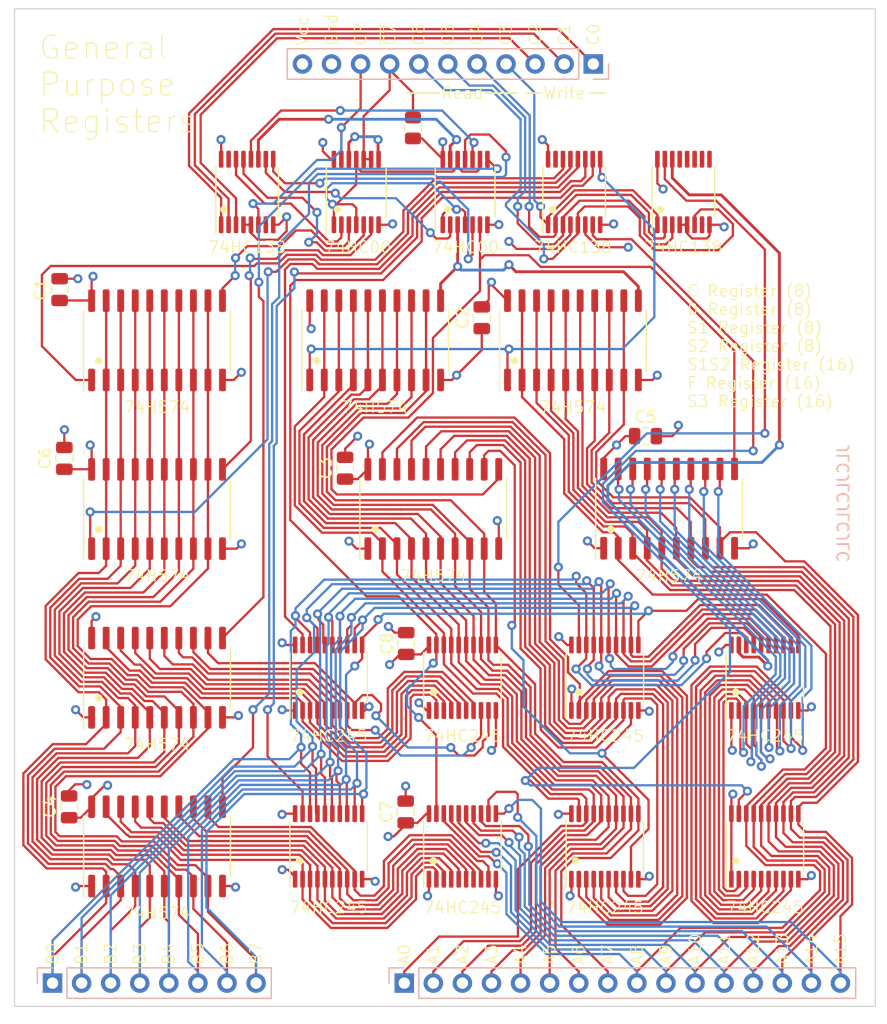
<source format=kicad_pcb>
(kicad_pcb (version 20211014) (generator pcbnew)
  (layers (0 "F.Cu" signal) (1 "In1.Cu" signal) (2 "In2.Cu" signal) (31 "B.Cu" signal) (34 "B.Paste" user) (35 "F.Paste" user) (36 "B.SilkS" user "B.Silkscreen") (37 "F.SilkS" user "F.Silkscreen") (38 "B.Mask" user) (39 "F.Mask" user) (44 "Edge.Cuts" user))
  (net 0 "")
  (net 1 "BUS0")
  (net 2 "BUS1")
  (net 3 "BUS2")
  (net 4 "BUS3")
  (net 5 "BUS4")
  (net 6 "BUS5")
  (net 7 "BUS6")
  (net 8 "BUS7")
  (net 9 "ADDR0")
  (net 10 "ADDR1")
  (net 11 "ADDR2")
  (net 12 "ADDR3")
  (net 13 "ADDR4")
  (net 14 "ADDR5")
  (net 15 "ADDR6")
  (net 16 "ADDR7")
  (net 17 "ADDR8")
  (net 18 "ADDR9")
  (net 19 "ADDR10")
  (net 20 "ADDR11")
  (net 21 "ADDR12")
  (net 22 "ADDR13")
  (net 23 "ADDR14")
  (net 24 "ADDR15")
  (net 25 "CONTROL0")
  (net 26 "CONTROL1")
  (net 27 "CONTROL2")
  (net 28 "CLOCK")
  (net 30 "GND")
  (net 31 "Net-(U2-Pad13)")
  (net 32 "Net-(U2-Pad14)")
  (net 33 "VCC")
  (net 34 "/~{F_OUT}")
  (net 35 "/~{S3_OUT}")
  (net 36 "/~{S1S2_OUT}")
  (net 37 "/~{S2_OUT}")
  (net 38 "/~{S1_OUT}")
  (net 39 "/~{D_OUT}")
  (net 40 "/~{C_OUT}")
  (net 41 "/S1D7")
  (net 42 "/S1D6")
  (net 43 "/S1D5")
  (net 44 "/S1D4")
  (net 45 "/S1D3")
  (net 46 "/S1D2")
  (net 47 "/S1D1")
  (net 48 "/S1D0")
  (net 49 "/S2D7")
  (net 50 "/S2D6")
  (net 51 "/S2D5")
  (net 52 "CONTROL3")
  (net 53 "CONTROL4")
  (net 54 "CONTROL5")
  (net 55 "CONTROL6")
  (net 56 "Net-(U2-Pad11)")
  (net 57 "Net-(U2-Pad10)")
  (net 58 "/S2D4")
  (net 59 "/S2D3")
  (net 60 "/S2D2")
  (net 61 "/S2D1")
  (net 63 "/S2D0")
  (net 71 "/~{S3_LSB_OUT}")
  (net 72 "/~{S3_MSB_OUT}")
  (net 73 "~{CONTROL7}")
  (net 74 "/LDF")
  (net 75 "Net-(U2-Pad9)")
  (net 76 "Net-(U2-Pad12)")
  (net 77 "/LDC")
  (net 78 "/LDD")
  (net 79 "/LDS1")
  (net 80 "/LDS2")
  (net 81 "/LDS3")
  (net 82 "Net-(U20-Pad1)")
  (net 83 "Net-(U20-Pad12)")
  (net 84 "/S3L7")
  (net 85 "/S3L6")
  (net 86 "/S3L5")
  (net 87 "/S3L4")
  (net 88 "/S3L3")
  (net 89 "/S3L2")
  (net 90 "/S3L1")
  (net 91 "/S3L0")
  (net 92 "/S3H7")
  (net 93 "/S3H6")
  (net 94 "/S3H5")
  (net 95 "/S3H4")
  (net 96 "/S3H3")
  (net 97 "/S3H2")
  (net 98 "/S3H1")
  (net 99 "/S3H0")
  (footprint "Capacitor_SMD:C_0805_2012Metric" (layer "F.Cu") (at 104.77 132.63 90)
    (fp_text reference "C7")
    (fp_text value "C")
  )
  (footprint "Package_SO:TSSOP-14_4.4x5mm_P0.65mm" (layer "F.Cu") (at 100.457 78.486 90)
    (fp_text reference "U20" hide)
    (fp_text value "74LS00" hide)
  )
  (footprint "Package_SO:TSSOP-20_4.4x6.5mm_P0.65mm" (layer "F.Cu") (at 136.144 135.636 90)
    (fp_text reference "U18" hide)
    (fp_text value "74LS245")
  )
  (footprint "Package_SO:TSSOP-20_4.4x6.5mm_P0.65mm" (layer "F.Cu") (at 98.044 120.904 90)
    (fp_text reference "U8" hide)
    (fp_text value "74LS245" hide)
  )
  (footprint "Package_SO:SO-20_5.3x12.6mm_P1.27mm" (layer "F.Cu") (at 83.058 135.636 90)
    (fp_text reference "U7" hide)
    (fp_text value "74LS574" hide)
  )
  (footprint "Capacitor_SMD:C_0805_2012Metric" (layer "F.Cu") (at 104.82 117.92 90)
    (fp_text reference "C8")
    (fp_text value "C")
  )
  (footprint "Package_SO:TSSOP-16_4.4x5mm_P0.65mm" (layer "F.Cu") (at 129.032 78.486 90)
    (fp_text reference "U19" hide)
    (fp_text value "74LS138" hide)
  )
  (footprint "Resistor_SMD:R_0805_2012Metric" (layer "F.Cu") (at 105.41 72.898 -90)
    (fp_text reference "R1" hide)
    (fp_text value "R_US" hide)
  )
  (footprint "Capacitor_SMD:C_0805_2012Metric" (layer "F.Cu") (at 111.42 89.47 -90)
    (fp_text reference "C2")
    (fp_text value "C")
  )
  (footprint "Package_SO:TSSOP-20_4.4x6.5mm_P0.65mm" (layer "F.Cu") (at 122.17 120.9 90)
    (fp_text reference "U15" hide)
    (fp_text value "74LS245")
  )
  (footprint "Capacitor_SMD:C_0805_2012Metric" (layer "F.Cu") (at 75.38 132.18 90)
    (fp_text reference "C4")
    (fp_text value "C")
  )
  (footprint "Package_SO:SO-20_5.3x12.6mm_P1.27mm" (layer "F.Cu") (at 102.108 91.44 90)
    (fp_text reference "U1" hide)
    (fp_text value "74LS574" hide)
  )
  (footprint "Package_SO:TSSOP-20_4.4x6.5mm_P0.65mm" (layer "F.Cu") (at 122.17 135.64 90)
    (fp_text reference "U17" hide)
    (fp_text value "74LS245")
  )
  (footprint "Package_SO:TSSOP-16_4.4x5mm_P0.65mm" (layer "F.Cu") (at 90.932 78.486 90)
    (fp_text reference "U2" hide)
    (fp_text value "74LS138" hide)
  )
  (footprint "Package_SO:TSSOP-20_4.4x6.5mm_P0.65mm" (layer "F.Cu") (at 98.044 135.636 90)
    (fp_text reference "U10" hide)
    (fp_text value "74LS245" hide)
  )
  (footprint "Capacitor_SMD:C_0805_2012Metric" (layer "F.Cu") (at 74.96 101.75 90)
    (fp_text reference "C6")
    (fp_text value "C")
  )
  (footprint "Capacitor_SMD:C_0805_2012Metric" (layer "F.Cu") (at 125.72 99.81)
    (fp_text reference "C5")
    (fp_text value "C")
  )
  (footprint "Package_SO:SO-20_5.3x12.6mm_P1.27mm" (layer "F.Cu") (at 83.058 106.172 90)
    (fp_text reference "U5" hide)
    (fp_text value "74LS574" hide)
  )
  (footprint "Package_SO:SO-20_5.3x12.6mm_P1.27mm" (layer "F.Cu") (at 119.38 91.44 90)
    (fp_text reference "U13" hide)
    (fp_text value "74LS574" hide)
  )
  (footprint "Package_SO:SO-20_5.3x12.6mm_P1.27mm" (layer "F.Cu") (at 127.78 106.136 90)
    (fp_text reference "U14" hide)
    (fp_text value "74LS574")
  )
  (footprint "Capacitor_SMD:C_0805_2012Metric" (layer "F.Cu") (at 99.48 102.61 90)
    (fp_text reference "C3")
    (fp_text value "C")
  )
  (footprint "Package_SO:TSSOP-20_4.4x6.5mm_P0.65mm" (layer "F.Cu") (at 109.728 135.636 90)
    (fp_text reference "U11" hide)
    (fp_text value "74LS245" hide)
  )
  (footprint "Package_SO:TSSOP-14_4.4x5mm_P0.65mm" (layer "F.Cu") (at 109.962 78.486 90)
    (fp_text reference "U21" hide)
    (fp_text value "74LS00" hide)
  )
  (footprint "Package_SO:TSSOP-20_4.4x6.5mm_P0.65mm" (layer "F.Cu") (at 109.728 120.904 90)
    (fp_text reference "U9" hide)
    (fp_text value "74LS245" hide)
  )
  (footprint "Package_SO:TSSOP-20_4.4x6.5mm_P0.65mm" (layer "F.Cu") (at 136.144 120.904 90)
    (fp_text reference "U16" hide)
    (fp_text value "74LS245")
  )
  (footprint "Package_SO:SO-20_5.3x12.6mm_P1.27mm" (layer "F.Cu") (at 83.058 91.44 90)
    (fp_text reference "U4" hide)
    (fp_text value "74LS574" hide)
  )
  (footprint "Capacitor_SMD:C_0805_2012Metric" (layer "F.Cu") (at 74.55 87.01 90)
    (fp_text reference "C1")
    (fp_text value "C")
  )
  (footprint "Package_SO:SO-20_5.3x12.6mm_P1.27mm" (layer "F.Cu") (at 83.058 120.904 90)
    (fp_text reference "U6" hide)
    (fp_text value "74LS574" hide)
  )
  (footprint "Package_SO:TSSOP-16_4.4x5mm_P0.65mm" (layer "F.Cu") (at 119.487 78.486 90)
    (fp_text reference "U3" hide)
    (fp_text value "74LS138" hide)
  )
  (footprint "Package_SO:SO-20_5.3x12.6mm_P1.27mm" (layer "F.Cu") (at 107.185 106.1675 90)
    (fp_text reference "U12" hide)
    (fp_text value "74LS574")
  )
  (footprint "Connector_PinHeader_2.54mm:PinHeader_1x08_P2.54mm_Vertical" (layer "B.Cu") (at 73.929 147.574 -90)
    (fp_text reference "J1" hide)
    (fp_text value "Conn_01x08" hide)
  )
  (footprint "Connector_PinHeader_2.54mm:PinHeader_1x16_P2.54mm_Vertical" (layer "B.Cu") (at 104.648 147.574 -90)
    (fp_text reference "J2" hide)
    (fp_text value "Conn_01x16" hide)
  )
  (footprint "Connector_PinHeader_2.54mm:PinHeader_1x11_P2.54mm_Vertical" (layer "B.Cu") (at 121.158 67.31 90)
    (fp_text reference "J3" hide)
    (fp_text value "Conn_01x11" hide)
  )
  (gr_circle (center 98.806 80.01) (end 99.06 80.01) (layer "F.SilkS") (width 0.15) (fill solid))
  (gr_circle (center 119.634 136.906) (end 119.888 136.906) (layer "F.SilkS") (width 0.15) (fill solid))
  (gr_circle (center 127 80.01) (end 127.254 80.01) (layer "F.SilkS") (width 0.15) (fill solid))
  (gr_circle (center 77.978 107.95) (end 78.232 107.95) (layer "F.SilkS") (width 0.15) (fill solid))
  (gr_circle (center 107.188 136.906) (end 107.442 136.906) (layer "F.SilkS") (width 0.15) (fill solid))
  (gr_circle (center 97.028 93.218) (end 97.282 93.218) (layer "F.SilkS") (width 0.15) (fill solid))
  (gr_circle (center 95.504 122.174) (end 95.758 122.174) (layer "F.SilkS") (width 0.15) (fill solid))
  (gr_circle (center 114.3 93.218) (end 114.554 93.218) (layer "F.SilkS") (width 0.15) (fill solid))
  (gr_circle (center 95.504 136.906) (end 95.758 136.906) (layer "F.SilkS") (width 0.15) (fill solid))
  (gr_circle (center 88.9 80.01) (end 89.154 80.01) (layer "F.SilkS") (width 0.15) (fill solid))
  (gr_circle (center 119.888 122.174) (end 120.142 122.174) (layer "F.SilkS") (width 0.15) (fill solid))
  (gr_circle (center 77.978 122.682) (end 78.232 122.682) (layer "F.SilkS") (width 0.15) (fill solid))
  (gr_circle (center 133.604 136.906) (end 133.858 136.906) (layer "F.SilkS") (width 0.15) (fill solid))
  (gr_circle (center 133.604 122.174) (end 133.858 122.174) (layer "F.SilkS") (width 0.15) (fill solid))
  (gr_circle (center 77.978 93.218) (end 78.232 93.218) (layer "F.SilkS") (width 0.15) (fill solid))
  (gr_line (start 120.904 69.85) (end 122.174 69.85) (layer "F.SilkS") (width 0.15))
  (gr_line (start 114.554 69.85) (end 111.76 69.85) (layer "F.SilkS") (width 0.15))
  (gr_line (start 116.586 69.85) (end 115.316 69.85) (layer "F.SilkS") (width 0.15))
  (gr_line (start 107.696 69.85) (end 104.902 69.85) (layer "F.SilkS") (width 0.15))
  (gr_circle (center 107.188 122.174) (end 107.442 122.174) (layer "F.SilkS") (width 0.15) (fill solid))
  (gr_circle (center 117.602 80.01) (end 117.856 80.01) (layer "F.SilkS") (width 0.15) (fill solid))
  (gr_circle (center 108.458 80.01) (end 108.712 80.01) (layer "F.SilkS") (width 0.15) (fill solid))
  (gr_circle (center 122.682 107.95) (end 122.936 107.95) (layer "F.SilkS") (width 0.15) (fill solid))
  (gr_circle (center 102.108 107.95) (end 102.362 107.95) (layer "F.SilkS") (width 0.15) (fill solid))
  (gr_rect (start 145.796 149.606) (end 70.612 62.484) (layer "Edge.Cuts") (width 0.1) (fill none))
  (gr_text "JLCJLCJLCJLC" (at 143.002 105.664 90) (layer "B.SilkS") (effects (font (size 1 1)) (justify mirror)))
  (gr_text "B0" (at 73.914 146.05 90) (layer "F.SilkS") (effects (font (size 1 1) (thickness 0.1)) (justify left)))
  (gr_text "74H574" (at 83.058 126.746) (layer "F.SilkS") (effects (font (size 1 1) (thickness 0.1))))
  (gr_text "A9" (at 127.508 146.05 90) (layer "F.SilkS") (effects (font (size 1 1) (thickness 0.1)) (justify left)))
  (gr_text "74HC245" (at 109.728 140.97) (layer "F.SilkS") (effects (font (size 1 1) (thickness 0.1))))
  (gr_text "A4" (at 114.808 146.05 90) (layer "F.SilkS") (effects (font (size 1 1) (thickness 0.1)) (justify left)))
  (gr_text "C Register (8)\nD Register (8)\nS1 Register (8)\nS2 Register (8)\nS1S2 Register (16)\nF Register (16)\nS3 Register (16)" (at 129.286 91.948) (layer "F.SilkS") (effects (font (size 1 1) (thickness 0.1)) (justify left)))
  (gr_text "C1" (at 118.618 65.786 90) (layer "F.SilkS") (effects (font (size 1 1) (thickness 0.1)) (justify left)))
  (gr_text "74HC245" (at 98.044 140.97) (layer "F.SilkS") (effects (font (size 1 1) (thickness 0.1))))
  (gr_text "74HC245" (at 136.144 125.984) (layer "F.SilkS") (effects (font (size 1 1) (thickness 0.1))))
  (gr_text "A15" (at 142.748 146.05 90) (layer "F.SilkS") (effects (font (size 1 1) (thickness 0.1)) (justify left)))
  (gr_text "74HC245" (at 122.174 140.97) (layer "F.SilkS") (effects (font (size 1 1) (thickness 0.1))))
  (gr_text "74H574" (at 83.058 112.014) (layer "F.SilkS") (effects (font (size 1 1) (thickness 0.1))))
  (gr_text "C5" (at 108.458 65.786 90) (layer "F.SilkS") (effects (font (size 1 1) (thickness 0.1)) (justify left)))
  (gr_text "74HC245" (at 136.144 140.97) (layer "F.SilkS") (effects (font (size 1 1) (thickness 0.1))))
  (gr_text "A8" (at 124.968 146.05 90) (layer "F.SilkS") (effects (font (size 1 1) (thickness 0.1)) (justify left)))
  (gr_text "A14" (at 140.208 146.05 90) (layer "F.SilkS") (effects (font (size 1 1) (thickness 0.1)) (justify left)))
  (gr_text "A5" (at 117.348 146.05 90) (layer "F.SilkS") (effects (font (size 1 1) (thickness 0.1)) (justify left)))
  (gr_text "CP" (at 100.838 65.786 90) (layer "F.SilkS") (effects (font (size 1 1) (thickness 0.1)) (justify left)))
  (gr_text "C3" (at 113.538 65.786 90) (layer "F.SilkS") (effects (font (size 1 1) (thickness 0.1)) (justify left)))
  (gr_text "A0" (at 104.648 146.05 90) (layer "F.SilkS") (effects (font (size 1 1) (thickness 0.1)) (justify left)))
  (gr_text "C0" (at 121.158 65.786 90) (layer "F.SilkS") (effects (font (size 1 1) (thickness 0.1)) (justify left)))
  (gr_text "General\nPurpose\nRegisters" (at 72.644 69.088) (layer "F.SilkS") (effects (font (size 2 2) (thickness 0.1)) (justify left)))
  (gr_text "74H574" (at 119.38 97.282) (layer "F.SilkS") (effects (font (size 1 1) (thickness 0.1))))
  (gr_text "74HC00" (at 109.982 83.312) (layer "F.SilkS") (effects (font (size 1 1) (thickness 0.1))))
  (gr_text "A12" (at 135.128 146.05 90) (layer "F.SilkS") (effects (font (size 1 1) (thickness 0.1)) (justify left)))
  (gr_text "74HC138" (at 129.032 83.312) (layer "F.SilkS") (effects (font (size 1 1) (thickness 0.1))))
  (gr_text "Vcc" (at 95.758 65.786 90) (layer "F.SilkS") (effects (font (size 1 1) (thickness 0.1)) (justify left)))
  (gr_text "74H574" (at 107.188 112.014) (layer "F.SilkS") (effects (font (size 1 1) (thickness 0.1))))
  (gr_text "74HC138" (at 90.932 83.312) (layer "F.SilkS") (effects (font (size 1 1) (thickness 0.1))))
  (gr_text "A1" (at 107.188 146.05 90) (layer "F.SilkS") (effects (font (size 1 1) (thickness 0.1)) (justify left)))
  (gr_text "74HC245" (at 98.044 125.984) (layer "F.SilkS") (effects (font (size 1 1) (thickness 0.1))))
  (gr_text "A3" (at 112.268 146.05 90) (layer "F.SilkS") (effects (font (size 1 1) (thickness 0.1)) (justify left)))
  (gr_text "74HC00" (at 100.584 83.312) (layer "F.SilkS") (effects (font (size 1 1) (thickness 0.1))))
  (gr_text "A10" (at 130.048 146.05 90) (layer "F.SilkS") (effects (font (size 1 1) (thickness 0.1)) (justify left)))
  (gr_text "74H574" (at 83.058 97.282) (layer "F.SilkS") (effects (font (size 1 1) (thickness 0.1))))
  (gr_text "A6" (at 119.888 146.05 90) (layer "F.SilkS") (effects (font (size 1 1) (thickness 0.1)) (justify left)))
  (gr_text "Write" (at 118.618 69.85) (layer "F.SilkS") (effects (font (size 1 1) (thickness 0.1))))
  (gr_text "74HC138" (at 119.38 83.312) (layer "F.SilkS") (effects (font (size 1 1) (thickness 0.1))))
  (gr_text "Gnd" (at 98.298 65.786 90) (layer "F.SilkS") (effects (font (size 1 1) (thickness 0.1)) (justify left)))
  (gr_text "A13" (at 137.668 146.05 90) (layer "F.SilkS") (effects (font (size 1 1) (thickness 0.1)) (justify left)))
  (gr_text "B7" (at 91.694 146.05 90) (layer "F.SilkS") (effects (font (size 1 1) (thickness 0.1)) (justify left)))
  (gr_text "Read" (at 109.728 69.85) (layer "F.SilkS") (effects (font (size 1 1) (thickness 0.1))))
  (gr_text "C4" (at 110.998 65.786 90) (layer "F.SilkS") (effects (font (size 1 1) (thickness 0.1)) (justify left)))
  (gr_text "74HC245" (at 122.174 125.984) (layer "F.SilkS") (effects (font (size 1 1) (thickness 0.1))))
  (gr_text "~{C7}" (at 103.378 65.786 90) (layer "F.SilkS") (effects (font (size 1 1) (thickness 0.1)) (justify left)))
  (gr_text "B1" (at 76.454 146.05 90) (layer "F.SilkS") (effects (font (size 1 1) (thickness 0.1)) (justify left)))
  (gr_text "C6" (at 105.918 65.786 90) (layer "F.SilkS") (effects (font (size 1 1) (thickness 0.1)) (justify left)))
  (gr_text "B6" (at 89.154 146.05 90) (layer "F.SilkS") (effects (font (size 1 1) (thickness 0.1)) (justify left)))
  (gr_text "C2" (at 116.078 65.786 90) (layer "F.SilkS") (effects (font (size 1 1) (thickness 0.1)) (justify left)))
  (gr_text "A11" (at 132.588 146.05 90) (layer "F.SilkS") (effects (font (size 1 1) (thickness 0.1)) (justify left)))
  (gr_text "B2" (at 78.994 146.05 90) (layer "F.SilkS") (effects (font (size 1 1) (thickness 0.1)) (justify left)))
  (gr_text "B3" (at 81.534 146.05 90) (layer "F.SilkS") (effects (font (size 1 1) (thickness 0.1)) (justify left)))
  (gr_text "A2" (at 109.728 146.05 90) (layer "F.SilkS") (effects (font (size 1 1) (thickness 0.1)) (justify left)))
  (gr_text "74H574" (at 127.762 112.014) (layer "F.SilkS") (effects (font (size 1 1) (thickness 0.1))))
  (gr_text "74H574" (at 102.108 97.282) (layer "F.SilkS") (effects (font (size 1 1) (thickness 0.1))))
  (gr_text "74H574" (at 83.058 141.478) (layer "F.SilkS") (effects (font (size 1 1) (thickness 0.1))))
  (gr_text "74HC245" (at 109.728 125.984) (layer "F.SilkS") (effects (font (size 1 1) (thickness 0.1))))
  (gr_text "A7" (at 122.428 146.05 90) (layer "F.SilkS") (effects (font (size 1 1) (thickness 0.1)) (justify left)))
  (gr_text "B5" (at 86.614 146.05 90) (layer "F.SilkS") (effects (font (size 1 1) (thickness 0.1)) (justify left)))
  (gr_text "B4" (at 84.074 146.05 90) (layer "F.SilkS") (effects (font (size 1 1) (thickness 0.1)) (justify left)))
  (segment (start 78.613 124.3665) (end 78.613 124.942045) (width 0.2) (layer "F.Cu") (net 1))
  (segment (start 71.383426 129.27162) (end 71.383426 135.533426) (width 0.2) (layer "F.Cu") (net 1))
  (segment (start 77.978 111.76) (end 78.613 111.125) (width 0.2) (layer "F.Cu") (net 1))
  (segment (start 120.549 118.0415) (end 120.549 119.227) (width 0.2) (layer "F.Cu") (net 1))
  (segment (start 134.519 117.388994) (end 134.134486 117.00448) (width 0.2) (layer "F.Cu") (net 1))
  (segment (start 78.613 111.125) (end 78.613 109.6345) (width 0.2) (layer "F.Cu") (net 1))
  (segment (start 96.419 129.191759) (end 95.641201 128.41396) (width 0.2) (layer "F.Cu") (net 1))
  (segment (start 76.2 111.76) (end 77.978 111.76) (width 0.2) (layer "F.Cu") (net 1))
  (segment (start 120.549 119.227) (end 119.650497 120.125503) (width 0.2) (layer "F.Cu") (net 1))
  (segment (start 73.946066 126.70898) (end 71.383426 129.27162) (width 0.2) (layer "F.Cu") (net 1))
  (segment (start 76.2 122.174) (end 73.33 119.304) (width 0.2) (layer "F.Cu") (net 1))
  (segment (start 95.641201 128.41396) (end 95.641201 126.982582) (width 0.2) (layer "F.Cu") (net 1))
  (segment (start 76.846065 126.70898) (end 73.946066 126.70898) (width 0.2) (layer "F.Cu") (net 1))
  (segment (start 119.650497 120.125503) (end 119.650497 120.142) (width 0.2) (layer "F.Cu") (net 1))
  (segment (start 73.929 147.574) (end 73.929 145.273) (width 0.2) (layer "F.Cu") (net 1))
  (segment (start 73.929 145.273) (end 78.613 140.589) (width 0.2) (layer "F.Cu") (net 1))
  (segment (start 78.32008 137.56) (end 78.613 137.85292) (width 0.2) (layer "F.Cu") (net 1))
  (segment (start 95.14728 115.681525) (end 95.14728 115.494036) (width 0.2) (layer "F.Cu") (net 1))
  (segment (start 120.549 118.0415) (end 120.549 113.538767) (width 0.2) (layer "F.Cu") (net 1))
  (segment (start 78.613 140.589) (end 78.613 139.0985) (width 0.2) (layer "F.Cu") (net 1))
  (segment (start 71.383426 135.533426) (end 73.41 137.56) (width 0.2) (layer "F.Cu") (net 1))
  (segment (start 73.33 114.63) (end 76.2 111.76) (width 0.2) (layer "F.Cu") (net 1))
  (segment (start 73.33 119.304) (end 73.33 114.63) (width 0.2) (layer "F.Cu") (net 1))
  (segment (start 78.613 122.809) (end 77.978 122.174) (width 0.2) (layer "F.Cu") (net 1))
  (segment (start 134.134486 117.00448) (end 132.67752 117.00448) (width 0.2) (layer "F.Cu") (net 1))
  (segment (start 78.613 124.3665) (end 78.613 122.809) (width 0.2) (layer "F.Cu") (net 1))
  (segment (start 96.419 116.953245) (end 95.14728 115.681525) (width 0.2) (layer "F.Cu") (net 1))
  (segment (start 131.050683 118.631317) (end 131.050683 119.234305) (width 0.2) (layer "F.Cu") (net 1))
  (segment (start 120.549 113.538767) (end 119.666213 112.65598) (width 0.2) (layer "F.Cu") (net 1))
  (segment (start 134.519 118.0415) (end 134.519 117.388994) (width 0.2) (layer "F.Cu") (net 1))
  (segment (start 96.419 118.0415) (end 96.419 116.953245) (width 0.2) (layer "F.Cu") (net 1))
  (segment (start 119.666213 112.65598) (end 119.666213 112.039479) (width 0.2) (layer "F.Cu") (net 1))
  (segment (start 78.613 124.942045) (end 76.846065 126.70898) (width 0.2) (layer "F.Cu") (net 1))
  (segment (start 73.41 137.56) (end 78.32008 137.56) (width 0.2) (layer "F.Cu") (net 1))
  (segment (start 96.419 132.7735) (end 96.419 129.191759) (width 0.2) (layer "F.Cu") (net 1))
  (segment (start 78.613 109.6345) (end 78.613 87.9775) (width 0.2) (layer "F.Cu") (net 1))
  (segment (start 77.978 122.174) (end 76.2 122.174) (width 0.2) (layer "F.Cu") (net 1))
  (segment (start 132.67752 117.00448) (end 131.050683 118.631317) (width 0.2) (layer "F.Cu") (net 1))
  (segment (start 78.613 137.85292) (end 78.613 139.0985) (width 0.2) (layer "F.Cu") (net 1))
  (via (at 119.666213 112.039479) (size 0.8) (drill 0.4) (layers "F.Cu" "B.Cu") (net 1))
  (via (at 95.641201 126.982582) (size 0.8) (drill 0.4) (layers "F.Cu" "B.Cu") (net 1))
  (via (at 119.650497 120.142) (size 0.8) (drill 0.4) (layers "F.Cu" "B.Cu") (net 1))
  (via (at 95.14728 115.494036) (size 0.8) (drill 0.4) (layers "F.Cu" "B.Cu") (net 1))
  (via (at 131.050683 119.234305) (size 0.8) (drill 0.4) (layers "F.Cu" "B.Cu") (net 1))
  (segment (start 94.607783 128.016) (end 89.771046 128.016) (width 0.2) (layer "B.Cu") (net 1))
  (segment (start 89.771046 128.016) (end 73.929 143.858046) (width 0.2) (layer "B.Cu") (net 1))
  (segment (start 95.641201 126.982582) (end 95.641201 125.867201) (width 0.2) (layer "B.Cu") (net 1))
  (segment (start 120.992516 121.55751) (end 128.85599 121.55751) (width 0.2) (layer "B.Cu") (net 1))
  (segment (start 128.85599 121.55751) (end 131.050683 119.362817) (width 0.2) (layer "B.Cu") (net 1))
  (segment (start 95.641201 126.982582) (end 94.607783 128.016) (width 0.2) (layer "B.Cu") (net 1))
  (segment (start 97.661539 112.339468) (end 119.366224 112.339468) (width 0.2) (layer "B.Cu") (net 1))
  (segment (start 119.650497 120.21549) (end 120.992516 121.55751) (width 0.2) (layer "B.Cu") (net 1))
  (segment (start 95.641201 125.867201) (end 94.742 124.968) (width 0.2) (layer "B.Cu") (net 1))
  (segment (start 95.14728 114.853727) (end 97.661539 112.339468) (width 0.2) (layer "B.Cu") (net 1))
  (segment (start 94.742 124.968) (end 94.742 116.811111) (width 0.2) (layer "B.Cu") (net 1))
  (segment (start 95.14728 115.494036) (end 95.14728 114.853727) (width 0.2) (layer "B.Cu") (net 1))
  (segment (start 131.050683 119.362817) (end 131.050683 119.234305) (width 0.2) (layer "B.Cu") (net 1))
  (segment (start 73.929 143.858046) (end 73.929 147.574) (width 0.2) (layer "B.Cu") (net 1))
  (segment (start 95.14728 116.405831) (end 95.14728 115.494036) (width 0.2) (layer "B.Cu") (net 1))
  (segment (start 119.366224 112.339468) (end 119.666213 112.039479) (width 0.2) (layer "B.Cu") (net 1))
  (segment (start 119.650497 120.142) (end 119.650497 120.21549) (width 0.2) (layer "B.Cu") (net 1))
  (segment (start 94.742 116.811111) (end 95.14728 116.405831) (width 0.2) (layer "B.Cu") (net 1))
  (segment (start 78.74 112.268) (end 79.883 111.125) (width 0.2) (layer "F.Cu") (net 2))
  (segment (start 76.256994 112.268) (end 78.74 112.268) (width 0.2) (layer "F.Cu") (net 2))
  (segment (start 96.945568 132.650068) (end 96.945568 128.833464) (width 0.2) (layer "F.Cu") (net 2))
  (segment (start 79.883 87.9775) (end 79.883 109.6345) (width 0.2) (layer "F.Cu") (net 2))
  (segment (start 120.585344 112.440577) (end 120.585344 112.438989) (width 0.2) (layer "F.Cu") (net 2))
  (segment (start 79.013188 137.623159) (end 79.243141 137.623159) (width 0.2) (layer "F.Cu") (net 2))
  (segment (start 73.729511 114.795483) (end 76.256994 112.268) (width 0.2) (layer "F.Cu") (net 2))
  (segment (start 76.256993 121.665999) (end 73.729511 119.138517) (width 0.2) (layer "F.Cu") (net 2))
  (segment (start 79.883 111.125) (end 79.883 109.6345) (width 0.2) (layer "F.Cu") (net 2))
  (segment (start 79.883 124.3665) (end 79.883 125.655139) (width 0.2) (layer "F.Cu") (net 2))
  (segment (start 96.945568 128.833464) (end 96.637733 128.525629) (width 0.2) (layer "F.Cu") (net 2))
  (segment (start 121.199 119.365755) (end 120.65 119.914755) (width 0.2) (layer "F.Cu") (net 2))
  (segment (start 135.169 117.388994) (end 134.331559 116.551553) (width 0.2) (layer "F.Cu") (net 2))
  (segment (start 131.466435 116.551553) (end 130.048177 117.969811) (width 0.2) (layer "F.Cu") (net 2))
  (segment (start 134.331559 116.551553) (end 131.466435 116.551553) (width 0.2) (layer "F.Cu") (net 2))
  (segment (start 96.637733 128.525629) (end 96.637733 126.905582) (width 0.2) (layer "F.Cu") (net 2))
  (segment (start 79.883 140.335) (end 79.883 139.0985) (width 0.2) (layer "F.Cu") (net 2))
  (segment (start 121.199 118.0415) (end 121.199 113.054233) (width 0.2) (layer "F.Cu") (net 2))
  (segment (start 71.782937 129.437102) (end 71.782936 135.367942) (width 0.2) (layer "F.Cu") (net 2))
  (segment (start 97.069 116.593475) (end 96.133282 115.657757) (width 0.2) (layer "F.Cu") (net 2))
  (segment (start 76.469 143.749) (end 79.883 140.335) (width 0.2) (layer "F.Cu") (net 2))
  (segment (start 97.069 132.7735) (end 96.945568 132.650068) (width 0.2) (layer "F.Cu") (net 2))
  (segment (start 78.550518 137.160489) (end 79.013188 137.623159) (width 0.2) (layer "F.Cu") (net 2))
  (segment (start 79.883 138.263018) (end 79.883 139.0985) (width 0.2) (layer "F.Cu") (net 2))
  (segment (start 121.199 118.0415) (end 121.199 119.365755) (width 0.2) (layer "F.Cu") (net 2))
  (segment (start 120.65 119.914755) (end 120.65 120.142) (width 0.2) (layer "F.Cu") (net 2))
  (segment (start 74.111549 127.108491) (end 71.782937 129.437102) (width 0.2) (layer "F.Cu") (net 2))
  (segment (start 121.199 113.054233) (end 120.585344 112.440577) (width 0.2) (layer "F.Cu") (net 2))
  (segment (start 79.243141 137.623159) (end 79.883 138.263018) (width 0.2) (layer "F.Cu") (net 2))
  (segment (start 73.729511 119.138517) (end 73.729511 114.795483) (width 0.2) (layer "F.Cu") (net 2))
  (segment (start 130.048177 117.969811) (end 130.048177 119.37608) (width 0.2) (layer "F.Cu") (net 2))
  (segment (start 76.469 147.574) (end 76.469 143.749) (width 0.2) (layer "F.Cu") (net 2))
  (segment (start 78.087043 121.666) (end 76.256993 121.665999) (width 0.2) (layer "F.Cu") (net 2))
  (segment (start 71.782936 135.367942) (end 73.575483 137.160489) (width 0.2) (layer "F.Cu") (net 2))
  (segment (start 79.883 125.655139) (end 78.429649 127.10849) (width 0.2) (layer "F.Cu") (net 2))
  (segment (start 79.883 123.461957) (end 78.087043 121.666) (width 0.2) (layer "F.Cu") (net 2))
  (segment (start 78.429649 127.10849) (end 74.111549 127.108491) (width 0.2) (layer "F.Cu") (net 2))
  (segment (start 97.069 118.0415) (end 97.069 116.593475) (width 0.2) (layer "F.Cu") (net 2))
  (segment (start 135.169 118.0415) (end 135.169 117.388994) (width 0.2) (layer "F.Cu") (net 2))
  (segment (start 73.575483 137.160489) (end 78.550518 137.160489) (width 0.2) (layer "F.Cu") (net 2))
  (segment (start 79.883 124.3665) (end 79.883 123.461957) (width 0.2) (layer "F.Cu") (net 2))
  (via (at 120.585344 112.438989) (size 0.8) (drill 0.4) (layers "F.Cu" "B.Cu") (net 2))
  (via (at 96.637733 126.905582) (size 0.8) (drill 0.4) (layers "F.Cu" "B.Cu") (net 2))
  (via (at 120.65 120.142) (size 0.8) (drill 0.4) (layers "F.Cu" "B.Cu") (net 2))
  (via (at 130.048177 119.37608) (size 0.8) (drill 0.4) (layers "F.Cu" "B.Cu") (net 2))
  (via (at 96.133282 115.657757) (size 0.8) (drill 0.4) (layers "F.Cu" "B.Cu") (net 2))
  (segment (start 96.774 118.70102) (end 96.774 116.298475) (width 0.2) (layer "B.Cu") (net 2))
  (segment (start 96.133282 114.940718) (end 98.335021 112.738979) (width 0.2) (layer "B.Cu") (net 2))
  (segment (start 76.469 141.883039) (end 89.685105 128.666934) (width 0.2) (layer "B.Cu") (net 2))
  (segment (start 95.25 124.714) (end 95.25 120.22502) (width 0.2) (layer "B.Cu") (net 2))
  (segment (start 121.158 121.158) (end 128.524 121.158) (width 0.2) (layer "B.Cu") (net 2))
  (segment (start 96.774 116.298475) (end 96.133282 115.657757) (width 0.2) (layer "B.Cu") (net 2))
  (segment (start 130.048177 119.633823) (end 130.048177 119.37608) (width 0.2) (layer "B.Cu") (net 2))
  (segment (start 120.65 120.142) (end 120.65 120.65) (width 0.2) (layer "B.Cu") (net 2))
  (segment (start 96.637733 126.101733) (end 95.25 124.714) (width 0.2) (layer "B.Cu") (net 2))
  (segment (start 128.524 121.158) (end 130.048177 119.633823) (width 0.2) (layer "B.Cu") (net 2))
  (segment (start 96.637733 127.096934) (end 96.637733 126.905582) (width 0.2) (layer "B.Cu") (net 2))
  (segment (start 96.133282 115.657757) (end 96.133282 114.940718) (width 0.2) (layer "B.Cu") (net 2))
  (segment (start 89.685105 128.666934) (end 95.067733 128.666934) (width 0.2) (layer "B.Cu") (net 2))
  (segment (start 95.25 120.22502) (end 96.774 118.70102) (width 0.2) (layer "B.Cu") (net 2))
  (segment (start 120.285354 112.738979) (end 120.585344 112.438989) (width 0.2) (layer "B.Cu") (net 2))
  (segment (start 98.335021 112.738979) (end 120.285354 112.738979) (width 0.2) (layer "B.Cu") (net 2))
  (segment (start 96.637733 126.905582) (end 96.637733 126.101733) (width 0.2) (layer "B.Cu") (net 2))
  (segment (start 120.65 120.65) (end 121.158 121.158) (width 0.2) (layer "B.Cu") (net 2))
  (segment (start 76.469 147.574) (end 76.469 141.883039) (width 0.2) (layer "B.Cu") (net 2))
  (segment (start 95.067733 128.666934) (end 96.637733 127.096934) (width 0.2) (layer "B.Cu") (net 2))
  (segment (start 135.819 118.0415) (end 135.819 117.388994) (width 0.2) (layer "F.Cu") (net 3))
  (segment (start 97.719 118.0415) (end 97.572352 117.894852) (width 0.2) (layer "F.Cu") (net 3))
  (segment (start 80.518 127.508) (end 81.153 126.873) (width 0.2) (layer "F.Cu") (net 3))
  (segment (start 121.666 119.888) (end 121.849 119.705) (width 0.2) (layer "F.Cu") (net 3))
  (segment (start 81.153 123.317) (end 81.153 124.3665) (width 0.2) (layer "F.Cu") (net 3))
  (segment (start 78.252527 121.26649) (end 79.666037 122.68) (width 0.2) (layer "F.Cu") (net 3))
  (segment (start 121.849 112.714988) (end 121.653667 112.519655) (width 0.2) (layer "F.Cu") (net 3))
  (segment (start 81.153 140.843) (end 79.009 142.987) (width 0.2) (layer "F.Cu") (net 3))
  (segment (start 129.049106 118.403888) (end 129.049106 119.40543) (width 0.2) (layer "F.Cu") (net 3))
  (segment (start 76.422477 112.667511) (end 74.129022 114.960966) (width 0.2) (layer "F.Cu") (net 3))
  (segment (start 78.70601 136.75098) (end 73.730967 136.750979) (width 0.2) (layer "F.Cu") (net 3))
  (segment (start 72.182448 129.602584) (end 74.277032 127.508001) (width 0.2) (layer "F.Cu") (net 3))
  (segment (start 81.153 111.125) (end 79.610489 112.667511) (width 0.2) (layer "F.Cu") (net 3))
  (segment (start 74.129022 114.960966) (end 74.129022 118.973034) (width 0.2) (layer "F.Cu") (net 3))
  (segment (start 97.572352 117.894852) (end 97.572352 116.269984) (width 0.2) (layer "F.Cu") (net 3))
  (segment (start 135.819 117.388994) (end 134.582049 116.152043) (width 0.2) (layer "F.Cu") (net 3))
  (segment (start 74.129022 118.973034) (end 76.422476 121.266488) (width 0.2) (layer "F.Cu") (net 3))
  (segment (start 81.153 139.0985) (end 81.153 137.795) (width 0.2) (layer "F.Cu") (net 3))
  (segment (start 79.152061 137.197031) (end 78.70601 136.75098) (width 0.2) (layer "F.Cu") (net 3))
  (segment (start 79.666037 122.68) (end 80.516 122.68) (width 0.2) (layer "F.Cu") (net 3))
  (segment (start 80.516 122.68) (end 81.153 123.317) (width 0.2) (layer "F.Cu") (net 3))
  (segment (start 79.610489 112.667511) (end 76.422477 112.667511) (width 0.2) (layer "F.Cu") (net 3))
  (segment (start 121.849 119.705) (end 121.849 118.0415) (width 0.2) (layer "F.Cu") (net 3))
  (segment (start 97.162595 115.860227) (end 97.162595 115.421382) (width 0.2) (layer "F.Cu") (net 3))
  (segment (start 79.009 142.987) (end 79.009 147.574) (width 0.2) (layer "F.Cu") (net 3))
  (segment (start 134.582049 116.152043) (end 131.300952 116.152042) (width 0.2) (layer "F.Cu") (net 3))
  (segment (start 81.153 126.873) (end 81.153 124.3665) (width 0.2) (layer "F.Cu") (net 3))
  (segment (start 97.719 132.7735) (end 97.719 129.62625) (width 0.2) (layer "F.Cu") (net 3))
  (segment (start 74.277032 127.508001) (end 80.518 127.508) (width 0.2) (layer "F.Cu") (net 3))
  (segment (start 80.555032 137.197032) (end 79.152061 137.197031) (width 0.2) (layer "F.Cu") (net 3))
  (segment (start 121.849 118.0415) (end 121.849 112.714988) (width 0.2) (layer "F.Cu") (net 3))
  (segment (start 97.719 129.62625) (end 97.390096 129.297346) (width 0.2) (layer "F.Cu") (net 3))
  (segment (start 81.153 139.0985) (end 81.153 140.843) (width 0.2) (layer "F.Cu") (net 3))
  (segment (start 81.153 109.6345) (end 81.153 111.125) (width 0.2) (layer "F.Cu") (net 3))
  (segment (start 73.730967 136.750979) (end 72.182446 135.202458) (width 0.2) (layer "F.Cu") (net 3))
  (segment (start 72.182446 135.202458) (end 72.182448 129.602584) (width 0.2) (layer "F.Cu") (net 3))
  (segment (start 81.153 109.6345) (end 81.153 87.9775) (width 0.2) (layer "F.Cu") (net 3))
  (segment (start 97.572352 116.269984) (end 97.162595 115.860227) (width 0.2) (layer "F.Cu") (net 3))
  (segment (start 131.300952 116.152042) (end 129.049106 118.403888) (width 0.2) (layer "F.Cu") (net 3))
  (segment (start 97.390096 129.297346) (end 97.390096 127.573914) (width 0.2) (layer "F.Cu") (net 3))
  (segment (start 97.162595 115.421382) (end 97.080785 115.339572) (width 0.2) (layer "F.Cu") (net 3))
  (segment (start 81.153 137.795) (end 80.555032 137.197032) (width 0.2) (layer "F.Cu") (net 3))
  (segment (start 76.422476 121.266488) (end 78.252527 121.26649) (width 0.2) (layer "F.Cu") (net 3))
  (via (at 97.080785 115.339572) (size 0.8) (drill 0.4) (layers "F.Cu" "B.Cu") (net 3))
  (via (at 97.390096 127.573914) (size 0.8) (drill 0.4) (layers "F.Cu" "B.Cu") (net 3))
  (via (at 121.653667 112.519655) (size 0.8) (drill 0.4) (layers "F.Cu" "B.Cu") (net 3))
  (via (at 121.666 119.888) (size 0.8) (drill 0.4) (layers "F.Cu" "B.Cu") (net 3))
  (via (at 129.049106 119.40543) (size 0.8) (drill 0.4) (layers "F.Cu" "B.Cu") (net 3))
  (segment (start 89.850588 129.066445) (end 95.897565 129.066445) (width 0.2) (layer "B.Cu") (net 3))
  (segment (start 97.390096 127.573914) (end 97.390096 126.14909) (width 0.2) (layer "B.Cu") (net 3))
  (segment (start 97.299376 126.05837) (end 97.299376 115.558163) (width 0.2) (layer "B.Cu") (net 3))
  (segment (start 129.049106 119.870894) (end 129.049106 119.40543) (width 0.2) (layer "B.Cu") (net 3))
  (segment (start 97.390096 126.14909) (end 97.299376 126.05837) (width 0.2) (layer "B.Cu") (net 3))
  (segment (start 79.009 139.908033) (end 89.850588 129.066445) (width 0.2) (layer "B.Cu") (net 3))
  (segment (start 121.666 119.888) (end 121.666 120.142) (width 0.2) (layer "B.Cu") (net 3))
  (segment (start 121.034833 113.138489) (end 121.653667 112.519655) (width 0.2) (layer "B.Cu") (net 3))
  (segment (start 97.080785 115.339572) (end 97.080785 115.263215) (width 0.2) (layer "B.Cu") (net 3))
  (segment (start 97.299376 115.558163) (end 97.080785 115.339572) (width 0.2) (layer "B.Cu") (net 3))
  (segment (start 122.174 120.65) (end 128.27 120.65) (width 0.2) (layer "B.Cu") (net 3))
  (segment (start 121.666 120.142) (end 122.174 120.65) (width 0.2) (layer "B.Cu") (net 3))
  (segment (start 95.897565 129.066445) (end 97.390096 127.573914) (width 0.2) (layer "B.Cu") (net 3))
  (segment (start 99.205511 113.138489) (end 121.034833 113.138489) (width 0.2) (layer "B.Cu") (net 3))
  (segment (start 79.009 147.574) (end 79.009 139.908033) (width 0.2) (layer "B.Cu") (net 3))
  (segment (start 97.080785 115.263215) (end 99.205511 113.138489) (width 0.2) (layer "B.Cu") (net 3))
  (segment (start 128.27 120.65) (end 129.049106 119.870894) (width 0.2) (layer "B.Cu") (net 3))
  (segment (start 82.423 124.3665) (end 82.423 126.873) (width 0.2) (layer "F.Cu") (net 4))
  (segment (start 74.528533 115.126449) (end 76.58796 113.067022) (width 0.2) (layer "F.Cu") (net 4))
  (segment (start 82.423 126.873) (end 81.388489 127.907511) (width 0.2) (layer "F.Cu") (net 4))
  (segment (start 78.418009 120.866979) (end 76.587959 120.866977) (width 0.2) (layer "F.Cu") (net 4))
  (segment (start 81.549 142.763) (end 81.534 142.748) (width 0.2) (layer "F.Cu") (net 4))
  (segment (start 98.330189 129.672445) (end 98.169 129.511256) (width 0.2) (layer "F.Cu") (net 4))
  (segment (start 76.587959 120.866977) (end 74.528533 118.807551) (width 0.2) (layer "F.Cu") (net 4))
  (segment (start 74.442514 127.907512) (end 72.581959 129.768067) (width 0.2) (layer "F.Cu") (net 4))
  (segment (start 122.499 112.84294) (end 122.635576 112.706364) (width 0.2) (layer "F.Cu") (net 4))
  (segment (start 122.499 113.239755) (end 122.499 112.84294) (width 0.2) (layer "F.Cu") (net 4))
  (segment (start 82.423 123.969953) (end 80.733512 122.280465) (width 0.2) (layer "F.Cu") (net 4))
  (segment (start 122.490499 113.248256) (end 122.499 113.239755) (width 0.2) (layer "F.Cu") (net 4))
  (segment (start 136.469 117.388994) (end 134.832538 115.752532) (width 0.2) (layer "F.Cu") (net 4))
  (segment (start 76.58796 113.067022) (end 80.734978 113.067022) (width 0.2) (layer "F.Cu") (net 4))
  (segment (start 82.423 137.287) (end 82.423 139.0985) (width 0.2) (layer "F.Cu") (net 4))
  (segment (start 136.469 118.0415) (end 136.469 117.388994) (width 0.2) (layer "F.Cu") (net 4))
  (segment (start 80.733512 122.280465) (end 79.831498 122.280464) (width 0.2) (layer "F.Cu") (net 4))
  (segment (start 81.933521 136.797521) (end 82.423 137.287) (width 0.2) (layer "F.Cu") (net 4))
  (segment (start 98.369 118.0415) (end 98.369 115.951617) (width 0.2) (layer "F.Cu") (net 4))
  (segment (start 98.369 115.951617) (end 98.039516 115.622133) (width 0.2) (layer "F.Cu") (net 4))
  (segment (start 80.734978 113.067022) (end 82.423 111.379) (width 0.2) (layer "F.Cu") (net 4))
  (segment (start 122.499 118.0415) (end 122.499 119.15643) (width 0.2) (layer "F.Cu") (net 4))
  (segment (start 98.330189 132.734689) (end 98.330189 129.672445) (width 0.2) (layer "F.Cu") (net 4))
  (segment (start 82.423 111.379) (end 82.423 109.6345) (width 0.2) (layer "F.Cu") (net 4))
  (segment (start 78.871494 136.35147) (end 79.317544 136.79752) (width 0.2) (layer "F.Cu") (net 4))
  (segment (start 131.135468 115.752532) (end 128.112877 118.775123) (width 0.2) (layer "F.Cu") (net 4))
  (segment (start 72.581957 135.036975) (end 73.89645 136.351468) (width 0.2) (layer "F.Cu") (net 4))
  (segment (start 128.112877 118.775123) (end 128.112877 119.055459) (width 0.2) (layer "F.Cu") (net 4))
  (segment (start 81.388489 127.907511) (end 74.442514 127.907512) (width 0.2) (layer "F.Cu") (net 4))
  (segment (start 79.317544 136.79752) (end 81.933521 136.797521) (width 0.2) (layer "F.Cu") (net 4))
  (segment (start 98.169 129.511256) (end 98.169 128.279842) (width 0.2) (layer "F.Cu") (net 4))
  (segment (start 81.534 142.748) (end 82.423 141.859) (width 0.2) (layer "F.Cu") (net 4))
  (segment (start 122.499 119.15643) (end 122.578918 119.236348) (width 0.2) (layer "F.Cu") (net 4))
  (segment (start 82.423 87.9775) (end 82.423 109.6345) (width 0.2) (layer "F.Cu") (net 4))
  (segment (start 74.528533 118.807551) (end 74.528533 115.126449) (width 0.2) (layer "F.Cu") (net 4))
  (segment (start 98.369 132.7735) (end 98.330189 132.734689) (width 0.2) (layer "F.Cu") (net 4))
  (segment (start 73.89645 136.351468) (end 78.871494 136.35147) (width 0.2) (layer "F.Cu") (net 4))
  (segment (start 122.490499 113.827744) (end 122.490499 113.248256) (width 0.2) (layer "F.Cu") (net 4))
  (segment (start 134.832538 115.752532) (end 131.135468 115.752532) (width 0.2) (layer "F.Cu") (net 4))
  (segment (start 82.423 141.859) (end 82.423 139.0985) (width 0.2) (layer "F.Cu") (net 4))
  (segment (start 81.549 147.574) (end 81.549 142.763) (width 0.2) (layer "F.Cu") (net 4))
  (segment (start 72.581959 129.768067) (end 72.581957 135.036975) (width 0.2) (layer "F.Cu") (net 4))
  (segment (start 79.831498 122.280464) (end 78.418009 120.866979) (width 0.2) (layer "F.Cu") (net 4))
  (segment (start 122.499 118.0415) (end 122.499 113.836245) (width 0.2) (layer "F.Cu") (net 4))
  (segment (start 122.499 113.836245) (end 122.490499 113.827744) (width 0.2) (layer "F.Cu") (net 4))
  (segment (start 82.423 124.3665) (end 82.423 123.969953) (width 0.2) (layer "F.Cu") (net 4))
  (via (at 98.039516 115.622133) (size 0.8) (drill 0.4) (layers "F.Cu" "B.Cu") (net 4))
  (via (at 98.169 128.279842) (size 0.8) (drill 0.4) (layers "F.Cu" "B.Cu") (net 4))
  (via (at 122.635576 112.706364) (size 0.8) (drill 0.4) (layers "F.Cu" "B.Cu") (net 4))
  (via (at 122.578918 119.236348) (size 0.8) (drill 0.4) (layers "F.Cu" "B.Cu") (net 4))
  (via (at 128.112877 119.055459) (size 0.8) (drill 0.4) (layers "F.Cu" "B.Cu") (net 4))
  (segment (start 81.549 147.574) (end 81.549 137.933026) (width 0.2) (layer "B.Cu") (net 4))
  (segment (start 97.861469 126.480452) (end 97.861469 118.121551) (width 0.2) (layer "B.Cu") (net 4))
  (segment (start 98.039516 115.622133) (end 98.039516 115.320484) (width 0.2) (layer "B.Cu") (net 4))
  (segment (start 99.822 113.538) (end 121.92 113.538) (width 0.2) (layer "B.Cu") (net 4))
  (segment (start 98.039516 115.320484) (end 99.822 113.538) (width 0.2) (layer "B.Cu") (net 4))
  (segment (start 122.936 120.142) (end 127.508 120.142) (width 0.2) (layer "B.Cu") (net 4))
  (segment (start 96.982886 129.465956) (end 98.169 128.279842) (width 0.2) (layer "B.Cu") (net 4))
  (segment (start 122.682 119.888) (end 122.936 120.142) (width 0.2) (layer "B.Cu") (net 4))
  (segment (start 122.635576 112.822424) (end 122.635576 112.706364) (width 0.2) (layer "B.Cu") (net 4))
  (segment (start 98.039516 117.943504) (end 98.039516 115.622133) (width 0.2) (layer "B.Cu") (net 4))
  (segment (start 81.549 137.933026) (end 90.01607 129.465956) (width 0.2) (layer "B.Cu") (net 4))
  (segment (start 98.169 128.279842) (end 98.169 126.787983) (width 0.2) (layer "B.Cu") (net 4))
  (segment (start 97.861469 118.121551) (end 98.039516 117.943504) (width 0.2) (layer "B.Cu") (net 4))
  (segment (start 98.169 126.787983) (end 97.861469 126.480452) (width 0.2) (layer "B.Cu") (net 4))
  (segment (start 122.682 119.33943) (end 122.682 119.888) (width 0.2) (layer "B.Cu") (net 4))
  (segment (start 127.508 120.142) (end 128.112877 119.537123) (width 0.2) (layer "B.Cu") (net 4))
  (segment (start 128.112877 119.537123) (end 128.112877 119.055459) (width 0.2) (layer "B.Cu") (net 4))
  (segment (start 121.92 113.538) (end 122.635576 112.822424) (width 0.2) (layer "B.Cu") (net 4))
  (segment (start 90.01607 129.465956) (end 96.982886 129.465956) (width 0.2) (layer "B.Cu") (net 4))
  (segment (start 122.578918 119.236348) (end 122.682 119.33943) (width 0.2) (layer "B.Cu") (net 4))
  (segment (start 130.826069 115.353022) (end 126.25407 119.925021) (width 0.2) (layer "F.Cu") (net 5))
  (segment (start 72.981469 129.93355) (end 73.215497 129.699523) (width 0.2) (layer "F.Cu") (net 5))
  (segment (start 137.119 118.0415) (end 137.119 117.307) (width 0.2) (layer "F.Cu") (net 5))
  (segment (start 74.607998 128.307022) (end 82.766977 128.307022) (width 0.2) (layer "F.Cu") (net 5))
  (segment (start 78.583492 120.467469) (end 79.99698 121.880953) (width 0.2) (layer "F.Cu") (net 5))
  (segment (start 123.149 118.0415) (end 123.149 113.579) (width 0.2) (layer "F.Cu") (net 5))
  (segment (start 99.019 130.203585) (end 98.7297 129.914285) (width 0.2) (layer "F.Cu") (net 5))
  (segment (start 135.165022 115.353022) (end 130.826069 115.353022) (width 0.2) (layer "F.Cu") (net 5))
  (segment (start 79.99698 121.880953) (end 80.898996 121.880955) (width 0.2) (layer "F.Cu") (net 5))
  (segment (start 82.766977 128.307022) (end 83.693 127.381) (width 0.2) (layer "F.Cu") (net 5))
  (segment (start 83.693 141.859) (end 83.693 139.0985) (width 0.2) (layer "F.Cu") (net 5))
  (segment (start 74.061931 135.951955) (end 72.981468 134.871492) (width 0.2) (layer "F.Cu") (net 5))
  (segment (start 84.089 142.255) (end 83.693 141.859) (width 0.2) (layer "F.Cu") (net 5))
  (segment (start 99.019 132.7735) (end 99.019 130.203585) (width 0.2) (layer "F.Cu") (net 5))
  (segment (start 76.753446 113.466533) (end 74.928044 115.291935) (width 0.2) (layer "F.Cu") (net 5))
  (segment (start 84.089 147.574) (end 84.089 142.255) (width 0.2) (layer "F.Cu") (net 5))
  (segment (start 123.149 113.579) (end 123.19 113.538) (width 0.2) (layer "F.Cu") (net 5))
  (segment (start 83.693 137.795) (end 82.29601 136.39801) (width 0.2) (layer "F.Cu") (net 5))
  (segment (start 79.036976 135.951958) (end 74.061931 135.951955) (width 0.2) (layer "F.Cu") (net 5))
  (segment (start 83.693 111.633) (end 81.859467 113.466533) (width 0.2) (layer "F.Cu") (net 5))
  (segment (start 73.215497 129.699523) (end 74.607998 128.307022) (width 0.2) (layer "F.Cu") (net 5))
  (segment (start 99.019 118.0415) (end 99.035604 118.024896) (width 0.2) (layer "F.Cu") (net 5))
  (segment (start 83.693 139.0985) (end 83.693 137.795) (width 0.2) (layer "F.Cu") (net 5))
  (segment (start 74.928044 118.642068) (end 76.753442 120.467466) (width 0.2) (layer "F.Cu") (net 5))
  (segment (start 124.243021 119.925021) (end 123.149 118.831) (width 0.2) (layer "F.Cu") (net 5))
  (segment (start 126.25407 119.925021) (end 124.243021 119.925021) (width 0.2) (layer "F.Cu") (net 5))
  (segment (start 82.29601 136.39801) (end 79.483028 136.39801) (width 0.2) (layer "F.Cu") (net 5))
  (segment (start 81.859467 113.466533) (end 76.753446 113.466533) (width 0.2) (layer "F.Cu") (net 5))
  (segment (start 98.7297 129.914285) (end 98.7297 129.171043) (width 0.2) (layer "F.Cu") (net 5))
  (segment (start 83.693 109.6345) (end 83.693 87.9775) (width 0.2) (layer "F.Cu") (net 5))
  (segment (start 81.956615 122.938575) (end 82.661618 122.938574) (width 0.2) (layer "F.Cu") (net 5))
  (segment (start 80.898996 121.880955) (end 81.956615 122.938575) (width 0.2) (layer "F.Cu") (net 5))
  (segment (start 82.661618 122.938574) (end 83.693 123.969956) (width 0.2) (layer "F.Cu") (net 5))
  (segment (start 137.119 117.307) (end 135.165022 115.353022) (width 0.2) (layer "F.Cu") (net 5))
  (segment (start 79.483028 136.39801) (end 79.036976 135.951958) (width 0.2) (layer "F.Cu") (net 5))
  (segment (start 72.981468 134.871492) (end 72.981469 129.93355) (width 0.2) (layer "F.Cu") (net 5))
  (segment (start 76.753442 120.467466) (end 78.583492 120.467469) (width 0.2) (layer "F.Cu") (net 5))
  (segment (start 83.693 127.381) (end 83.693 124.3665) (width 0.2) (layer "F.Cu") (net 5))
  (segment (start 99.035604 118.024896) (end 99.035604 115.539589) (width 0.2) (layer "F.Cu") (net 5))
  (segment (start 74.928044 115.291935) (end 74.928044 118.642068) (width 0.2) (layer "F.Cu") (net 5))
  (segment (start 123.149 118.831) (end 123.149 118.0415) (width 0.2) (layer "F.Cu") (net 5))
  (segment (start 83.693 123.969956) (end 83.693 124.3665) (width 0.2) (layer "F.Cu") (net 5))
  (segment (start 83.693 109.6345) (end 83.693 111.633) (width 0.2) (layer "F.Cu") (net 5))
  (segment (start 98.7297 129.171043) (end 98.8685 129.032243) (width 0.2) (layer "F.Cu") (net 5))
  (via (at 98.8685 129.032243) (size 0.8) (drill 0.4) (layers "F.Cu" "B.Cu") (net 5))
  (via (at 123.19 113.538) (size 0.8) (drill 0.4) (layers "F.Cu" "B.Cu") (net 5))
  (via (at 99.035604 115.539589) (size 0.8) (drill 0.4) (layers "F.Cu" "B.Cu") (net 5))
  (segment (start 100.367021 114.008979) (end 99.035604 115.340396) (width 0.2) (layer "B.Cu") (net 5))
  (segment (start 98.035276 129.865467) (end 98.8685 129.032243) (width 0.2) (layer "B.Cu") (net 5))
  (segment (start 123.19 113.538) (end 122.719021 114.008979) (width 0.2) (layer "B.Cu") (net 5))
  (segment (start 98.260978 118.287036) (end 99.035604 117.51241) (width 0.2) (layer "B.Cu") (net 5))
  (segment (start 98.8685 129.032243) (end 98.8685 126.922487) (width 0.2) (layer "B.Cu") (net 5))
  (segment (start 84.089 135.95802) (end 90.181553 129.865467) (width 0.2) (layer "B.Cu") (net 5))
  (segment (start 84.089 147.574) (end 84.089 135.95802) (width 0.2) (layer "B.Cu") (net 5))
  (segment (start 90.181553 129.865467) (end 98.035276 129.865467) (width 0.2) (layer "B.Cu") (net 5))
  (segment (start 99.035604 117.51241) (end 99.035604 115.539589) (width 0.2) (layer "B.Cu") (net 5))
  (segment (start 98.26098 126.314968) (end 98.260978 118.287036) (width 0.2) (layer "B.Cu") (net 5))
  (segment (start 98.8685 126.922487) (end 98.26098 126.314968) (width 0.2) (layer "B.Cu") (net 5))
  (segment (start 99.035604 115.340396) (end 99.035604 115.539589) (width 0.2) (layer "B.Cu") (net 5))
  (segment (start 122.719021 114.008979) (end 100.367021 114.008979) (width 0.2) (layer "B.Cu") (net 5))
  (segment (start 99.630495 129.836717) (end 99.581339 129.787561) (width 0.2) (layer "F.Cu") (net 6))
  (segment (start 82.461484 135.99849) (end 84.963 138.500006) (width 0.2) (layer "F.Cu") (net 6))
  (segment (start 74.227415 135.552445) (end 74.239035 135.552445) (width 0.2) (layer "F.Cu") (net 6))
  (segment (start 80.162463 121.481443) (end 81.06448 121.481445) (width 0.2) (layer "F.Cu") (net 6))
  (segment (start 84.963 139.0985) (end 84.963 141.605) (width 0.2) (layer "F.Cu") (net 6))
  (segment (start 84.963 124.3665) (end 84.963 126.675993) (width 0.2) (layer "F.Cu") (net 6))
  (segment (start 137.769 117.388994) (end 137.769 118.0415) (width 0.2) (layer "F.Cu") (net 6))
  (segment (start 99.669 116.682007) (end 100.029694 116.321313) (width 0.2) (layer "F.Cu") (net 6))
  (segment (start 123.799 118.0415) (end 123.799 118.819496) (width 0.2) (layer "F.Cu") (net 6))
  (segment (start 135.333517 114.953511) (end 137.769 117.388994) (width 0.2) (layer "F.Cu") (net 6))
  (segment (start 78.748977 120.067959) (end 80.162463 121.481443) (width 0.2) (layer "F.Cu") (net 6))
  (segment (start 76.918925 120.067955) (end 78.748977 120.067959) (width 0.2) (layer "F.Cu") (net 6))
  (segment (start 74.239035 135.552445) (end 79.20246 135.552448) (width 0.2) (layer "F.Cu") (net 6))
  (segment (start 86.629 143.271) (end 86.629 147.574) (width 0.2) (layer "F.Cu") (net 6))
  (segment (start 84.963 138.500006) (end 84.963 139.0985) (width 0.2) (layer "F.Cu") (net 6))
  (segment (start 82.729956 113.866044) (end 76.918929 113.866044) (width 0.2) (layer "F.Cu") (net 6))
  (segment (start 124.206 113.792) (end 123.799 114.199) (width 0.2) (layer "F.Cu") (net 6))
  (segment (start 84.963 87.9775) (end 84.963 109.6345) (width 0.2) (layer "F.Cu") (net 6))
  (segment (start 84.963 109.6345) (end 84.963 111.633) (width 0.2) (layer "F.Cu") (net 6))
  (segment (start 84.963 141.605) (end 86.629 143.271) (width 0.2) (layer "F.Cu") (net 6))
  (segment (start 76.918929 113.866044) (end 75.327555 115.457418) (width 0.2) (layer "F.Cu") (net 6))
  (segment (start 99.630495 132.734995) (end 99.630495 129.836717) (width 0.2) (layer "F.Cu") (net 6))
  (segment (start 82.932459 128.706533) (end 74.773481 128.706533) (width 0.2) (layer "F.Cu") (net 6))
  (segment (start 84.963 126.675993) (end 82.932459 128.706533) (width 0.2) (layer "F.Cu") (net 6))
  (segment (start 79.648501 135.998488) (end 79.886455 135.998488) (width 0.2) (layer "F.Cu") (net 6))
  (segment (start 74.773481 128.706533) (end 73.38098 130.099033) (width 0.2) (layer "F.Cu") (net 6))
  (segment (start 82.122097 122.539064) (end 83.703092 122.539064) (width 0.2) (layer "F.Cu") (net 6))
  (segment (start 81.06448 121.481445) (end 82.122097 122.539064) (width 0.2) (layer "F.Cu") (net 6))
  (segment (start 73.38098 130.099033) (end 73.380979 134.706009) (width 0.2) (layer "F.Cu") (net 6))
  (segment (start 84.963 111.633) (end 82.729956 113.866044) (width 0.2) (layer "F.Cu") (net 6))
  (segment (start 126.136067 119.478031) (end 130.660587 114.953511) (width 0.2) (layer "F.Cu") (net 6))
  (segment (start 83.703092 122.539064) (end 84.963 123.798972) (width 0.2) (layer "F.Cu") (net 6))
  (segment (start 75.327555 118.476585) (end 76.918925 120.067955) (width 0.2) (layer "F.Cu") (net 6))
  (segment (start 123.799 114.199) (end 123.799 118.0415) (width 0.2) (layer "F.Cu") (net 6))
  (segment (start 99.669 132.7735) (end 99.630495 132.734995) (width 0.2) (layer "F.Cu") (net 6))
  (segment (start 73.380979 134.706009) (end 74.227415 135.552445) (width 0.2) (layer "F.Cu") (net 6))
  (segment (start 100.029694 116.321313) (end 100.029694 115.64347) (width 0.2) (layer "F.Cu") (net 6))
  (segment (start 75.327555 115.457418) (end 75.327555 118.476585) (width 0.2) (layer "F.Cu") (net 6))
  (segment (start 79.886455 135.998488) (end 79.886457 135.99849) (width 0.2) (layer "F.Cu") (net 6))
  (segment (start 123.799 118.819496) (end 124.457535 119.478031) (width 0.2) (layer "F.Cu") (net 6))
  (segment (start 99.669 118.0415) (end 99.669 116.682007) (width 0.2) (layer "F.Cu") (net 6))
  (segment (start 79.20246 135.552448) (end 79.648501 135.998488) (width 0.2) (layer "F.Cu") (net 6))
  (segment (start 84.963 123.798972) (end 84.963 124.3665) (width 0.2) (layer "F.Cu") (net 6))
  (segment (start 79.886457 135.99849) (end 82.461484 135.99849) (width 0.2) (layer "F.Cu") (net 6))
  (segment (start 130.660587 114.953511) (end 135.333517 114.953511) (width 0.2) (layer "F.Cu") (net 6))
  (segment (start 124.457535 119.478031) (end 126.136067 119.478031) (width 0.2) (layer "F.Cu") (net 6))
  (via (at 100.029694 115.64347) (size 0.8) (drill 0.4) (layers "F.Cu" "B.Cu") (net 6))
  (via (at 124.206 113.792) (size 0.8) (drill 0.4) (layers "F.Cu" "B.Cu") (net 6))
  (via (at 99.581339 129.787561) (size 0.8) (drill 0.4) (layers "F.Cu" "B.Cu") (net 6))
  (segment (start 123.589511 114.408489) (end 124.206 113.792) (width 0.2) (layer "B.Cu") (net 6))
  (segment (start 85.779 145.708) (end 85.779 134.833013) (width 0.2) (layer "B.Cu") (net 6))
  (segment (start 85.779 134.833013) (end 90.347035 130.264978) (width 0.2) (layer "B.Cu") (net 6))
  (segment (start 98.66049 126.149484) (end 98.660489 118.452518) (width 0.2) (layer "B.Cu") (net 6))
  (segment (start 99.568 129.774222) (end 99.568 127.056994) (width 0.2) (layer "B.Cu") (net 6))
  (segment (start 100.029694 117.083313) (end 100.029694 115.64347) (width 0.2) (layer "B.Cu") (net 6))
  (segment (start 99.103922 130.264978) (end 99.581339 129.787561) (width 0.2) (layer "B.Cu") (net 6))
  (segment (start 98.660489 118.452518) (end 100.029694 117.083313) (width 0.2) (layer "B.Cu") (net 6))
  (segment (start 99.581339 129.787561) (end 99.568 129.774222) (width 0.2) (layer "B.Cu") (net 6))
  (segment (start 90.347035 130.264978) (end 99.103922 130.264978) (width 0.2) (layer "B.Cu") (net 6))
  (segment (start 86.629 146.558) (end 86.629 147.574) (width 0.2) (layer "B.Cu") (net 6))
  (segment (start 101.264675 114.408489) (end 123.589511 114.408489) (width 0.2) (layer "B.Cu") (net 6))
  (segment (start 86.629 146.558) (end 85.779 145.708) (width 0.2) (layer "B.Cu") (net 6))
  (segment (start 99.568 127.056994) (end 98.66049 126.149484) (width 0.2) (layer "B.Cu") (net 6))
  (segment (start 100.029694 115.64347) (end 101.264675 114.408489) (width 0.2) (layer "B.Cu") (net 6))
  (segment (start 89.169 147.574) (end 89.169 144.033) (width 0.2) (layer "F.Cu") (net 7))
  (segment (start 100.319 118.0415) (end 100.319 116.597) (width 0.2) (layer "F.Cu") (net 7))
  (segment (start 86.233 139.0985) (end 86.233 138.303) (width 0.2) (layer "F.Cu") (net 7))
  (segment (start 130.495102 114.554) (end 125.970582 119.07852) (width 0.2) (layer "F.Cu") (net 7))
  (segment (start 135.636 114.554) (end 130.495102 114.554) (width 0.2) (layer "F.Cu") (net 7))
  (segment (start 80.327945 121.081932) (end 78.91446 119.668448) (width 0.2) (layer "F.Cu") (net 7))
  (segment (start 78.91446 119.668448) (end 77.084408 119.668444) (width 0.2) (layer "F.Cu") (net 7))
  (segment (start 124.449 118.0415) (end 124.449 114.946981) (width 0.2) (layer "F.Cu") (net 7))
  (segment (start 100.319 130.326835) (end 100.522893 130.122942) (width 0.2) (layer "F.Cu") (net 7))
  (segment (start 74.392898 135.152934) (end 73.780489 134.540525) (width 0.2) (layer "F.Cu") (net 7))
  (segment (start 124.623017 119.07852) (end 124.449 118.904503) (width 0.2) (layer "F.Cu") (net 7))
  (segment (start 81.229958 121.081932) (end 80.327945 121.081932) (width 0.2) (layer "F.Cu") (net 7))
  (segment (start 83.346445 114.265555) (end 86.233 111.379) (width 0.2) (layer "F.Cu") (net 7))
  (segment (start 86.233 123.193) (end 85.179553 122.139553) (width 0.2) (layer "F.Cu") (net 7))
  (segment (start 73.780489 134.540525) (end 73.780491 130.264516) (width 0.2) (layer "F.Cu") (net 7))
  (segment (start 101.005186 115.910814) (end 101.005186 115.861233) (width 0.2) (layer "F.Cu") (net 7))
  (segment (start 84.695986 137.667999) (end 82.626966 135.598979) (width 0.2) (layer "F.Cu") (net 7))
  (segment (start 77.084408 119.668444) (end 75.727066 118.311102) (width 0.2) (layer "F.Cu") (net 7))
  (segment (start 73.780491 130.264516) (end 74.938964 129.106043) (width 0.2) (layer "F.Cu") (net 7))
  (segment (start 85.179553 122.139553) (end 82.287579 122.139553) (width 0.2) (layer "F.Cu") (net 7))
  (segment (start 86.233 111.379) (end 86.233 109.6345) (width 0.2) (layer "F.Cu") (net 7))
  (segment (start 79.36794 135.152934) (end 74.392898 135.152934) (width 0.2) (layer "F.Cu") (net 7))
  (segment (start 100.319 132.7735) (end 100.319 130.326835) (width 0.2) (layer "F.Cu") (net 7))
  (segment (start 83.180962 129.106044) (end 86.233 126.054006) (width 0.2) (layer "F.Cu") (net 7))
  (segment (start 86.233 124.3665) (end 86.233 123.193) (width 0.2) (layer "F.Cu") (net 7))
  (segment (start 86.233 141.097) (end 86.233 139.0985) (width 0.2) (layer "F.Cu") (net 7))
  (segment (start 74.938964 129.106043) (end 83.180962 129.106044) (width 0.2) (layer "F.Cu") (net 7))
  (segment (start 85.598 137.668) (end 84.695986 137.667999) (width 0.2) (layer "F.Cu") (net 7))
  (segment (start 86.233 138.303) (end 85.598 137.668) (width 0.2) (layer "F.Cu") (net 7))
  (segment (start 75.727066 118.311102) (end 75.727066 115.622901) (width 0.2) (layer "F.Cu") (net 7))
  (segment (start 86.233 109.6345) (end 86.233 87.9775) (width 0.2) (layer "F.Cu") (net 7))
  (segment (start 100.319 116.597) (end 101.005186 115.910814) (width 0.2) (layer "F.Cu") (net 7))
  (segment (start 89.169 144.033) (end 86.233 141.097) (width 0.2) (layer "F.Cu") (net 7))
  (segment (start 82.287579 122.139553) (end 81.229958 121.081932) (width 0.2) (layer "F.Cu") (net 7))
  (segment (start 77.084412 114.265555) (end 83.346445 114.265555) (width 0.2) (layer "F.Cu") (net 7))
  (segment (start 138.419 118.0415) (end 138.419 117.337) (width 0.2) (layer "F.Cu") (net 7))
  (segment (start 86.233 126.054006) (end 86.233 124.3665) (width 0.2) (layer "F.Cu") (net 7))
  (segment (start 124.449 118.904503) (end 124.449 118.0415) (width 0.2) (layer "F.Cu") (net 7))
  (segment (start 82.626966 135.598979) (end 79.813983 135.598977) (width 0.2) (layer "F.Cu") (net 7))
  (segment (start 79.813983 135.598977) (end 79.36794 135.152934) (width 0.2) (layer "F.Cu") (net 7))
  (segment (start 125.970582 119.07852) (end 124.623017 119.07852) (width 0.2) (layer "F.Cu") (net 7))
  (segment (start 75.727066 115.622901) (end 77.084412 114.265555) (width 0.2) (layer "F.Cu") (net 7))
  (segment (start 138.419 117.337) (end 135.636 114.554) (width 0.2) (layer "F.Cu") (net 7))
  (segment (start 124.449 114.946981) (end 124.779481 114.6165) (width 0.2) (layer "F.Cu") (net 7))
  (via (at 101.005186 115.861233) (size 0.8) (drill 0.4) (layers "F.Cu" "B.Cu") (net 7))
  (via (at 124.779481 114.6165) (size 0.8) (drill 0.4) (layers "F.Cu" "B.Cu") (net 7))
  (via (at 100.522893 130.122942) (size 0.8) (drill 0.4) (layers "F.Cu" "B.Cu") (net 7))
  (segment (start 89.169 146.558) (end 86.976489 144.365489) (width 0.2) (layer "B.Cu") (net 7))
  (segment (start 99.06 118.618) (end 101.005186 116.672814) (width 0.2) (layer "B.Cu") (net 7))
  (segment (start 100.522893 130.122942) (end 100.522893 127.446893) (width 0.2) (layer "B.Cu") (net 7))
  (segment (start 86.976489 144.365489) (end 86.976489 134.200517) (width 0.2) (layer "B.Cu") (net 7))
  (segment (start 90.512517 130.664489) (end 99.981346 130.664489) (width 0.2) (layer "B.Cu") (net 7))
  (segment (start 99.06 125.984) (end 99.06 118.618) (width 0.2) (layer "B.Cu") (net 7))
  (segment (start 101.005186 116.672814) (end 101.005186 115.861233) (width 0.2) (layer "B.Cu") (net 7))
  (segment (start 89.169 146.558) (end 89.169 147.574) (width 0.2) (layer "B.Cu") (net 7))
  (segment (start 101.005186 115.861233) (end 102.058419 114.808) (width 0.2) (layer "B.Cu") (net 7))
  (segment (start 86.976489 134.200517) (end 90.512517 130.664489) (width 0.2) (layer "B.Cu") (net 7))
  (segment (start 99.981346 130.664489) (end 100.522893 130.122942) (width 0.2) (layer "B.Cu") (net 7))
  (segment (start 100.522893 127.446893) (end 99.06 125.984) (width 0.2) (layer "B.Cu") (net 7))
  (segment (start 102.058419 114.808) (end 124.587981 114.808) (width 0.2) (layer "B.Cu") (net 7))
  (segment (start 124.587981 114.808) (end 124.779481 114.6165) (width 0.2) (layer "B.Cu") (net 7))
  (segment (start 91.709 145.557) (end 87.503 141.351) (width 0.2) (layer "F.Cu") (net 8))
  (segment (start 84.216934 114.665066) (end 77.299232 114.665066) (width 0.2) (layer "F.Cu") (net 8))
  (segment (start 82.453067 121.740042) (end 85.345037 121.740043) (width 0.2) (layer "F.Cu") (net 8))
  (segment (start 87.503 111.379) (end 84.216934 114.665066) (width 0.2) (layer "F.Cu") (net 8))
  (segment (start 130.299424 114.048576) (end 129.286 115.062) (width 0.2) (layer "F.Cu") (net 8))
  (segment (start 86.398482 137.268489) (end 84.86147 137.268489) (width 0.2) (layer "F.Cu") (net 8))
  (segment (start 125.099 118.0415) (end 125.099 115.947) (width 0.2) (layer "F.Cu") (net 8))
  (segment (start 79.979467 135.199467) (end 79.533422 134.753423) (width 0.2) (layer "F.Cu") (net 8))
  (segment (start 75.104446 129.505554) (end 83.346446 129.505554) (width 0.2) (layer "F.Cu") (net 8))
  (segment (start 76.126577 118.145619) (end 77.249892 119.268934) (width 0.2) (layer "F.Cu") (net 8))
  (segment (start 74.558381 134.753423) (end 74.18 134.375042) (width 0.2) (layer "F.Cu") (net 8))
  (segment (start 79.533422 134.753423) (end 74.558381 134.753423) (width 0.2) (layer "F.Cu") (net 8))
  (segment (start 100.969 117.471) (end 102.362 116.078) (width 0.2) (layer "F.Cu") (net 8))
  (segment (start 79.079944 119.268938) (end 80.493427 120.682421) (width 0.2) (layer "F.Cu") (net 8))
  (segment (start 100.969 118.0415) (end 100.969 117.471) (width 0.2) (layer "F.Cu") (net 8))
  (segment (start 85.345037 121.740043) (end 87.503 123.898007) (width 0.2) (layer "F.Cu") (net 8))
  (segment (start 77.249892 119.268934) (end 79.079944 119.268938) (width 0.2) (layer "F.Cu") (net 8))
  (segment (start 83.346446 129.505554) (end 87.503 125.349) (width 0.2) (layer "F.Cu") (net 8))
  (segment (start 91.709 147.574) (end 91.709 145.557) (width 0.2) (layer "F.Cu") (net 8))
  (segment (start 139.069 117.225) (end 135.892576 114.048576) (width 0.2) (layer "F.Cu") (net 8))
  (segment (start 100.969 132.7735) (end 100.969 131.187) (width 0.2) (layer "F.Cu") (net 8))
  (segment (start 87.503 141.351) (end 87.503 139.0985) (width 0.2) (layer "F.Cu") (net 8))
  (segment (start 80.493427 120.682421) (end 81.39544 120.682421) (width 0.2) (layer "F.Cu") (net 8))
  (segment (start 74.180002 130.429998) (end 75.104446 129.505554) (width 0.2) (layer "F.Cu") (net 8))
  (segment (start 129.286 115.062) (end 125.984 115.062) (width 0.2) (layer "F.Cu") (net 8))
  (segment (start 100.969 131.187) (end 101.092 131.064) (width 0.2) (layer "F.Cu") (net 8))
  (segment (start 100.33 119.888) (end 100.969 119.249) (width 0.2) (layer "F.Cu") (net 8))
  (segment (start 87.503 125.349) (end 87.503 124.3665) (width 0.2) (layer "F.Cu") (net 8))
  (segment (start 102.362 116.078) (end 102.362 115.824) (width 0.2) (layer "F.Cu") (net 8))
  (segment (start 84.86147 137.268489) (end 82.792448 135.199468) (width 0.2) (layer "F.Cu") (net 8))
  (segment (start 87.503 139.0985) (end 87.503 138.373007) (width 0.2) (layer "F.Cu") (net 8))
  (segment (start 82.792448 135.199468) (end 79.979467 135.199467) (width 0.2) (layer "F.Cu") (net 8))
  (segment (start 77.299232 114.665066) (end 76.126577 115.837721) (width 0.2) (layer "F.Cu") (net 8))
  (segment (start 74.18 134.375042) (end 74.180002 130.429998) (width 0.2) (layer "F.Cu") (net 8))
  (segment (start 139.069 118.0415) (end 139.069 117.225) (width 0.2) (layer "F.Cu") (net 8))
  (segment (start 135.892576 114.048576) (end 130.299424 114.048576) (width 0.2) (layer "F.Cu") (net 8))
  (segment (start 87.503 123.898007) (end 87.503 124.3665) (width 0.2) (layer "F.Cu") (net 8))
  (segment (start 81.395442 120.682423) (end 81.395447 120.682423) (width 0.2) (layer "F.Cu") (net 8))
  (segment (start 87.503 87.9775) (end 87.503 109.6345) (width 0.2) (layer "F.Cu") (net 8))
  (segment (start 87.503 109.6345) (end 87.503 111.379) (width 0.2) (layer "F.Cu") (net 8))
  (segment (start 125.099 115.947) (end 125.984 115.062) (width 0.2) (layer "F.Cu") (net 8))
  (segment (start 87.503 138.373007) (end 86.398482 137.268489) (width 0.2) (layer "F.Cu") (net 8))
  (segment (start 81.39544 120.682421) (end 81.395442 120.682423) (width 0.2) (layer "F.Cu") (net 8))
  (segment (start 81.395447 120.682423) (end 82.453067 121.740042) (width 0.2) (layer "F.Cu") (net 8))
  (segment (start 76.126577 115.837721) (end 76.126577 118.145619) (width 0.2) (layer "F.Cu") (net 8))
  (segment (start 100.969 119.249) (end 100.969 118.0415) (width 0.2) (layer "F.Cu") (net 8))
  (via (at 102.362 115.824) (size 0.8) (drill 0.4) (layers "F.Cu" "B.Cu") (net 8))
  (via (at 100.33 119.888) (size 0.8) (drill 0.4) (layers "F.Cu" "B.Cu") (net 8))
  (via (at 101.092 131.064) (size 0.8) (drill 0.4) (layers "F.Cu" "B.Cu") (net 8))
  (via (at 125.984 115.062) (size 0.8) (drill 0.4) (layers "F.Cu" "B.Cu") (net 8))
  (segment (start 101.092 130.81) (end 101.346 130.556) (width 0.2) (layer "B.Cu") (net 8))
  (segment (start 101.092 131.064) (end 101.092 130.81) (width 0.2) (layer "B.Cu") (net 8))
  (segment (start 91.709 145.303) (end 87.376 140.97) (width 0.2) (layer "B.Cu") (net 8))
  (segment (start 99.568 125.73) (end 99.568 120.65) (width 0.2) (layer "B.Cu") (net 8))
  (segment (start 125.73 115.316) (end 125.984 115.062) (width 0.2) (layer "B.Cu") (net 8))
  (segment (start 99.568 120.65) (end 100.33 119.888) (width 0.2) (layer "B.Cu") (net 8))
  (segment (start 87.376 134.366) (end 90.678 131.064) (width 0.2) (layer "B.Cu") (net 8))
  (segment (start 102.87 115.316) (end 125.73 115.316) (width 0.2) (layer "B.Cu") (net 8))
  (segment (start 91.709 147.574) (end 91.709 145.303) (width 0.2) (layer "B.Cu") (net 8))
  (segment (start 90.678 131.064) (end 101.092 131.064) (width 0.2) (layer "B.Cu") (net 8))
  (segment (start 99.568 125.73) (end 101.346 127.508) (width 0.2) (layer "B.Cu") (net 8))
  (segment (start 102.362 115.824) (end 102.87 115.316) (width 0.2) (layer "B.Cu") (net 8))
  (segment (start 87.376 140.97) (end 87.376 134.366) (width 0.2) (layer "B.Cu") (net 8))
  (segment (start 101.346 130.556) (end 101.346 127.508) (width 0.2) (layer "B.Cu") (net 8))
  (segment (start 120.549 133.53402) (end 120.549 132.7735) (width 0.2) (layer "F.Cu") (net 9))
  (segment (start 108.103 116.993) (end 102.743 111.633) (width 0.2) (layer "F.Cu") (net 9))
  (segment (start 108.103 119.730007) (end 108.103 118.0415) (width 0.2) (layer "F.Cu") (net 9))
  (segment (start 112.692982 122.285067) (end 110.658058 122.285065) (width 0.2) (layer "F.Cu") (net 9))
  (segment (start 104.648 146.558) (end 107.696 143.51) (width 0.2) (layer "F.Cu") (net 9))
  (segment (start 116.532135 130.196084) (end 116.532128 130.196083) (width 0.2) (layer "F.Cu") (net 9))
  (segment (start 114.580024 137.615221) (end 118.35219 133.843055) (width 0.2) (layer "F.Cu") (net 9))
  (segment (start 116.532128 130.196083) (end 113.281423 126.945377) (width 0.2) (layer "F.Cu") (net 9))
  (segment (start 114.580024 143.51) (end 114.580024 137.615221) (width 0.2) (layer "F.Cu") (net 9))
  (segment (start 102.743 109.149993) (end 101.834449 108.241442) (width 0.2) (layer "F.Cu") (net 9))
  (segment (start 113.281423 126.945377) (end 113.281423 122.873508) (width 0.2) (layer "F.Cu") (net 9))
  (segment (start 95.093427 105.867716) (end 95.093427 98.956573) (width 0.2) (layer "F.Cu") (net 9))
  (segment (start 117.402625 131.066574) (end 116.532135 130.196084) (width 0.2) (layer "F.Cu") (net 9))
  (segment (start 102.743 109.6345) (end 102.743 109.149993) (width 0.2) (layer "F.Cu") (net 9))
  (segment (start 110.658058 122.285065) (end 108.103 119.730007) (width 0.2) (layer "F.Cu") (net 9))
  (segment (start 97.663 96.387) (end 97.663 94.9025) (width 0.2) (layer "F.Cu") (net 9))
  (segment (start 95.093427 98.956573) (end 97.663 96.387) (width 0.2) (layer "F.Cu") (net 9))
  (segment (start 101.834449 108.241442) (end 97.467153 108.241442) (width 0.2) (layer "F.Cu") (net 9))
  (segment (start 97.663 87.9775) (end 97.663 94.9025) (width 0.2) (layer "F.Cu") (net 9))
  (segment (start 113.281423 122.873508) (end 112.692982 122.285067) (width 0.2) (layer "F.Cu") (net 9))
  (segment (start 104.648 146.558) (end 104.648 147.574) (width 0.2) (layer "F.Cu") (net 9))
  (segment (start 120.549 132.7735) (end 120.549 131.471) (width 0.2) (layer "F.Cu") (net 9))
  (segment (start 120.239965 133.843055) (end 120.549 133.53402) (width 0.2) (layer "F.Cu") (net 9))
  (segment (start 102.743 111.633) (end 102.743 109.6345) (width 0.2) (layer "F.Cu") (net 9))
  (segment (start 120.144577 131.066577) (end 117.402625 131.066574) (width 0.2) (layer "F.Cu") (net 9))
  (segment (start 118.35219 133.843055) (end 120.239965 133.843055) (width 0.2) (layer "F.Cu") (net 9))
  (segment (start 97.467153 108.241442) (end 95.093427 105.867716) (width 0.2) (layer "F.Cu") (net 9))
  (segment (start 107.696 143.51) (end 114.580024 143.51) (width 0.2) (layer "F.Cu") (net 9))
  (segment (start 120.549 131.471) (end 120.144577 131.066577) (width 0.2) (layer "F.Cu") (net 9))
  (segment (start 108.103 118.0415) (end 108.103 116.993) (width 0.2) (layer "F.Cu") (net 9))
  (segment (start 104.013 109.6345) (end 104.013 111.887) (width 0.2) (layer "F.Cu") (net 10))
  (segment (start 113.680934 122.708025) (end 113.680934 126.779895) (width 0.2) (layer "F.Cu") (net 10))
  (segment (start 98.933 94.9025) (end 98.933 87.9775) (width 0.2) (layer "F.Cu") (net 10))
  (segment (start 116.697612 129.796573) (end 116.697615 129.796573) (width 0.2) (layer "F.Cu") (net 10))
  (segment (start 109.836489 143.909511) (end 107.188 146.558) (width 0.2) (layer "F.Cu") (net 10))
  (segment (start 102.57142 107.8224) (end 104.013 109.26398) (width 0.2) (layer "F.Cu") (net 10))
  (segment (start 114.745507 143.909511) (end 109.836489 143.909511) (width 0.2) (layer "F.Cu") (net 10))
  (segment (start 117.568108 130.667064) (end 120.789561 130.667066) (width 0.2) (layer "F.Cu") (net 10))
  (segment (start 112.858465 121.885556) (end 113.680934 122.708025) (width 0.2) (layer "F.Cu") (net 10))
  (segment (start 95.492946 99.357054) (end 95.492946 105.687833) (width 0.2) (layer "F.Cu") (net 10))
  (segment (start 104.013 109.26398) (end 104.013 109.6345) (width 0.2) (layer "F.Cu") (net 10))
  (segment (start 108.753 116.627) (end 108.753 118.0415) (width 0.2) (layer "F.Cu") (net 10))
  (segment (start 95.492946 105.687833) (end 97.627513 107.8224) (width 0.2) (layer "F.Cu") (net 10))
  (segment (start 116.697615 129.796573) (end 117.568108 130.667064) (width 0.2) (layer "F.Cu") (net 10))
  (segment (start 110.963554 121.885554) (end 112.858465 121.885556) (width 0.2) (layer "F.Cu") (net 10))
  (segment (start 108.753 119.675) (end 110.963554 121.885554) (width 0.2) (layer "F.Cu") (net 10))
  (segment (start 118.53206 134.254934) (end 115.715511 137.071483) (width 0.2) (layer "F.Cu") (net 10))
  (segment (start 104.013 111.887) (end 108.753 116.627) (width 0.2) (layer "F.Cu") (net 10))
  (segment (start 97.627513 107.8224) (end 102.57142 107.8224) (width 0.2) (layer "F.Cu") (net 10))
  (segment (start 121.199 131.076506) (end 121.199 132.7735) (width 0.2) (layer "F.Cu") (net 10))
  (segment (start 107.188 147.574) (end 107.188 146.558) (width 0.2) (layer "F.Cu") (net 10))
  (segment (start 121.199 132.7735) (end 121.199 133.449014) (width 0.2) (layer "F.Cu") (net 10))
  (segment (start 115.715511 137.071483) (end 115.715511 142.939507) (width 0.2) (layer "F.Cu") (net 10))
  (segment (start 108.753 118.0415) (end 108.753 119.675) (width 0.2) (layer "F.Cu") (net 10))
  (segment (start 115.715511 142.939507) (end 114.745507 143.909511) (width 0.2) (layer "F.Cu") (net 10))
  (segment (start 120.789561 130.667066) (end 121.199 131.076506) (width 0.2) (layer "F.Cu") (net 10))
  (segment (start 98.933 95.917) (end 95.492946 99.357054) (width 0.2) (layer "F.Cu") (net 10))
  (segment (start 98.933 94.9025) (end 98.933 95.917) (width 0.2) (layer "F.Cu") (net 10))
  (segment (start 120.393079 134.254934) (end 118.53206 134.254934) (width 0.2) (layer "F.Cu") (net 10))
  (segment (start 113.680934 126.779895) (end 116.697612 129.796573) (width 0.2) (layer "F.Cu") (net 10))
  (segment (start 121.199 133.449014) (end 120.393079 134.254934) (width 0.2) (layer "F.Cu") (net 10))
  (segment (start 117.73359 130.267553) (end 115.204935 127.738899) (width 0.2) (layer "F.Cu") (net 11))
  (segment (start 95.892447 99.647553) (end 100.203 95.337) (width 0.2) (layer "F.Cu") (net 11))
  (segment (start 109.403 116.261) (end 109.403 118.0415) (width 0.2) (layer "F.Cu") (net 11))
  (segment (start 121.849 132.7735) (end 121.849 131.161512) (width 0.2) (layer "F.Cu") (net 11))
  (segment (start 120.620561 134.654445) (end 121.849 133.426006) (width 0.2) (layer "F.Cu") (net 11))
  (segment (start 97.812572 107.407541) (end 95.892447 105.487416) (width 0.2) (layer "F.Cu") (net 11))
  (segment (start 103.871513 107.407542) (end 97.812572 107.407541) (width 0.2) (layer "F.Cu") (net 11))
  (segment (start 114.080446 126.614408) (end 114.080445 122.542543) (width 0.2) (layer "F.Cu") (net 11))
  (segment (start 109.403 119.563) (end 109.403 118.0415) (width 0.2) (layer "F.Cu") (net 11))
  (segment (start 118.697545 134.654445) (end 120.620561 134.654445) (width 0.2) (layer "F.Cu") (net 11))
  (segment (start 109.728 146.558) (end 109.728 147.574) (width 0.2) (layer "F.Cu") (net 11))
  (segment (start 120.955044 130.267555) (end 117.73359 130.267553) (width 0.2) (layer "F.Cu") (net 11))
  (segment (start 109.728 146.558) (end 111.976979 144.309021) (width 0.2) (layer "F.Cu") (net 11))
  (segment (start 111.976979 144.309021) (end 114.910991 144.309021) (width 0.2) (layer "F.Cu") (net 11))
  (segment (start 105.283 112.141) (end 109.403 116.261) (width 0.2) (layer "F.Cu") (net 11))
  (segment (start 105.283 109.6345) (end 105.283 108.819029) (width 0.2) (layer "F.Cu") (net 11))
  (segment (start 95.892447 105.487416) (end 95.892447 99.647553) (width 0.2) (layer "F.Cu") (net 11))
  (segment (start 114.080445 122.542543) (end 113.023946 121.486044) (width 0.2) (layer "F.Cu") (net 11))
  (segment (start 113.023946 121.486044) (end 111.326044 121.486044) (width 0.2) (layer "F.Cu") (net 11))
  (segment (start 105.283 109.6345) (end 105.283 112.141) (width 0.2) (layer "F.Cu") (net 11))
  (segment (start 116.14947 143.070542) (end 116.14947 137.202519) (width 0.2) (layer "F.Cu") (net 11))
  (segment (start 115.204935 127.738893) (end 114.080446 126.614408) (width 0.2) (layer "F.Cu") (net 11))
  (segment (start 121.849 133.426006) (end 121.849 132.7735) (width 0.2) (layer "F.Cu") (net 11))
  (segment (start 115.204935 127.738899) (end 115.204935 127.738893) (width 0.2) (layer "F.Cu") (net 11))
  (segment (start 111.326044 121.486044) (end 109.403 119.563) (width 0.2) (layer "F.Cu") (net 11))
  (segment (start 116.14947 137.202519) (end 118.697545 134.654445) (width 0.2) (layer "F.Cu") (net 11))
  (segment (start 100.203 95.337) (end 100.203 94.9025) (width 0.2) (layer "F.Cu") (net 11))
  (segment (start 100.203 87.9775) (end 100.203 94.9025) (width 0.2) (layer "F.Cu") (net 11))
  (segment (start 121.849 131.161512) (end 120.955044 130.267555) (width 0.2) (layer "F.Cu") (net 11))
  (segment (start 105.283 108.819029) (end 103.871513 107.407542) (width 0.2) (layer "F.Cu") (net 11))
  (segment (start 114.910991 144.309021) (end 116.14947 143.070542) (width 0.2) (layer "F.Cu") (net 11))
  (segment (start 104.036997 107.008032) (end 104.037059 107.008094) (width 0.2) (layer "F.Cu") (net 12))
  (segment (start 114.117468 144.708532) (end 112.268 146.558) (width 0.2) (layer "F.Cu") (net 12))
  (segment (start 113.212532 121.086533) (end 114.479956 122.353957) (width 0.2) (layer "F.Cu") (net 12))
  (segment (start 106.553 108.331) (end 106.553 109.6345) (width 0.2) (layer "F.Cu") (net 12))
  (segment (start 98.008044 107.008031) (end 104.036997 107.008032) (width 0.2) (layer "F.Cu") (net 12))
  (segment (start 101.473 94.9025) (end 101.473 87.9775) (width 0.2) (layer "F.Cu") (net 12))
  (segment (start 121.391038 135.053956) (end 118.863027 135.053956) (width 0.2) (layer "F.Cu") (net 12))
  (segment (start 101.473 95.477) (end 100.76048 96.18952) (width 0.2) (layer "F.Cu") (net 12))
  (segment (start 111.688533 121.086533) (end 113.212532 121.086533) (width 0.2) (layer "F.Cu") (net 12))
  (segment (start 122.499 132.7735) (end 122.499 133.945994) (width 0.2) (layer "F.Cu") (net 12))
  (segment (start 97.978055 107.00803) (end 98.008044 107.008031) (width 0.2) (layer "F.Cu") (net 12))
  (segment (start 96.451958 105.481931) (end 96.451958 105.48194) (width 0.2) (layer "F.Cu") (net 12))
  (segment (start 115.604446 127.573412) (end 115.604446 127.573417) (width 0.2) (layer "F.Cu") (net 12))
  (segment (start 115.076474 144.708532) (end 114.117468 144.708532) (width 0.2) (layer "F.Cu") (net 12))
  (segment (start 100.02048 96.18952) (end 96.291958 99.918042) (width 0.2) (layer "F.Cu") (net 12))
  (segment (start 106.553 109.6345) (end 106.553 112.395) (width 0.2) (layer "F.Cu") (net 12))
  (segment (start 116.548979 137.368004) (end 116.54898 143.236026) (width 0.2) (layer "F.Cu") (net 12))
  (segment (start 110.053 118.0415) (end 110.053 119.451) (width 0.2) (layer "F.Cu") (net 12))
  (segment (start 114.479957 126.448926) (end 115.604446 127.573412) (width 0.2) (layer "F.Cu") (net 12))
  (segment (start 97.978043 107.008025) (end 97.978051 107.008026) (width 0.2) (layer "F.Cu") (net 12))
  (segment (start 115.604446 127.573417) (end 117.899074 129.868043) (width 0.2) (layer "F.Cu") (net 12))
  (segment (start 121.120526 129.868044) (end 122.499 131.246518) (width 0.2) (layer "F.Cu") (net 12))
  (segment (start 96.291958 99.918042) (end 96.291958 105.32193) (width 0.2) (layer "F.Cu") (net 12))
  (segment (start 116.54898 143.236026) (end 115.076474 144.708532) (width 0.2) (layer "F.Cu") (net 12))
  (segment (start 122.499 131.246518) (end 122.499 132.7735) (width 0.2) (layer "F.Cu") (net 12))
  (segment (start 114.479956 122.353957) (end 114.479957 126.448926) (width 0.2) (layer "F.Cu") (net 12))
  (segment (start 110.053 119.451) (end 111.688533 121.086533) (width 0.2) (layer "F.Cu") (net 12))
  (segment (start 112.268 147.574) (end 112.268 146.558) (width 0.2) (layer "F.Cu") (net 12))
  (segment (start 117.899074 129.868043) (end 121.120526 129.868044) (width 0.2) (layer "F.Cu") (net 12))
  (segment (start 106.553 112.395) (end 110.053 115.895) (width 0.2) (layer "F.Cu") (net 12))
  (segment (start 100.76048 96.18952) (end 100.02048 96.18952) (width 0.2) (layer "F.Cu") (net 12))
  (segment (start 96.451958 105.48194) (end 97.978043 107.008025) (width 0.2) (layer "F.Cu") (net 12))
  (segment (start 122.499 133.945994) (end 121.391038 135.053956) (width 0.2) (layer "F.Cu") (net 12))
  (segment (start 118.863027 135.053956) (end 116.548979 137.368004) (width 0.2) (layer "F.Cu") (net 12))
  (segment (start 97.978051 107.008026) (end 97.978055 107.00803) (width 0.2) (layer "F.Cu") (net 12))
  (segment (start 105.230094 107.008094) (end 106.553 108.331) (width 0.2) (layer "F.Cu") (net 12))
  (segment (start 104.037059 107.008094) (end 105.230094 107.008094) (width 0.2) (layer "F.Cu") (net 12))
  (segment (start 110.053 115.895) (end 110.053 118.0415) (width 0.2) (layer "F.Cu") (net 12))
  (segment (start 101.473 94.9025) (end 101.473 95.477) (width 0.2) (layer "F.Cu") (net 12))
  (segment (start 96.291958 105.32193) (end 96.451958 105.481931) (width 0.2) (layer "F.Cu") (net 12))
  (segment (start 107.823 112.649) (end 110.703 115.529) (width 0.2) (layer "F.Cu") (net 13))
  (segment (start 112.051022 120.687022) (end 110.703 119.339) (width 0.2) (layer "F.Cu") (net 13))
  (segment (start 113.448804 120.687022) (end 112.051022 120.687022) (width 0.2) (layer "F.Cu") (net 13))
  (segment (start 107.823 109.6345) (end 107.823 108.585) (width 0.2) (layer "F.Cu") (net 13))
  (segment (start 114.879468 126.283442) (end 114.879467 122.117685) (width 0.2) (layer "F.Cu") (net 13))
  (segment (start 110.703 119.339) (end 110.703 118.0415) (width 0.2) (layer "F.Cu") (net 13))
  (segment (start 101.556996 96.58903) (end 102.743 95.403026) (width 0.2) (layer "F.Cu") (net 13))
  (segment (start 110.703 115.529) (end 110.703 118.0415) (width 0.2) (layer "F.Cu") (net 13))
  (segment (start 104.20249 106.608532) (end 104.202479 106.608521) (width 0.2) (layer "F.Cu") (net 13))
  (segment (start 116.003958 127.407931) (end 114.879468 126.283442) (width 0.2) (layer "F.Cu") (net 13))
  (segment (start 102.743 87.9775) (end 102.743 94.9025) (width 0.2) (layer "F.Cu") (net 13))
  (segment (start 121.423551 129.468533) (end 118.064556 129.468532) (width 0.2) (layer "F.Cu") (net 13))
  (segment (start 116.94849 137.533486) (end 119.028507 135.453469) (width 0.2) (layer "F.Cu") (net 13))
  (segment (start 100.25097 96.58903) (end 101.556996 96.58903) (width 0.2) (layer "F.Cu") (net 13))
  (segment (start 107.823 108.585) (end 105.846532 106.608532) (width 0.2) (layer "F.Cu") (net 13))
  (segment (start 114.808 145.542) (end 116.94849 143.40151) (width 0.2) (layer "F.Cu") (net 13))
  (segment (start 119.028507 135.453469) (end 121.791539 135.453467) (width 0.2) (layer "F.Cu") (net 13))
  (segment (start 123.149 131.193982) (end 121.423551 129.468533) (width 0.2) (layer "F.Cu") (net 13))
  (segment (start 116.003958 127.407934) (end 116.003958 127.407931) (width 0.2) (layer "F.Cu") (net 13))
  (segment (start 102.743 95.403026) (end 102.743 94.9025) (width 0.2) (layer "F.Cu") (net 13))
  (segment (start 98.143538 106.608519) (end 96.691468 105.156447) (width 0.2) (layer "F.Cu") (net 13))
  (segment (start 107.823 109.6345) (end 107.823 112.649) (width 0.2) (layer "F.Cu") (net 13))
  (segment (start 116.94849 143.40151) (end 116.94849 137.533486) (width 0.2) (layer "F.Cu") (net 13))
  (segment (start 105.846532 106.608532) (end 104.20249 106.608532) (width 0.2) (layer "F.Cu") (net 13))
  (segment (start 96.691468 100.148532) (end 100.25097 96.58903) (width 0.2) (layer "F.Cu") (net 13))
  (segment (start 96.691468 105.156447) (end 96.691468 100.148532) (width 0.2) (layer "F.Cu") (net 13))
  (segment (start 123.149 134.096006) (end 123.149 132.7735) (width 0.2) (layer "F.Cu") (net 13))
  (segment (start 118.064556 129.468532) (end 116.003958 127.407934) (width 0.2) (layer "F.Cu") (net 13))
  (segment (start 121.791539 135.453467) (end 123.149 134.096006) (width 0.2) (layer "F.Cu") (net 13))
  (segment (start 114.879467 122.117685) (end 113.448804 120.687022) (width 0.2) (layer "F.Cu") (net 13))
  (segment (start 104.202479 106.608521) (end 98.143538 106.608519) (width 0.2) (layer "F.Cu") (net 13))
  (segment (start 123.149 132.7735) (end 123.149 131.193982) (width 0.2) (layer "F.Cu") (net 13))
  (segment (start 114.808 147.574) (end 114.808 145.542) (width 0.2) (layer "F.Cu") (net 13))
  (segment (start 109.093 109.6345) (end 109.093 112.903) (width 0.2) (layer "F.Cu") (net 14))
  (segment (start 115.278979 126.11796) (end 116.657467 127.496446) (width 0.2) (layer "F.Cu") (net 14))
  (segment (start 109.093 112.903) (end 111.353 115.163) (width 0.2) (layer "F.Cu") (net 14))
  (segment (start 104.013 94.9025) (end 104.013 96.139) (width 0.2) (layer "F.Cu") (net 14))
  (segment (start 104.013 96.139) (end 103.163459 96.988541) (width 0.2) (layer "F.Cu") (net 14))
  (segment (start 117.348001 137.698969) (end 118.877312 136.169652) (width 0.2) (layer "F.Cu") (net 14))
  (segment (start 123.799 134.011) (end 123.799 132.7735) (width 0.2) (layer "F.Cu") (net 14))
  (segment (start 106.971021 106.209021) (end 109.093 108.331) (width 0.2) (layer "F.Cu") (net 14))
  (segment (start 115.278978 121.939972) (end 115.278979 126.11796) (width 0.2) (layer "F.Cu") (net 14))
  (segment (start 111.353 115.163) (end 111.353 118.0415) (width 0.2) (layer "F.Cu") (net 14))
  (segment (start 111.353 118.0415) (end 111.353 119.283993) (width 0.2) (layer "F.Cu") (net 14))
  (segment (start 123.799 131.278988) (end 123.799 132.7735) (width 0.2) (layer "F.Cu") (net 14))
  (segment (start 103.163459 96.988541) (end 100.471459 96.988541) (width 0.2) (layer "F.Cu") (net 14))
  (segment (start 113.626517 120.287511) (end 115.278978 121.939972) (width 0.2) (layer "F.Cu") (net 14))
  (segment (start 112.356518 120.287511) (end 113.626517 120.287511) (width 0.2) (layer "F.Cu") (net 14))
  (segment (start 117.348 147.574) (end 117.348001 137.698969) (width 0.2) (layer "F.Cu") (net 14))
  (segment (start 97.090979 104.990965) (end 98.309025 106.209011) (width 0.2) (layer "F.Cu") (net 14))
  (segment (start 100.471459 96.988541) (end 97.090979 100.369021) (width 0.2) (layer "F.Cu") (net 14))
  (segment (start 111.353 119.283993) (end 112.356518 120.287511) (width 0.2) (layer "F.Cu") (net 14))
  (segment (start 97.090979 100.369021) (end 97.090979 104.990965) (width 0.2) (layer "F.Cu") (net 14))
  (segment (start 98.309025 106.209011) (end 104.367963 106.209011) (width 0.2) (layer "F.Cu") (net 14))
  (segment (start 116.657467 127.496446) (end 118.23004 129.069021) (width 0.2) (layer "F.Cu") (net 14))
  (segment (start 104.367973 106.209021) (end 106.971021 106.209021) (width 0.2) (layer "F.Cu") (net 14))
  (segment (start 121.589034 129.069022) (end 123.799 131.278988) (width 0.2) (layer "F.Cu") (net 14))
  (segment (start 104.367963 106.209011) (end 104.367973 106.209021) (width 0.2) (layer "F.Cu") (net 14))
  (segment (start 119.193988 135.85298) (end 121.957021 135.852978) (width 0.2) (layer "F.Cu") (net 14))
  (segment (start 121.957021 135.852978) (end 123.799 134.011) (width 0.2) (layer "F.Cu") (net 14))
  (segment (start 109.093 108.331) (end 109.093 109.6345) (width 0.2) (layer "F.Cu") (net 14))
  (segment (start 118.23004 129.069021) (end 121.589034 129.069022) (width 0.2) (layer "F.Cu") (net 14))
  (segment (start 104.013 94.9025) (end 104.013 87.9775) (width 0.2) (layer "F.Cu") (net 14))
  (segment (start 118.877312 136.169652) (end 119.193988 135.85298) (width 0.2) (layer "F.Cu") (net 14))
  (segment (start 115.678489 125.952476) (end 115.678489 121.739565) (width 0.2) (layer "F.Cu") (net 15))
  (segment (start 100.701949 97.388051) (end 104.287949 97.388051) (width 0.2) (layer "F.Cu") (net 15))
  (segment (start 104.287949 97.388051) (end 105.283 96.393) (width 0.2) (layer "F.Cu") (net 15))
  (segment (start 115.678489 121.739565) (end 113.718435 119.779511) (width 0.2) (layer "F.Cu") (net 15))
  (segment (start 105.283 87.9775) (end 105.283 94.9025) (width 0.2) (layer "F.Cu") (net 15))
  (segment (start 110.363 109.036007) (end 107.136492 105.809499) (width 0.2) (layer "F.Cu") (net 15))
  (segment (start 110.363 109.6345) (end 110.363 109.036007) (width 0.2) (layer "F.Cu") (net 15))
  (segment (start 119.888 147.574) (end 119.888 146.558) (width 0.2) (layer "F.Cu") (net 15))
  (segment (start 117.856 144.526) (end 119.888 146.558) (width 0.2) (layer "F.Cu") (net 15))
  (segment (start 98.474504 105.809498) (end 97.490489 104.825482) (width 0.2) (layer "F.Cu") (net 15))
  (segment (start 113.718435 119.779511) (end 112.413511 119.779511) (width 0.2) (layer "F.Cu") (net 15))
  (segment (start 124.449 131.363994) (end 121.754517 128.669511) (width 0.2) (layer "F.Cu") (net 15))
  (segment (start 110.363 109.6345) (end 110.363 113.157) (width 0.2) (layer "F.Cu") (net 15))
  (segment (start 119.35947 136.252491) (end 122.319511 136.252489) (width 0.2) (layer "F.Cu") (net 15))
  (segment (start 119.042793 136.569164) (end 117.856 137.755962) (width 0.2) (layer "F.Cu") (net 15))
  (segment (start 124.449 132.7735) (end 124.449 131.363994) (width 0.2) (layer "F.Cu") (net 15))
  (segment (start 117.856 137.755962) (end 117.856 144.526) (width 0.2) (layer "F.Cu") (net 15))
  (segment (start 121.754517 128.669511) (end 118.395522 128.66951) (width 0.2) (layer "F.Cu") (net 15))
  (segment (start 118.395522 128.66951) (end 115.678489 125.952476) (width 0.2) (layer "F.Cu") (net 15))
  (segment (start 97.490489 100.599511) (end 100.701949 97.388051) (width 0.2) (layer "F.Cu") (net 15))
  (segment (start 112.003 114.797) (end 112.003 118.0415) (width 0.2) (layer "F.Cu") (net 15))
  (segment (start 105.283 96.393) (end 105.283 94.9025) (width 0.2) (layer "F.Cu") (net 15))
  (segment (start 119.35947 136.252491) (end 119.042793 136.569164) (width 0.2) (layer "F.Cu") (net 15))
  (segment (start 124.449 132.7735) (end 124.449 134.123) (width 0.2) (layer "F.Cu") (net 15))
  (segment (start 112.003 119.369) (end 112.003 118.0415) (width 0.2) (layer "F.Cu") (net 15))
  (segment (start 107.136492 105.809499) (end 98.474504 105.809498) (width 0.2) (layer "F.Cu") (net 15))
  (segment (start 97.490489 104.825482) (end 97.490489 100.599511) (width 0.2) (layer "F.Cu") (net 15))
  (segment (start 124.449 134.123) (end 122.319511 136.252489) (width 0.2) (layer "F.Cu") (net 15))
  (segment (start 112.413511 119.779511) (end 112.003 119.369) (width 0.2) (layer "F.Cu") (net 15))
  (segment (start 110.363 113.157) (end 112.003 114.797) (width 0.2) (layer "F.Cu") (net 15))
  (segment (start 97.89 104.66) (end 98.639987 105.409987) (width 0.2) (layer "F.Cu") (net 16))
  (segment (start 104.650438 97.787562) (end 100.867432 97.787562) (width 0.2) (layer "F.Cu") (net 16))
  (segment (start 106.553 94.9025) (end 106.553 87.9775) (width 0.2) (layer "F.Cu") (net 16))
  (segment (start 116.078 125.786994) (end 116.078 121.4665) (width 0.2) (layer "F.Cu") (net 16))
  (segment (start 122.428 147.574) (end 122.428 146.558) (width 0.2) (layer "F.Cu") (net 16))
  (segment (start 111.633 109.6345) (end 111.633 113.411) (width 0.2) (layer "F.Cu") (net 16))
  (segment (start 116.078 121.4665) (end 112.653 118.0415) (width 0.2) (layer "F.Cu") (net 16))
  (segment (start 122.428 146.558) (end 118.364 142.494) (width 0.2) (layer "F.Cu") (net 16))
  (segment (start 118.364 142.494) (end 118.364 137.812954) (width 0.2) (layer "F.Cu") (net 16))
  (segment (start 118.364 137.812954) (end 119.524952 136.652002) (width 0.2) (layer "F.Cu") (net 16))
  (segment (start 111.633 108.331) (end 111.633 109.6345) (width 0.2) (layer "F.Cu") (net 16))
  (segment (start 125.099 132.7735) (end 125.099 131.449) (width 0.2) (layer "F.Cu") (net 16))
  (segment (start 125.099 134.235) (end 125.099 132.7735) (width 0.2) (layer "F.Cu") (net 16))
  (segment (start 108.711988 105.409988) (end 111.633 108.331) (width 0.2) (layer "F.Cu") (net 16))
  (segment (start 112.653 114.431) (end 112.653 118.0415) (width 0.2) (layer "F.Cu") (net 16))
  (segment (start 119.524952 136.652002) (end 122.682 136.652) (width 0.2) (layer "F.Cu") (net 16))
  (segment (start 97.89 100.764994) (end 97.89 104.66) (width 0.2) (layer "F.Cu") (net 16))
  (segment (start 121.92 128.27) (end 118.561006 128.27) (width 0.2) (layer "F.Cu") (net 16))
  (segment (start 118.561006 128.27) (end 116.078 125.786994) (width 0.2) (layer "F.Cu") (net 16))
  (segment (start 122.682 136.652) (end 125.099 134.235) (width 0.2) (layer "F.Cu") (net 16))
  (segment (start 111.633 113.411) (end 112.653 114.431) (width 0.2) (layer "F.Cu") (net 16))
  (segment (start 98.639987 105.409987) (end 108.711988 105.409988) (width 0.2) (layer "F.Cu") (net 16))
  (segment (start 106.553 94.9025) (end 106.553 95.885) (width 0.2) (layer "F.Cu") (net 16))
  (segment (start 125.099 131.449) (end 121.92 128.27) (width 0.2) (layer "F.Cu") (net 16))
  (segment (start 106.553 95.885) (end 104.650438 97.787562) (width 0.2) (layer "F.Cu") (net 16))
  (segment (start 100.867432 97.787562) (end 97.89 100.764994) (width 0.2) (layer "F.Cu") (net 16))
  (segment (start 111.187483 136.510489) (end 112.047978 136.510489) (width 0.2) (layer "F.Cu") (net 17))
  (segment (start 114.935 96.393) (end 118.618 100.076) (width 0.2) (layer "F.Cu") (net 17))
  (segment (start 136.312058 113.649065) (end 130.579102 113.649063) (width 0.2) (layer "F.Cu") (net 17))
  (segment (start 134.519 132.7735) (end 134.519 132.120994) (width 0.2) (layer "F.Cu") (net 17))
  (segment (start 121.999325 108.204) (end 122.936 108.204) (width 0.2) (layer "F.Cu") (net 17))
  (segment (start 123.317 110.617) (end 123.317 109.5985) (width 0.2) (layer "F.Cu") (net 17))
  (segment (start 136.198071 137.271064) (end 140.428108 137.271066) (width 0.2) (layer "F.Cu") (net 17))
  (segment (start 140.428108 137.271066) (end 140.967423 137.810381) (width 0.2) (layer "F.Cu") (net 17))
  (segment (start 141.475423 127.05957) (end 141.475423 118.81243) (width 0.2) (layer "F.Cu") (net 17))
  (segment (start 118.618 100.076) (end 118.618 104.822675) (width 0.2) (layer "F.Cu") (net 17))
  (segment (start 108.103 133.426006) (end 111.187483 136.510489) (width 0.2) (layer "F.Cu") (net 17))
  (segment (start 124.968 147.574) (end 124.968 146.558) (width 0.2) (layer "F.Cu") (net 17))
  (segment (start 140.967423 139.448577) (end 137.668 142.748) (width 0.2) (layer "F.Cu") (net 17))
  (segment (start 123.317 108.585) (end 123.317 109.5985) (width 0.2) (layer "F.Cu") (net 17))
  (segment (start 118.618 104.822675) (end 121.999325 108.204) (width 0.2) (layer "F.Cu") (net 17))
  (segment (start 137.716483 128.923511) (end 139.611484 128.92351) (width 0.2) (layer "F.Cu") (net 17))
  (segment (start 134.519 132.120994) (end 137.716483 128.923511) (width 0.2) (layer "F.Cu") (net 17))
  (segment (start 122.936 108.204) (end 123.317 108.585) (width 0.2) (layer "F.Cu") (net 17))
  (segment (start 134.519 132.7735) (end 134.519 135.591994) (width 0.2) (layer "F.Cu") (net 17))
  (segment (start 130.576529 113.64649) (end 126.346489 113.646489) (width 0.2) (layer "F.Cu") (net 17))
  (segment (start 128.778 142.748) (end 124.968 146.558) (width 0.2) (layer "F.Cu") (net 17))
  (segment (start 137.668 142.748) (end 128.778 142.748) (width 0.2) (layer "F.Cu") (net 17))
  (segment (start 114.935 87.9775) (end 114.935 94.9025) (width 0.2) (layer "F.Cu") (net 17))
  (segment (start 112.047978 136.510489) (end 112.689316 137.151827) (width 0.2) (layer "F.Cu") (net 17))
  (segment (start 108.103 132.7735) (end 108.103 133.426006) (width 0.2) (layer "F.Cu") (net 17))
  (segment (start 139.611484 128.92351) (end 141.475423 127.05957) (width 0.2) (layer "F.Cu") (net 17))
  (segment (start 114.935 94.9025) (end 114.935 96.393) (width 0.2) (layer "F.Cu") (net 17))
  (segment (start 134.519 135.591994) (end 136.198071 137.271064) (width 0.2) (layer "F.Cu") (net 17))
  (segment (start 141.475423 118.81243) (end 136.312058 113.649065) (width 0.2) (layer "F.Cu") (net 17))
  (segment (start 126.346489 113.646489) (end 123.317 110.617) (width 0.2) (layer "F.Cu") (net 17))
  (segment (start 140.967423 137.810381) (end 140.967423 139.448577) (width 0.2) (layer "F.Cu") (net 17))
  (segment (start 112.689316 137.151827) (end 112.779503 137.151827) (width 0.2) (layer "F.Cu") (net 17))
  (segment (start 130.579102 113.649063) (end 130.576529 113.64649) (width 0.2) (layer "F.Cu") (net 17))
  (via (at 112.779503 137.151827) (size 0.8) (drill 0.4) (layers "F.Cu" "B.Cu") (net 17))
  (segment (start 113.572445 137.944769) (end 112.779503 137.151827) (width 0.2) (layer "B.Cu") (net 17))
  (segment (start 117.065613 145.03658) (end 113.572445 141.54341) (width 0.2) (layer "B.Cu") (net 17))
  (segment (start 124.968 146.558) (end 123.44658 145.03658) (width 0.2) (layer "B.Cu") (net 17))
  (segment (start 124.968 146.558) (end 124.968 147.574) (width 0.2) (layer "B.Cu") (net 17))
  (segment (start 123.44658 145.03658) (end 117.065613 145.03658) (width 0.2) (layer "B.Cu") (net 17))
  (segment (start 113.572445 141.54341) (end 113.572445 137.944769) (width 0.2) (layer "B.Cu") (net 17))
  (segment (start 137.833483 143.14751) (end 141.366934 139.614059) (width 0.2) (layer "F.Cu") (net 18))
  (segment (start 141.874934 116.417944) (end 141.874933 127.225054) (width 0.2) (layer "F.Cu") (net 18))
  (segment (start 123.952 107.696) (end 122.056319 107.696) (width 0.2) (layer "F.Cu") (net 18))
  (segment (start 112.637712 136.110978) (end 112.683664 136.15693) (width 0.2) (layer "F.Cu") (net 18))
  (segment (start 116.205 94.9025) (end 116.205 87.9775) (width 0.2) (layer "F.Cu") (net 18))
  (segment (start 108.753 133.504987) (end 111.358991 136.110978) (width 0.2) (layer "F.Cu") (net 18))
  (segment (start 140.593591 136.871555) (end 136.363553 136.871553) (width 0.2) (layer "F.Cu") (net 18))
  (segment (start 137.919121 129.345872) (end 137.887136 129.350441) (width 0.2) (layer "F.Cu") (net 18))
  (segment (start 116.205 96.901) (end 116.205 94.9025) (width 0.2) (layer "F.Cu") (net 18))
  (segment (start 135.169 132.068577) (end 135.169 132.7735) (width 0.2) (layer "F.Cu") (net 18))
  (segment (start 122.056319 107.696) (end 119.017511 104.657192) (width 0.2) (layer "F.Cu") (net 18))
  (segment (start 130.744585 113.249552) (end 138.706545 113.249555) (width 0.2) (layer "F.Cu") (net 18))
  (segment (start 124.587 108.331) (end 123.952 107.696) (width 0.2) (layer "F.Cu") (net 18))
  (segment (start 141.874933 127.225054) (end 139.776967 129.32302) (width 0.2) (layer "F.Cu") (net 18))
  (segment (start 137.941971 129.323022) (end 137.919121 129.345872) (width 0.2) (layer "F.Cu") (net 18))
  (segment (start 124.587 109.5985) (end 124.587 108.331) (width 0.2) (layer "F.Cu") (net 18))
  (segment (start 108.753 132.7735) (end 108.753 133.504987) (width 0.2) (layer "F.Cu") (net 18))
  (segment (start 124.587 109.5985) (end 124.587 109.968987) (width 0.2) (layer "F.Cu") (net 18))
  (segment (start 137.941971 129.323022) (end 139.776967 129.32302) (width 0.2) (layer "F.Cu") (net 18))
  (segment (start 119.017511 99.713511) (end 116.205 96.901) (width 0.2) (layer "F.Cu") (net 18))
  (segment (start 138.706545 113.249555) (end 141.874934 116.417944) (width 0.2) (layer "F.Cu") (net 18))
  (segment (start 130.742013 113.24698) (end 130.744585 113.249552) (width 0.2) (layer "F.Cu") (net 18))
  (segment (start 124.587 109.968987) (end 127.864991 113.246978) (width 0.2) (layer "F.Cu") (net 18))
  (segment (start 130.91849 143.14751) (end 137.833483 143.14751) (width 0.2) (layer "F.Cu") (net 18))
  (segment (start 141.366934 137.644898) (end 140.593591 136.871555) (width 0.2) (layer "F.Cu") (net 18))
  (segment (start 135.169 135.677) (end 135.169 132.7735) (width 0.2) (layer "F.Cu") (net 18))
  (segment (start 127.508 147.574) (end 127.508 146.558) (width 0.2) (layer "F.Cu") (net 18))
  (segment (start 136.363553 136.871553) (end 135.169 135.677) (width 0.2) (layer "F.Cu") (net 18))
  (segment (start 141.366934 139.614059) (end 141.366934 137.644898) (width 0.2) (layer "F.Cu") (net 18))
  (segment (start 111.358991 136.110978) (end 112.637712 136.110978) (width 0.2) (layer "F.Cu") (net 18))
  (segment (start 119.017511 104.657192) (end 119.017511 99.713511) (width 0.2) (layer "F.Cu") (net 18))
  (segment (start 127.508 146.558) (end 130.91849 143.14751) (width 0.2) (layer "F.Cu") (net 18))
  (segment (start 127.864991 113.246978) (end 130.742013 113.24698) (width 0.2) (layer "F.Cu") (net 18))
  (segment (start 137.887136 129.350441) (end 135.169 132.068577) (width 0.2) (layer "F.Cu") (net 18))
  (via (at 112.683664 136.15693) (size 0.8) (drill 0.4) (layers "F.Cu" "B.Cu") (net 18))
  (segment (start 125.587069 144.637069) (end 117.231097 144.637069) (width 0.2) (layer "B.Cu") (net 18))
  (segment (start 112.814951 136.15693) (end 112.683664 136.15693) (width 0.2) (layer "B.Cu") (net 18))
  (segment (start 127.508 147.574) (end 127.508 146.558) (width 0.2) (layer "B.Cu") (net 18))
  (segment (start 117.231097 144.637069) (end 113.971956 141.377928) (width 0.2) (layer "B.Cu") (net 18))
  (segment (start 127.508 146.558) (end 125.587069 144.637069) (width 0.2) (layer "B.Cu") (net 18))
  (segment (start 113.971957 137.313936) (end 112.814951 136.15693) (width 0.2) (layer "B.Cu") (net 18))
  (segment (start 113.971956 141.377928) (end 113.971957 137.313936) (width 0.2) (layer "B.Cu") (net 18))
  (segment (start 137.998966 143.547021) (end 133.058979 143.547021) (width 0.2) (layer "F.Cu") (net 19))
  (segment (start 122.221802 107.296489) (end 125.104986 107.296489) (width 0.2) (layer "F.Cu") (net 19))
  (segment (start 130.910068 112.850042) (end 130.907494 112.847468) (width 0.2) (layer "F.Cu") (net 19))
  (segment (start 138.1075 129.722533) (end 139.942446 129.722531) (width 0.2) (layer "F.Cu") (net 19))
  (segment (start 117.475 94.9025) (end 117.475 97.606006) (width 0.2) (layer "F.Cu") (net 19))
  (segment (start 142.274443 127.390534) (end 142.274445 116.252461) (width 0.2) (layer "F.Cu") (net 19))
  (segment (start 142.274445 116.252461) (end 138.872029 112.850045) (width 0.2) (layer "F.Cu") (net 19))
  (segment (start 135.819 132.7735) (end 135.819 132.010994) (width 0.2) (layer "F.Cu") (net 19))
  (segment (start 136.726044 136.472044) (end 140.759074 136.472044) (width 0.2) (layer "F.Cu") (net 19))
  (segment (start 140.759074 136.472044) (end 141.766445 137.479415) (width 0.2) (layer "F.Cu") (net 19))
  (segment (start 117.475 87.9775) (end 117.475 94.9025) (width 0.2) (layer "F.Cu") (net 19))
  (segment (start 109.403 132.7735) (end 109.403 133.589993) (width 0.2) (layer "F.Cu") (net 19))
  (segment (start 117.475 97.606006) (end 119.417022 99.548029) (width 0.2) (layer "F.Cu") (net 19))
  (segment (start 136.06949 131.760497) (end 138.107454 129.722533) (width 0.2) (layer "F.Cu") (net 19))
  (segment (start 111.169527 135.35652) (end 111.7709 135.35652) (width 0.2) (layer "F.Cu") (net 19))
  (segment (start 141.766445 139.779542) (end 137.998966 143.547021) (width 0.2) (layer "F.Cu") (net 19))
  (segment (start 125.857 108.048503) (end 125.857 109.5985) (width 0.2) (layer "F.Cu") (net 19))
  (segment (start 135.819 132.7735) (end 135.819 135.565) (width 0.2) (layer "F.Cu") (net 19))
  (segment (start 125.857 110.673993) (end 125.857 109.5985) (width 0.2) (layer "F.Cu") (net 19))
  (segment (start 133.058979 143.547021) (end 130.048 146.558) (width 0.2) (layer "F.Cu") (net 19))
  (segment (start 135.819 132.010994) (end 136.069489 131.760505) (width 0.2) (layer "F.Cu") (net 19))
  (segment (start 136.069489 131.760505) (end 136.06949 131.760497) (width 0.2) (layer "F.Cu") (net 19))
  (segment (start 139.942446 129.722531) (end 142.274443 127.390534) (width 0.2) (layer "F.Cu") (net 19))
  (segment (start 130.907494 112.847468) (end 128.030473 112.847466) (width 0.2) (layer "F.Cu") (net 19))
  (segment (start 135.819 135.565) (end 136.726044 136.472044) (width 0.2) (layer "F.Cu") (net 19))
  (segment (start 130.048 147.574) (end 130.048 146.558) (width 0.2) (layer "F.Cu") (net 19))
  (segment (start 128.030473 112.847466) (end 125.857 110.673993) (width 0.2) (layer "F.Cu") (net 19))
  (segment (start 119.417022 99.548029) (end 119.417021 104.491708) (width 0.2) (layer "F.Cu") (net 19))
  (segment (start 109.403 133.589993) (end 111.169527 135.35652) (width 0.2) (layer "F.Cu") (net 19))
  (segment (start 138.107454 129.722533) (end 138.1075 129.722533) (width 0.2) (layer "F.Cu") (net 19))
  (segment (start 125.104986 107.296489) (end 125.857 108.048503) (width 0.2) (layer "F.Cu") (net 19))
  (segment (start 141.766445 137.479415) (end 141.766445 139.779542) (width 0.2) (layer "F.Cu") (net 19))
  (segment (start 119.417021 104.491708) (end 122.221802 107.296489) (width 0.2) (layer "F.Cu") (net 19))
  (segment (start 138.872029 112.850045) (end 130.910068 112.850042) (width 0.2) (layer "F.Cu") (net 19))
  (via (at 111.7709 135.35652) (size 0.8) (drill 0.4) (layers "F.Cu" "B.Cu") (net 19))
  (segment (start 117.396582 144.237561) (end 114.371467 141.212446) (width 0.2) (layer "B.Cu") (net 19))
  (segment (start 114.371468 136.85549) (end 112.872498 135.35652) (width 0.2) (layer "B.Cu") (net 19))
  (segment (start 130.048 146.558) (end 130.048 147.574) (width 0.2) (layer "B.Cu") (net 19))
  (segment (start 130.048 146.558) (end 127.727561 144.237561) (width 0.2) (layer "B.Cu") (net 19))
  (segment (start 112.872498 135.35652) (end 111.7709 135.35652) (width 0.2) (layer "B.Cu") (net 19))
  (segment (start 114.371467 141.212446) (end 114.371468 136.85549) (width 0.2) (layer "B.Cu") (net 19))
  (segment (start 127.727561 144.237561) (end 117.396582 144.237561) (width 0.2) (layer "B.Cu") (net 19))
  (segment (start 131.075552 112.450532) (end 139.037515 112.450534) (width 0.2) (layer "F.Cu") (net 20))
  (segment (start 131.072977 112.447957) (end 131.075552 112.450532) (width 0.2) (layer "F.Cu") (net 20))
  (segment (start 138.164449 143.946531) (end 142.165956 139.945024) (width 0.2) (layer "F.Cu") (net 20))
  (segment (start 125.946979 106.896979) (end 122.387285 106.896978) (width 0.2) (layer "F.Cu") (net 20))
  (segment (start 127.127 109.5985) (end 127.127 111.378999) (width 0.2) (layer "F.Cu") (net 20))
  (segment (start 113.162243 134.65702) (end 113.796124 135.290901) (width 0.2) (layer "F.Cu") (net 20))
  (segment (start 135.199469 143.946531) (end 138.164449 143.946531) (width 0.2) (layer "F.Cu") (net 20))
  (segment (start 136.469 135.199) (end 136.469 132.7735) (width 0.2) (layer "F.Cu") (net 20))
  (segment (start 111.175033 134.65702) (end 113.162243 134.65702) (width 0.2) (layer "F.Cu") (net 20))
  (segment (start 140.924557 136.072533) (end 137.342531 136.072531) (width 0.2) (layer "F.Cu") (net 20))
  (segment (start 127.127 108.077) (end 125.946979 106.896979) (width 0.2) (layer "F.Cu") (net 20))
  (segment (start 137.342531 136.072531) (end 136.469 135.199) (width 0.2) (layer "F.Cu") (net 20))
  (segment (start 136.469 131.925981) (end 136.469 132.7735) (width 0.2) (layer "F.Cu") (net 20))
  (segment (start 142.673954 127.556017) (end 140.107929 130.122042) (width 0.2) (layer "F.Cu") (net 20))
  (segment (start 110.053 132.7735) (end 110.053 133.534987) (width 0.2) (layer "F.Cu") (net 20))
  (segment (start 140.107929 130.122042) (end 138.272936 130.122044) (width 0.2) (layer "F.Cu") (net 20))
  (segment (start 118.745 98.311012) (end 118.745 94.9025) (width 0.2) (layer "F.Cu") (net 20))
  (segment (start 132.588 147.574) (end 132.588 146.558) (width 0.2) (layer "F.Cu") (net 20))
  (segment (start 142.673956 116.086976) (end 142.673954 127.556017) (width 0.2) (layer "F.Cu") (net 20))
  (segment (start 127.127 109.5985) (end 127.127 108.077) (width 0.2) (layer "F.Cu") (net 20))
  (segment (start 132.588 146.558) (end 135.199469 143.946531) (width 0.2) (layer "F.Cu") (net 20))
  (segment (start 142.165956 137.313932) (end 140.924557 136.072533) (width 0.2) (layer "F.Cu") (net 20))
  (segment (start 127.127 111.378999) (end 128.195957 112.447956) (width 0.2) (layer "F.Cu") (net 20))
  (segment (start 128.195957 112.447956) (end 131.072977 112.447957) (width 0.2) (layer "F.Cu") (net 20))
  (segment (start 118.745 94.9025) (end 118.745 87.9775) (width 0.2) (layer "F.Cu") (net 20))
  (segment (start 122.387285 106.896978) (end 119.816532 104.326225) (width 0.2) (layer "F.Cu") (net 20))
  (segment (start 138.272936 130.122044) (end 136.469 131.925981) (width 0.2) (layer "F.Cu") (net 20))
  (segment (start 142.165956 139.945024) (end 142.165956 137.313932) (width 0.2) (layer "F.Cu") (net 20))
  (segment (start 139.037515 112.450534) (end 142.673956 116.086976) (width 0.2) (layer "F.Cu") (net 20))
  (segment (start 119.816532 99.382544) (end 118.745 98.311012) (width 0.2) (layer "F.Cu") (net 20))
  (segment (start 110.053 133.534987) (end 111.175033 134.65702) (width 0.2) (layer "F.Cu") (net 20))
  (segment (start 119.816532 104.326225) (end 119.816532 99.382544) (width 0.2) (layer "F.Cu") (net 20))
  (via (at 113.796124 135.290901) (size 0.8) (drill 0.4) (layers "F.Cu" "B.Cu") (net 20))
  (segment (start 132.588 147.574) (end 132.588 146.558) (width 0.2) (layer "B.Cu") (net 20))
  (segment (start 132.588 146.558) (end 129.868039 143.838039) (width 0.2) (layer "B.Cu") (net 20))
  (segment (start 114.770978 141.046964) (end 114.770979 136.474229) (width 0.2) (layer "B.Cu") (net 20))
  (segment (start 129.868039 143.838039) (end 117.562053 143.838039) (width 0.2) (layer "B.Cu") (net 20))
  (segment (start 117.562053 143.838039) (end 114.770978 141.046964) (width 0.2) (layer "B.Cu") (net 20))
  (segment (start 113.796124 135.499374) (end 113.796124 135.290901) (width 0.2) (layer "B.Cu") (net 20))
  (segment (start 114.770979 136.474229) (end 113.796124 135.499374) (width 0.2) (layer "B.Cu") (net 20))
  (segment (start 120.015 94.9025) (end 120.216042 95.103542) (width 0.2) (layer "F.Cu") (net 21))
  (segment (start 129.942435 112.048447) (end 128.397 110.503012) (width 0.2) (layer "F.Cu") (net 21))
  (segment (start 131.238459 112.048446) (end 129.942435 112.048447) (width 0.2) (layer "F.Cu") (net 21))
  (segment (start 137.119 132.7735) (end 137.119 131.840974) (width 0.2) (layer "F.Cu") (net 21))
  (segment (start 140.273412 130.521552) (end 143.073467 127.721498) (width 0.2) (layer "F.Cu") (net 21))
  (segment (start 137.95902 135.67302) (end 141.09004 135.673022) (width 0.2) (layer "F.Cu") (net 21))
  (segment (start 143.073467 115.921494) (end 139.202997 112.051023) (width 0.2) (layer "F.Cu") (net 21))
  (segment (start 143.073467 127.721498) (end 143.073467 115.921494) (width 0.2) (layer "F.Cu") (net 21))
  (segment (start 114.116644 134.25751) (end 114.676141 134.817007) (width 0.2) (layer "F.Cu") (net 21))
  (segment (start 127.071467 106.497467) (end 128.397 107.823) (width 0.2) (layer "F.Cu") (net 21))
  (segment (start 128.397 107.823) (end 128.397 109.5985) (width 0.2) (layer "F.Cu") (net 21))
  (segment (start 120.216043 104.160742) (end 122.552768 106.497467) (width 0.2) (layer "F.Cu") (net 21))
  (segment (start 110.703 132.7735) (end 110.703 133.619994) (width 0.2) (layer "F.Cu") (net 21))
  (segment (start 138.438419 130.521555) (end 140.273412 130.521552) (width 0.2) (layer "F.Cu") (net 21))
  (segment (start 142.565467 140.110507) (end 138.329932 144.346042) (width 0.2) (layer "F.Cu") (net 21))
  (segment (start 120.015 87.9775) (end 120.015 94.9025) (width 0.2) (layer "F.Cu") (net 21))
  (segment (start 137.119 132.7735) (end 137.119 134.833) (width 0.2) (layer "F.Cu") (net 21))
  (segment (start 138.329932 144.346042) (end 137.339958 144.346042) (width 0.2) (layer "F.Cu") (net 21))
  (segment (start 110.703 133.619994) (end 111.340516 134.25751) (width 0.2) (layer "F.Cu") (net 21))
  (segment (start 137.119 131.840974) (end 138.438419 130.521555) (width 0.2) (layer "F.Cu") (net 21))
  (segment (start 137.339958 144.346042) (end 135.128 146.558) (width 0.2) (layer "F.Cu") (net 21))
  (segment (start 122.552768 106.497467) (end 127.071467 106.497467) (width 0.2) (layer "F.Cu") (net 21))
  (segment (start 137.119 134.833) (end 137.95902 135.67302) (width 0.2) (layer "F.Cu") (net 21))
  (segment (start 139.202997 112.051023) (end 131.241034 112.051021) (width 0.2) (layer "F.Cu") (net 21))
  (segment (start 131.241034 112.051021) (end 131.238459 112.048446) (width 0.2) (layer "F.Cu") (net 21))
  (segment (start 135.128 147.574) (end 135.128 146.558) (width 0.2) (layer "F.Cu") (net 21))
  (segment (start 142.565467 137.148449) (end 142.565467 140.110507) (width 0.2) (layer "F.Cu") (net 21))
  (segment (start 141.09004 135.673022) (end 142.565467 137.148449) (width 0.2) (layer "F.Cu") (net 21))
  (segment (start 111.340516 134.25751) (end 114.116644 134.25751) (width 0.2) (layer "F.Cu") (net 21))
  (segment (start 120.216042 95.103542) (end 120.216043 104.160742) (width 0.2) (layer "F.Cu") (net 21))
  (segment (start 128.397 110.503012) (end 128.397 109.5985) (width 0.2) (layer "F.Cu") (net 21))
  (via (at 114.676141 134.817007) (size 0.8) (drill 0.4) (layers "F.Cu" "B.Cu") (net 21))
  (segment (start 135.128 146.558) (end 132.008531 143.438531) (width 0.2) (layer "B.Cu") (net 21))
  (segment (start 132.008531 143.438531) (end 117.727538 143.438531) (width 0.2) (layer "B.Cu") (net 21))
  (segment (start 135.128 147.574) (end 135.128 146.558) (width 0.2) (layer "B.Cu") (net 21))
  (segment (start 117.727538 143.438531) (end 115.170489 140.881482) (width 0.2) (layer "B.Cu") (net 21))
  (segment (start 115.170489 140.881482) (end 115.170489 136.308745) (width 0.2) (layer "B.Cu") (net 21))
  (segment (start 114.676141 135.814397) (end 114.676141 134.817007) (width 0.2) (layer "B.Cu") (net 21))
  (segment (start 115.170489 136.308745) (end 114.676141 135.814397) (width 0.2) (layer "B.Cu") (net 21))
  (segment (start 131.406518 111.651511) (end 139.36848 111.651512) (width 0.2) (layer "F.Cu") (net 22))
  (segment (start 114.706379 133.858) (end 115.486989 134.63861) (width 0.2) (layer "F.Cu") (net 22))
  (segment (start 129.667 109.5985) (end 129.667 107.315) (width 0.2) (layer "F.Cu") (net 22))
  (segment (start 120.615554 100.872446) (end 121.285 100.203) (width 0.2) (layer "F.Cu") (net 22))
  (segment (start 143.472978 127.88698) (end 140.438895 130.921063) (width 0.2) (layer "F.Cu") (net 22))
  (segment (start 138.6039 130.921067) (end 137.769 131.755968) (width 0.2) (layer "F.Cu") (net 22))
  (segment (start 129.667 110.617) (end 130.302 111.252) (width 0.2) (layer "F.Cu") (net 22))
  (segment (start 111.353 132.7735) (end 111.353 133.451) (width 0.2) (layer "F.Cu") (net 22))
  (segment (start 122.718251 106.097956) (end 120.615554 103.995259) (width 0.2) (layer "F.Cu") (net 22))
  (segment (start 130.302 111.252) (end 131.007006 111.252) (width 0.2) (layer "F.Cu") (net 22))
  (segment (start 139.36848 111.651512) (end 143.472978 115.75601) (width 0.2) (layer "F.Cu") (net 22))
  (segment (start 142.964978 136.982966) (end 141.255521 135.273509) (width 0.2) (layer "F.Cu") (net 22))
  (segment (start 115.486989 134.63861) (end 115.486989 135.636) (width 0.2) (layer "F.Cu") (net 22))
  (segment (start 129.667 107.315) (end 128.449956 106.097956) (width 0.2) (layer "F.Cu") (net 22))
  (segment (start 142.964978 140.275989) (end 142.964978 136.982966) (width 0.2) (layer "F.Cu") (net 22))
  (segment (start 128.449956 106.097956) (end 122.718251 106.097956) (width 0.2) (layer "F.Cu") (net 22))
  (segment (start 137.769 134.467) (end 137.769 132.7735) (width 0.2) (layer "F.Cu") (net 22))
  (segment (start 111.76 133.858) (end 114.706379 133.858) (width 0.2) (layer "F.Cu") (net 22))
  (segment (start 129.667 109.5985) (end 129.667 110.617) (width 0.2) (layer "F.Cu") (net 22))
  (segment (start 137.769 131.755968) (end 137.769 132.7735) (width 0.2) (layer "F.Cu") (net 22))
  (segment (start 120.615554 103.995259) (end 120.615554 100.872446) (width 0.2) (layer "F.Cu") (net 22))
  (segment (start 137.668 145.572967) (end 142.964978 140.275989) (width 0.2) (layer "F.Cu") (net 22))
  (segment (start 141.255521 135.273509) (end 138.575509 135.273509) (width 0.2) (layer "F.Cu") (net 22))
  (segment (start 143.472978 115.75601) (end 143.472978 127.88698) (width 0.2) (layer "F.Cu") (net 22))
  (segment (start 111.353 133.451) (end 111.76 133.858) (width 0.2) (layer "F.Cu") (net 22))
  (segment (start 131.007006 111.252) (end 131.406518 111.651511) (width 0.2) (layer "F.Cu") (net 22))
  (segment (start 138.575509 135.273509) (end 137.769 134.467) (width 0.2) (layer "F.Cu") (net 22))
  (segment (start 140.438895 130.921063) (end 138.6039 130.921067) (width 0.2) (layer "F.Cu") (net 22))
  (segment (start 121.285 94.9025) (end 121.285 87.9775) (width 0.2) (layer "F.Cu") (net 22))
  (segment (start 137.668 147.574) (end 137.668 145.572967) (width 0.2) (layer "F.Cu") (net 22))
  (segment (start 121.285 100.203) (end 121.285 94.9025) (width 0.2) (layer "F.Cu") (net 22))
  (via (at 115.486989 135.636) (size 0.8) (drill 0.4) (layers "F.Cu" "B.Cu") (net 22))
  (segment (start 137.668 146.558) (end 134.149021 143.039021) (width 0.2) (layer "B.Cu") (net 22))
  (segment (start 115.57 135.719011) (end 115.486989 135.636) (width 0.2) (layer "B.Cu") (net 22))
  (segment (start 115.57 140.716) (end 115.57 135.719011) (width 0.2) (layer "B.Cu") (net 22))
  (segment (start 118.033032 143.039021) (end 117.996011 143.002) (width 0.2) (layer "B.Cu") (net 22))
  (segment (start 134.149021 143.039021) (end 118.033032 143.039021) (width 0.2) (layer "B.Cu") (net 22))
  (segment (start 137.668 147.574) (end 137.668 146.558) (width 0.2) (layer "B.Cu") (net 22))
  (segment (start 117.856 143.002) (end 115.57 140.716) (width 0.2) (layer "B.Cu") (net 22))
  (segment (start 117.996011 143.002) (end 117.856 143.002) (width 0.2) (layer "B.Cu") (net 22))
  (segment (start 122.555 87.9775) (end 122.555 94.9025) (width 0.2) (layer "F.Cu") (net 23))
  (segment (start 143.872489 128.052463) (end 143.872489 115.590528) (width 0.2) (layer "F.Cu") (net 23))
  (segment (start 141.421004 134.873998) (end 139.191998 134.873998) (width 0.2) (layer "F.Cu") (net 23))
  (segment (start 140.208 143.597962) (end 143.364489 140.441473) (width 0.2) (layer "F.Cu") (net 23))
  (segment (start 143.872489 115.590528) (end 139.533961 111.252) (width 0.2) (layer "F.Cu") (net 23))
  (segment (start 122.849289 105.664) (end 129.54 105.664) (width 0.2) (layer "F.Cu") (net 23))
  (segment (start 114.554 131.064) (end 114.554 133.096) (width 0.2) (layer "F.Cu") (net 23))
  (segment (start 138.769384 131.320577) (end 140.604379 131.320573) (width 0.2) (layer "F.Cu") (net 23))
  (segment (start 140.208 147.574) (end 140.208 143.597962) (width 0.2) (layer "F.Cu") (net 23))
  (segment (start 114.362499 130.872499) (end 114.554 131.064) (width 0.2) (layer "F.Cu") (net 23))
  (segment (start 131.572 111.252) (end 130.937 110.617) (width 0.2) (layer "F.Cu") (net 23))
  (segment (start 139.191998 134.873998) (end 138.419 134.101) (width 0.2) (layer "F.Cu") (net 23))
  (segment (start 112.003 131.583) (end 112.713501 130.872499) (width 0.2) (layer "F.Cu") (net 23))
  (segment (start 143.364489 140.441473) (end 143.364489 136.817483) (width 0.2) (layer "F.Cu") (net 23))
  (segment (start 112.003 132.7735) (end 112.003 131.583) (width 0.2) (layer "F.Cu") (net 23))
  (segment (start 121.015065 103.829776) (end 122.849289 105.664) (width 0.2) (layer "F.Cu") (net 23))
  (segment (start 140.604379 131.320573) (end 143.872489 128.052463) (width 0.2) (layer "F.Cu") (net 23))
  (segment (start 112.713501 130.872499) (end 114.362499 130.872499) (width 0.2) (layer "F.Cu") (net 23))
  (segment (start 138.419 132.7735) (end 138.419 131.670961) (width 0.2) (layer "F.Cu") (net 23))
  (segment (start 122.555 99.497994) (end 121.015065 101.037929) (width 0.2) (layer "F.Cu") (net 23))
  (segment (start 130.937 107.061) (end 130.937 109.5985) (width 0.2) (layer "F.Cu") (net 23))
  (segment (start 122.555 94.9025) (end 122.555 99.497994) (width 0.2) (layer "F.Cu") (net 23))
  (segment (start 139.533961 111.252) (end 131.572 111.252) (width 0.2) (layer "F.Cu") (net 23))
  (segment (start 129.54 105.664) (end 130.937 107.061) (width 0.2) (layer "F.Cu") (net 23))
  (segment (start 130.937 110.617) (end 130.937 109.5985) (width 0.2) (layer "F.Cu") (net 23))
  (segment (start 143.364489 136.817483) (end 141.421004 134.873998) (width 0.2) (layer "F.Cu") (net 23))
  (segment (start 138.419 134.101) (end 138.419 132.7735) (width 0.2) (layer "F.Cu") (net 23))
  (segment (start 121.015065 101.037929) (end 121.015065 103.829776) (width 0.2) (layer "F.Cu") (net 23))
  (segment (start 138.419 131.670961) (end 138.769384 131.320577) (width 0.2) (layer "F.Cu") (net 23))
  (via (at 114.554 133.096) (size 0.8) (drill 0.4) (layers "F.Cu" "B.Cu") (net 23))
  (segment (start 118.198517 142.639511) (end 116.18649 140.627484) (width 0.2) (layer "B.Cu") (net 23))
  (segment (start 116.186489 134.728489) (end 114.554 133.096) (width 0.2) (layer "B.Cu") (net 23))
  (segment (start 140.208 146.558) (end 136.289511 142.639511) (width 0.2) (layer "B.Cu") (net 23))
  (segment (start 136.289511 142.639511) (end 118.198517 142.639511) (width 0.2) (layer "B.Cu") (net 23))
  (segment (start 116.18649 140.627484) (end 116.186489 134.728489) (width 0.2) (layer "B.Cu") (net 23))
  (segment (start 140.208 147.574) (end 140.208 146.558) (width 0.2) (layer "B.Cu") (net 23))
  (segment (start 121.414576 103.664293) (end 121.414576 101.203412) (width 0.2) (layer "F.Cu") (net 24))
  (segment (start 139.590955 110.744) (end 144.272 115.425045) (width 0.2) (layer "F.Cu") (net 24))
  (segment (start 139.446 131.826) (end 139.069 132.203) (width 0.2) (layer "F.Cu") (net 24))
  (segment (start 135.382 108.204) (end 137.922 110.744) (width 0.2) (layer "F.Cu") (net 24))
  (segment (start 123.825 94.9025) (end 123.825 87.9775) (width 0.2) (layer "F.Cu") (net 24))
  (segment (start 142.748 147.574) (end 142.748 141.732) (width 0.2) (layer "F.Cu") (net 24))
  (segment (start 121.414576 101.203412) (end 123.825 98.792988) (width 0.2) (layer "F.Cu") (net 24))
  (segment (start 113.3525 132.7735) (end 113.792 132.334) (width 0.2) (layer "F.Cu") (net 24))
  (segment (start 143.764 140.716) (end 143.764 136.652) (width 0.2) (layer "F.Cu") (net 24))
  (segment (start 112.653 132.7735) (end 113.3525 132.7735) (width 0.2) (layer "F.Cu") (net 24))
  (segment (start 139.069 132.203) (end 139.069 132.7735) (width 0.2) (layer "F.Cu") (net 24))
  (segment (start 122.906283 105.156) (end 121.414576 103.664293) (width 0.2) (layer "F.Cu") (net 24))
  (segment (start 137.922 110.744) (end 139.590955 110.744) (width 0.2) (layer "F.Cu") (net 24))
  (segment (start 139.7 134.366) (end 139.069 133.735) (width 0.2) (layer "F.Cu") (net 24))
  (segment (start 141.478 134.366) (end 139.7 134.366) (width 0.2) (layer "F.Cu") (net 24))
  (segment (start 132.207 109.5985) (end 132.207 107.766007) (width 0.2) (layer "F.Cu") (net 24))
  (segment (start 132.207 107.766007) (end 129.596993 105.156) (width 0.2) (layer "F.Cu") (net 24))
  (segment (start 143.764 136.652) (end 141.478 134.366) (width 0.2) (layer "F.Cu") (net 24))
  (segment (start 132.207 109.093) (end 133.096 108.204) (width 0.2) (layer "F.Cu") (net 24))
  (segment (start 144.272 115.425045) (end 144.272 128.243973) (width 0.2) (layer "F.Cu") (net 24))
  (segment (start 140.689973 131.826) (end 139.446 131.826) (width 0.2) (layer "F.Cu") (net 24))
  (segment (start 144.272 128.243973) (end 140.689973 131.826) (width 0.2) (layer "F.Cu") (net 24))
  (segment (start 133.096 108.204) (end 135.382 108.204) (width 0.2) (layer "F.Cu") (net 24))
  (segment (start 139.069 133.735) (end 139.069 132.7735) (width 0.2) (layer "F.Cu") (net 24))
  (segment (start 123.825 98.792988) (end 123.825 94.9025) (width 0.2) (layer "F.Cu") (net 24))
  (segment (start 142.748 141.732) (end 143.764 140.716) (width 0.2) (layer "F.Cu") (net 24))
  (segment (start 129.596993 105.156) (end 122.906283 105.156) (width 0.2) (layer "F.Cu") (net 24))
  (via (at 113.792 132.334) (size 0.8) (drill 0.4) (layers "F.Cu" "B.Cu") (net 24))
  (segment (start 142.748 147.574) (end 142.748 146.558) (width 0.2) (layer "B.Cu") (net 24))
  (segment (start 114.554 131.572) (end 115.824 131.572) (width 0.2) (layer "B.Cu") (net 24))
  (segment (start 116.586 132.334) (end 116.586 140.462) (width 0.2) (layer "B.Cu") (net 24))
  (segment (start 116.586 140.462) (end 118.364 142.24) (width 0.2) (layer "B.Cu") (net 24))
  (segment (start 118.364 142.24) (end 138.43 142.24) (width 0.2) (layer "B.Cu") (net 24))
  (segment (start 113.792 132.334) (end 114.554 131.572) (width 0.2) (layer "B.Cu") (net 24))
  (segment (start 138.43 142.24) (end 142.748 146.558) (width 0.2) (layer "B.Cu") (net 24))
  (segment (start 115.824 131.572) (end 116.586 132.334) (width 0.2) (layer "B.Cu") (net 24))
  (segment (start 88.657 79.005) (end 88.657 81.3485) (width 0.2) (layer "F.Cu") (net 25))
  (segment (start 85.852 71.628) (end 85.852 76.2) (width 0.2) (layer "F.Cu") (net 25))
  (segment (start 121.158 67.31) (end 118.11 64.262) (width 0.2) (layer "F.Cu") (net 25))
  (segment (start 118.11 64.262) (end 93.218 64.262) (width 0.2) (layer "F.Cu") (net 25))
  (segment (start 93.218 64.262) (end 85.852 71.628) (width 0.2) (layer "F.Cu") (net 25))
  (segment (start 85.852 76.2) (end 88.657 79.005) (width 0.2) (layer "F.Cu") (net 25))
  (segment (start 115.969511 64.661511) (end 118.618 67.31) (width 0.2) (layer "F.Cu") (net 26))
  (segment (start 89.307 81.3485) (end 89.307 79.090006) (width 0.2) (layer "F.Cu") (net 26))
  (segment (start 86.36 71.684994) (end 93.383483 64.661511) (width 0.2) (layer "F.Cu") (net 26))
  (segment (start 93.383483 64.661511) (end 115.969511 64.661511) (width 0.2) (layer "F.Cu") (net 26))
  (segment (start 89.307 79.090006) (end 86.36 76.143006) (width 0.2) (layer "F.Cu") (net 26))
  (segment (start 86.36 76.143006) (end 86.36 71.684994) (width 0.2) (layer "F.Cu") (net 26))
  (segment (start 86.868 71.741987) (end 86.868 75.946) (width 0.2) (layer "F.Cu") (net 27))
  (segment (start 116.078 67.31) (end 113.829022 65.061022) (width 0.2) (layer "F.Cu") (net 27))
  (segment (start 93.548966 65.061022) (end 86.868 71.741987) (width 0.2) (layer "F.Cu") (net 27))
  (segment (start 86.868 75.946) (end 89.957 79.035) (width 0.2) (layer "F.Cu") (net 27))
  (segment (start 113.829022 65.061022) (end 93.548966 65.061022) (width 0.2) (layer "F.Cu") (net 27))
  (segment (start 89.957 79.035) (end 89.957 81.3485) (width 0.2) (layer "F.Cu") (net 27))
  (segment (start 91.907 81.3485) (end 91.907 79.969) (width 0.2) (layer "F.Cu") (net 28))
  (segment (start 99.157 75.6235) (end 99.157 72.8605) (width 0.2) (layer "F.Cu") (net 28))
  (segment (start 100.838 67.31) (end 100.838 71.1795) (width 0.2) (layer "F.Cu") (net 28))
  (segment (start 100.838 71.1795) (end 99.157 72.8605) (width 0.2) (layer "F.Cu") (net 28))
  (segment (start 91.907 79.969) (end 91.44 79.502) (width 0.2) (layer "F.Cu") (net 28))
  (via (at 99.157 72.8605) (size 0.8) (drill 0.4) (layers "F.Cu" "B.Cu") (net 28))
  (via (at 91.44 79.502) (size 0.8) (drill 0.4) (layers "F.Cu" "B.Cu") (net 28))
  (segment (start 99.157 74.833) (end 99.157 72.8605) (width 0.2) (layer "B.Cu") (net 28))
  (segment (start 98.298 75.692) (end 99.157 74.833) (width 0.2) (layer "B.Cu") (net 28))
  (segment (start 97.028 75.692) (end 98.298 75.692) (width 0.2) (layer "B.Cu") (net 28))
  (segment (start 93.218 79.502) (end 97.028 75.692) (width 0.2) (layer "B.Cu") (net 28))
  (segment (start 91.44 79.502) (end 93.218 79.502) (width 0.2) (layer "B.Cu") (net 28))
  (segment (start 75.38 130.74) (end 75.91 130.21) (width 0.2) (layer "F.Cu") (net 30))
  (segment (start 125.789481 138.4985) (end 126.0465 138.241481) (width 0.2) (layer "F.Cu") (net 30))
  (segment (start 121.2825 109.5985) (end 120.65 108.966) (width 0.2) (layer "F.Cu") (net 30))
  (segment (start 94.377983 81.898017) (end 94.377983 80.654773) (width 0.2) (layer "F.Cu") (net 30))
  (segment (start 89.8225 139.0985) (end 89.916 139.192) (width 0.2) (layer "F.Cu") (net 30))
  (segment (start 112.653 123.7665) (end 112.653 126.869) (width 0.2) (layer "F.Cu") (net 30))
  (segment (start 131.307 81.3485) (end 131.307 82.307) (width 0.2) (layer "F.Cu") (net 30))
  (segment (start 74.96 100.8) (end 74.96 99.26) (width 0.2) (layer "F.Cu") (net 30))
  (segment (start 74.96 99.26) (end 74.97 99.25) (width 0.2) (layer "F.Cu") (net 30))
  (segment (start 93.684256 81.3485) (end 94.377983 80.654773) (width 0.2) (layer "F.Cu") (net 30))
  (segment (start 139.069 138.4985) (end 139.8855 138.4985) (width 0.2) (layer "F.Cu") (net 30))
  (segment (start 129.357 82.113) (end 129.357 81.3485) (width 0.2) (layer "F.Cu") (net 30))
  (segment (start 107.823 94.9025) (end 108.8055 94.9025) (width 0.2) (layer "F.Cu") (net 30))
  (segment (start 101.230839 123.7665) (end 101.568359 123.42898) (width 0.2) (layer "F.Cu") (net 30))
  (segment (start 132.4025 81.3485) (end 132.588 81.534) (width 0.2) (layer "F.Cu") (net 30))
  (segment (start 90.607 81.3485) (end 91.257 81.3485) (width 0.2) (layer "F.Cu") (net 30))
  (segment (start 131.307 82.307) (end 131.064 82.55) (width 0.2) (layer "F.Cu") (net 30))
  (segment (start 126.67 99.81) (end 128.07 99.81) (width 0.2) (layer "F.Cu") (net 30))
  (segment (start 125.099 123.7665) (end 125.980375 123.7665) (width 0.2) (layer "F.Cu") (net 30))
  (segment (start 75.91 130.21) (end 76.9 130.21) (width 0.2) (layer "F.Cu") (net 30))
  (segment (start 101.9225 138.4985) (end 102.108 138.684) (width 0.2) (layer "F.Cu") (net 30))
  (segment (start 103.5635 81.3485) (end 103.632 81.28) (width 0.2) (layer "F.Cu") (net 30))
  (segment (start 88.773 109.6345) (end 90.0095 109.6345) (width 0.2) (layer "F.Cu") (net 30))
  (segment (start 88.773 94.9025) (end 89.7555 94.9025) (width 0.2) (layer "F.Cu") (net 30))
  (segment (start 76.9 130.21) (end 76.93 130.24) (width 0.2) (layer "F.Cu") (net 30))
  (segment (start 121.762 81.3485) (end 122.8675 81.3485) (width 0.2) (layer "F.Cu") (net 30))
  (segment (start 111.42 90.42) (end 111.42 92.288) (width 0.2) (layer "F.Cu") (net 30))
  (segment (start 114.44551 83.45751) (end 113.792 82.804) (width 0.2) (layer "F.Cu") (net 30))
  (segment (start 77.343 139.0985) (end 76.0395 139.0985) (width 0.2) (layer "F.Cu") (net 30))
  (segment (start 76.0395 139.0985) (end 75.946 139.192) (width 0.2) (layer "F.Cu") (net 30))
  (segment (start 77.343 124.3665) (end 76.6145 124.3665) (width 0.2) (layer "F.Cu") (net 30))
  (segment (start 91.257 82.056007) (end 91.859482 82.658489) (width 0.2) (layer "F.Cu") (net 30))
  (segment (start 139.8855 123.7665) (end 140.208 123.444) (width 0.2) (layer "F.Cu") (net 30))
  (segment (start 93.617511 82.658489) (end 94.377983 81.898017) (width 0.2) (layer "F.Cu") (net 30))
  (segment (start 128.07 99.81) (end 128.12 99.76) (width 0.2) (layer "F.Cu") (net 30))
  (segment (start 112.653 138.4985) (end 112.653 139.734055) (width 0.2) (layer "F.Cu") (net 30))
  (segment (start 112.903 107.315) (end 112.776 107.188) (width 0.2) (layer "F.Cu") (net 30))
  (segment (start 100.478337 109.6345) (end 99.82138 108.977543) (width 0.2) (layer "F.Cu") (net 30))
  (segment (start 133.477 109.5985) (end 134.7495 109.5985) (width 0.2) (layer "F.Cu") (net 30))
  (segment (start 75.38 131.23) (end 75.38 130.74) (width 0.2) (layer "F.Cu") (net 30))
  (segment (start 128.59 99.29) (end 128.59 98.86) (width 0.2) (layer "F.Cu") (net 30))
  (segment (start 108.8055 94.9025) (end 109.22 94.488) (width 0.2) (layer "F.Cu") (net 30))
  (segment (start 90.0095 109.6345) (end 90.424 109.22) (width 0.2) (layer "F.Cu") (net 30))
  (segment (start 112.902674 81.3485) (end 112.912348 81.338826) (width 0.2) (layer "F.Cu") (net 30))
  (segment (start 126.3315 94.9025) (end 126.746 94.488) (width 0.2) (layer "F.Cu") (net 30))
  (segment (start 111.42 92.288) (end 109.22 94.488) (width 0.2) (layer "F.Cu") (net 30))
  (segment (start 93.207 81.3485) (end 93.684256 81.3485) (width 0.2) (layer "F.Cu") (net 30))
  (segment (start 122.8675 81.3485) (end 122.936 81.28) (width 0.2) (layer "F.Cu") (net 30))
  (segment (start 99.49 101.13) (end 99.49 100.9) (width 0.2) (layer "F.Cu") (net 30))
  (segment (start 112.903 109.6345) (end 112.903 107.315) (width 0.2) (layer "F.Cu") (net 30))
  (segment (start 103.81 116.97) (end 103.27 116.43) (width 0.2) (layer "F.Cu") (net 30))
  (segment (start 88.773 139.0985) (end 89.8225 139.0985) (width 0.2) (layer "F.Cu") (net 30))
  (segment (start 102.407 81.3485) (end 103.5635 81.3485) (width 0.2) (layer "F.Cu") (net 30))
  (segment (start 129.794 82.55) (end 129.357 82.113) (width 0.2) (layer "F.Cu") (net 30))
  (segment (start 131.307 81.3485) (end 132.4025 81.3485) (width 0.2) (layer "F.Cu") (net 30))
  (segment (start 91.859482 82.658489) (end 93.617511 82.658489) (width 0.2) (layer "F.Cu") (net 30))
  (segment (start 99.49 100.9) (end 100.58 99.81) (width 0.2) (layer "F.Cu") (net 30))
  (segment (start 122.047 109.5985) (end 121.2825 109.5985) (width 0.2) (layer "F.Cu") (net 30))
  (segment (start 128.12 99.76) (end 128.59 99.29) (width 0.2) (layer "F.Cu") (net 30))
  (segment (start 76.6145 124.3665) (end 75.946 123.698) (width 0.2) (layer "F.Cu") (net 30))
  (segment (start 117.907496 83.45751) (end 114.44551 83.45751) (width 0.2) (layer "F.Cu") (net 30))
  (segment (start 104.82 116.97) (end 103.81 116.97) (width 0.2) (layer "F.Cu") (net 30))
  (segment (start 125.099 138.4985) (end 125.789481 138.4985) (width 0.2) (layer "F.Cu") (net 30))
  (segment (start 119.162 82.203006) (end 117.907496 83.45751) (width 0.2) (layer "F.Cu") (net 30))
  (segment (start 131.064 82.55) (end 129.794 82.55) (width 0.2) (layer "F.Cu") (net 30))
  (segment (start 91.257 81.3485) (end 91.257 82.056007) (width 0.2) (layer "F.Cu") (net 30))
  (segment (start 111.912 81.3485) (end 112.902674 81.3485) (width 0.2) (layer "F.Cu") (net 30))
  (segment (start 134.7495 109.5985) (end 135.128 109.22) (width 0.2) (layer "F.Cu") (net 30))
  (segment (start 112.653 139.734055) (end 112.872945 139.954) (width 0.2) (layer "F.Cu") (net 30))
  (segment (start 104.77 131.68) (end 104.77 130.37) (width 0.2) (layer "F.Cu") (net 30))
  (segment (start 139.8855 138.4985) (end 140.208 138.176) (width 0.2) (layer "F.Cu") (net 30))
  (segment (start 125.095 94.9025) (end 126.3315 94.9025) (width 0.2) (layer "F.Cu") (net 30))
  (segment (start 112.653 126.869) (end 112.268 127.254) (width 0.2) (layer "F.Cu") (net 30))
  (segment (start 119.162 81.3485) (end 119.162 82.203006) (width 0.2) (layer "F.Cu") (net 30))
  (segment (start 101.473 109.6345) (end 100.478337 109.6345) (width 0.2) (layer "F.Cu") (net 30))
  (segment (start 128.707 81.3485) (end 129.357 81.3485) (width 0.2) (layer "F.Cu") (net 30))
  (segment (start 139.069 123.7665) (end 139.8855 123.7665) (width 0.2) (layer "F.Cu") (net 30))
  (segment (start 100.969 138.4985) (end 101.9225 138.4985) (width 0.2) (layer "F.Cu") (net 30))
  (segment (start 88.773 124.3665) (end 90.0095 124.3665) (width 0.2) (layer "F.Cu") (net 30))
  (segment (start 90.0095 124.3665) (end 90.17 124.206) (width 0.2) (layer "F.Cu") (net 30))
  (segment (start 100.969 123.7665) (end 101.230839 123.7665) (width 0.2) (layer "F.Cu") (net 30))
  (segment (start 89.7555 94.9025) (end 90.424 94.234) (width 0.2) (layer "F.Cu") (net 30))
  (segment (start 125.980375 123.7665) (end 126.0465 123.832625) (width 0.2) (layer "F.Cu") (net 30))
  (segment (start 74.55 86.06) (end 76.14 86.06) (width 0.2) (layer "F.Cu") (net 30))
  (via (at 74.97 99.25) (size 0.8) (drill 0.4) (layers "F.Cu" "B.Cu") (net 30))
  (via (at 100.58 99.81) (size 0.8) (drill 0.4) (layers "F.Cu" "B.Cu") (net 30))
  (via (at 103.27 116.43) (size 0.8) (drill 0.4) (layers "F.Cu" "B.Cu") (net 30))
  (via (at 99.82138 108.977543) (size 0.8) (drill 0.4) (layers "F.Cu" "B.Cu") (net 30))
  (via (at 90.424 109.22) (size 0.8) (drill 0.4) (layers "F.Cu" "B.Cu") (net 30))
  (via (at 89.916 139.192) (size 0.8) (drill 0.4) (layers "F.Cu" "B.Cu") (net 30))
  (via (at 76.14 86.06) (size 0.8) (drill 0.4) (layers "F.Cu" "B.Cu") (net 30))
  (via (at 75.946 123.698) (size 0.8) (drill 0.4) (layers "F.Cu" "B.Cu") (net 30))
  (via (at 140.208 123.444) (size 0.8) (drill 0.4) (layers "F.Cu" "B.Cu") (net 30))
  (via (at 132.588 81.534) (size 0.8) (drill 0.4) (layers "F.Cu" "B.Cu") (net 30))
  (via (at 112.912348 81.338826) (size 0.8) (drill 0.4) (layers "F.Cu" "B.Cu") (net 30))
  (via (at 109.22 94.488) (size 0.8) (drill 0.4) (layers "F.Cu" "B.Cu") (net 30))
  (via (at 75.946 139.192) (size 0.8) (drill 0.4) (layers "F.Cu" "B.Cu") (net 30))
  (via (at 94.377983 80.654773) (size 0.8) (drill 0.4) (layers "F.Cu" "B.Cu") (net 30))
  (via (at 112.872945 139.954) (size 0.8) (drill 0.4) (layers "F.Cu" "B.Cu") (net 30))
  (via (at 112.268 127.254) (size 0.8) (drill 0.4) (layers "F.Cu" "B.Cu") (net 30))
  (via (at 90.424 94.234) (size 0.8) (drill 0.4) (layers "F.Cu" "B.Cu") (net 30))
  (via (at 122.936 81.28) (size 0.8) (drill 0.4) (layers "F.Cu" "B.Cu") (net 30))
  (via (at 90.17 124.206) (size 0.8) (drill 0.4) (layers "F.Cu" "B.Cu") (net 30))
  (via (at 120.65 108.966) (size 0.8) (drill 0.4) (layers "F.Cu" "B.Cu") (net 30))
  (via (at 101.568359 123.42898) (size 0.8) (drill 0.4) (layers "F.Cu" "B.Cu") (net 30))
  (via (at 102.108 138.684) (size 0.8) (drill 0.4) (layers "F.Cu" "B.Cu") (net 30))
  (via (at 112.776 107.188) (size 0.8) (drill 0.4) (layers "F.Cu" "B.Cu") (net 30))
  (via (at 113.792 82.804) (size 0.8) (drill 0.4) (layers "F.Cu" "B.Cu") (net 30))
  (via (at 126.0465 123.832625) (size 0.8) (drill 0.4) (layers "F.Cu" "B.Cu") (net 30))
  (via (at 104.77 130.37) (size 0.8) (drill 0.4) (layers "F.Cu" "B.Cu") (net 30))
  (via (at 135.128 109.22) (size 0.8) (drill 0.4) (layers "F.Cu" "B.Cu") (net 30))
  (via (at 126.0465 138.241481) (size 0.8) (drill 0.4) (layers "F.Cu" "B.Cu") (net 30))
  (via (at 128.59 98.86) (size 0.8) (drill 0.4) (layers "F.Cu" "B.Cu") (net 30))
  (via (at 103.632 81.28) (size 0.8) (drill 0.4) (layers "F.Cu" "B.Cu") (net 30))
  (via (at 140.208 138.176) (size 0.8) (drill 0.4) (layers "F.Cu" "B.Cu") (net 30))
  (via (at 76.93 130.24) (size 0.8) (drill 0.4) (layers "F.Cu" "B.Cu") (net 30))
  (via (at 126.746 94.488) (size 0.8) (drill 0.4) (layers "F.Cu" "B.Cu") (net 30))
  (segment (start 97.713034 83.603021) (end 96.987713 82.8777) (width 0.2) (layer "F.Cu") (net 31))
  (segment (start 101.107 82.281) (end 99.784979 83.603021) (width 0.2) (layer "F.Cu") (net 31))
  (segment (start 96.987713 82.8777) (end 96.309463 82.8777) (width 0.2) (layer "F.Cu") (net 31))
  (segment (start 95.758 78.994) (end 92.71 78.994) (width 0.2) (layer "F.Cu") (net 31))
  (segment (start 97.028 80.264) (end 95.758 78.994) (width 0.2) (layer "F.Cu") (net 31))
  (segment (start 92.71 78.994) (end 90.607 76.891) (width 0.2) (layer "F.Cu") (net 31))
  (segment (start 101.107 81.3485) (end 101.107 82.281) (width 0.2) (layer "F.Cu") (net 31))
  (segment (start 99.784979 83.603021) (end 97.713034 83.603021) (width 0.2) (layer "F.Cu") (net 31))
  (segment (start 90.607 76.891) (end 90.607 75.6235) (width 0.2) (layer "F.Cu") (net 31))
  (via (at 97.028 80.264) (size 0.8) (drill 0.4) (layers "F.Cu" "B.Cu") (net 31))
  (via (at 96.309463 82.8777) (size 0.8) (drill 0.4) (layers "F.Cu" "B.Cu") (net 31))
  (segment (start 97.028 80.264) (end 97.028 82.159163) (width 0.2) (layer "B.Cu") (net 31))
  (segment (start 97.028 82.159163) (end 96.309463 82.8777) (width 0.2) (layer "B.Cu") (net 31))
  (segment (start 99.157 81.3485) (end 99.157 82.453) (width 0.2) (layer "F.Cu") (net 32))
  (segment (start 89.957 77.003) (end 89.957 75.6235) (width 0.2) (layer "F.Cu") (net 32))
  (segment (start 98.044 82.804) (end 94.742 79.502) (width 0.2) (layer "F.Cu") (net 32))
  (segment (start 99.157 82.453) (end 98.806 82.804) (width 0.2) (layer "F.Cu") (net 32))
  (segment (start 92.456 79.502) (end 89.957 77.003) (width 0.2) (layer "F.Cu") (net 32))
  (segment (start 98.806 82.804) (end 98.044 82.804) (width 0.2) (layer "F.Cu") (net 32))
  (segment (start 94.742 79.502) (end 92.456 79.502) (width 0.2) (layer "F.Cu") (net 32))
  (segment (start 77.343 85.979) (end 77.47 85.852) (width 0.2) (layer "F.Cu") (net 33))
  (segment (start 77.3335 102.7) (end 77.343 102.7095) (width 0.2) (layer "F.Cu") (net 33))
  (segment (start 74.55 87.96) (end 77.3255 87.96) (width 0.2) (layer "F.Cu") (net 33))
  (segment (start 88.657 73.925) (end 88.646 73.914) (width 0.2) (layer "F.Cu") (net 33))
  (segment (start 106.803 118.157) (end 106.09 118.87) (width 0.2) (layer "F.Cu") (net 33))
  (segment (start 106.602987 123.7665) (end 105.929543 123.093056) (width 0.2) (layer "F.Cu") (net 33))
  (segment (start 123.964 99.81) (end 123.19 100.584) (width 0.2) (layer "F.Cu") (net 33))
  (segment (start 75.38 133.13) (end 76.3865 133.13) (width 0.2) (layer "F.Cu") (net 33))
  (segment (start 119.249 123.7665) (end 119.249 121.918806) (width 0.2) (layer "F.Cu") (net 33))
  (segment (start 133.219 118.0415) (end 132.740808 118.0415) (width 0.2) (layer "F.Cu") (net 33))
  (segment (start 132.740808 118.0415) (end 132.122154 118.660154) (width 0.2) (layer "F.Cu") (net 33))
  (segment (start 106.803 139.831) (end 106.68 139.954) (width 0.2) (layer "F.Cu") (net 33))
  (segment (start 77.343 132.1735) (end 77.343 131.445) (width 0.2) (layer "F.Cu") (net 33))
  (segment (start 96.393 90.297) (end 96.52 90.424) (width 0.2) (layer "F.Cu") (net 33))
  (segment (start 133.219 127.171176) (end 133.300713 127.252889) (width 0.2) (layer "F.Cu") (net 33))
  (segment (start 94.0485 132.7735) (end 93.98 132.842) (width 0.2) (layer "F.Cu") (net 33))
  (segment (start 105.41 73.8105) (end 106.199 73.8105) (width 0.2) (layer "F.Cu") (net 33))
  (segment (start 77.343 87.9775) (end 77.343 85.979) (width 0.2) (layer "F.Cu") (net 33))
  (segment (start 119.249 138.4985) (end 119.249 139.831) (width 0.2) (layer "F.Cu") (net 33))
  (segment (start 117.212 75.6235) (end 117.212 74.419969) (width 0.2) (layer "F.Cu") (net 33))
  (segment (start 119.249 132.7735) (end 118.1785 132.7735) (width 0.2) (layer "F.Cu") (net 33))
  (segment (start 77.3255 87.96) (end 77.343 87.9775) (width 0.2) (layer "F.Cu") (net 33))
  (segment (start 76.3865 133.13) (end 77.343 132.1735) (width 0.2) (layer "F.Cu") (net 33))
  (segment (start 104.04 134.46) (end 103.73 134.77) (width 0.2) (layer "F.Cu") (net 33))
  (segment (start 106.199 73.8105) (end 108.012 75.6235) (width 0.2) (layer "F.Cu") (net 33))
  (segment (start 104.77 133.58) (end 104.77 133.73) (width 0.2) (layer "F.Cu") (net 33))
  (segment (start 74.96 102.7) (end 77.3335 102.7) (width 0.2) (layer "F.Cu") (net 33))
  (segment (start 77.343 102.7095) (end 77.343 100.711) (width 0.2) (layer "F.Cu") (net 33))
  (segment (start 104.77 133.73) (end 104.04 134.46) (width 0.2) (layer "F.Cu") (net 33))
  (segment (start 124.77 99.81) (end 123.964 99.81) (width 0.2) (layer "F.Cu") (net 33))
  (segment (start 117.212 74.419969) (end 116.706031 73.914) (width 0.2) (layer "F.Cu") (net 33))
  (segment (start 103.73 134.77) (end 103.24 134.77) (width 0.2) (layer "F.Cu") (net 33))
  (segment (start 97.536 74.93) (end 97.536 74.168) (width 0.2) (layer "F.Cu") (net 33))
  (segment (start 88.657 75.6235) (end 88.657 73.925) (width 0.2) (layer "F.Cu") (net 33))
  (segment (start 118.1785 132.7735) (end 118.11 132.842) (width 0.2) (layer "F.Cu") (net 33))
  (segment (start 97.536 74.93) (end 98.2295 75.6235) (width 0.2) (layer "F.Cu") (net 33))
  (segment (start 95.119 138.4985) (end 95.119 138.299) (width 0.2) (layer "F.Cu") (net 33))
  (segment (start 106.09 118.87) (end 104.82 118.87) (width 0.2) (layer "F.Cu") (net 33))
  (segment (start 120.462 82.191761) (end 121.582239 83.312) (width 0.2) (layer "F.Cu") (net 33))
  (segment (start 119.249 118.0415) (end 118.864707 118.0415) (width 0.2) (layer "F.Cu") (net 33))
  (segment (start 108.012 74.106) (end 108.012 75.6235) (width 0.2) (layer "F.Cu") (net 33))
  (segment (start 95.119 118.0415) (end 94.1655 118.0415) (width 0.2) (layer "F.Cu") (net 33))
  (segment (start 78.486 130.302) (end 78.74 130.302) (width 0.2) (layer "F.Cu") (net 33))
  (segment (start 104.26 118.87) (end 103.37 119.76) (width 0.2) (layer "F.Cu") (net 33))
  (segment (start 133.219 138.4985) (end 133.219 132.7735) (width 0.2) (layer "F.Cu") (net 33))
  (segment (start 111.42 88.52) (end 112.03 87.91) (width 0.2) (layer "F.Cu") (net 33))
  (segment (start 122.047 102.6735) (end 122.047 101.727) (width 0.2) (layer "F.Cu") (net 33))
  (segment (start 133.219 132.7735) (end 133.219 131.195) (width 0.2) (layer "F.Cu") (net 33))
  (segment (start 126.757 77.735) (end 127.254 78.232) (width 0.2) (layer "F.Cu") (net 33))
  (segment (start 122.047 101.727) (end 123.19 100.584) (width 0.2) (layer "F.Cu") (net 33))
  (segment (start 77.343 117.4415) (end 77.343 115.951) (width 0.2) (layer "F.Cu") (net 33))
  (segment (start 77.343 115.951) (end 77.724 115.57) (width 0.2) (layer "F.Cu") (net 33))
  (segment (start 94.1655 118.0415) (end 93.98 117.856) (width 0.2) (layer "F.Cu") (net 33))
  (segment (start 94.488 137.668) (end 93.98 137.668) (width 0.2) (layer "F.Cu") (net 33))
  (segment (start 77.343 100.711) (end 77.216 100.584) (width 0.2) (layer "F.Cu") (net 33))
  (segment (start 94.488 137.668) (end 95.119 138.299) (width 0.2) (layer "F.Cu") (net 33))
  (segment (start 96.393 87.9775) (end 96.393 90.297) (width 0.2) (layer "F.Cu") (net 33))
  (segment (start 106.5965 132.7735) (end 105.79 133.58) (width 0.2) (layer "F.Cu") (net 33))
  (segment (start 104.82 118.87) (end 104.26 118.87) (width 0.2) (layer "F.Cu") (net 33))
  (segment (start 101.473 100.647) (end 101.61 100.51) (width 0.2) (layer "F.Cu") (net 33))
  (segment (start 101.473 102.7095) (end 101.473 100.647) (width 0.2) (layer "F.Cu") (net 33))
  (segment (start 94.0485 123.7665) (end 93.98 123.698) (width 0.2) (layer "F.Cu") (net 33))
  (segment (start 106.803 138.4985) (end 106.803 139.831) (width 0.2) (layer "F.Cu") (net 33))
  (segment (start 133.219 131.195) (end 133.35 131.064) (width 0.2) (layer "F.Cu") (net 33))
  (segment (start 100.59 103.56) (end 99.48 103.56) (width 0.2) (layer "F.Cu") (net 33))
  (segment (start 106.803 132.7735) (end 106.5965 132.7735) (width 0.2) (layer "F.Cu") (net 33))
  (segment (start 101.4405 102.7095) (end 100.59 103.56) (width 0.2) (layer "F.Cu") (net 33))
  (segment (start 95.119 123.7665) (end 94.0485 123.7665) (width 0.2) (layer "F.Cu") (net 33))
  (segment (start 113.665 87.9775) (end 112.268 86.5805) (width 0.2) (layer "F.Cu") (net 33))
  (segment (start 133.219 123.7665) (end 133.219 127.171176) (width 0.2) (layer "F.Cu") (net 33))
  (segment (start 112.03 87.91) (end 112.03 86.598) (width 0.2) (layer "F.Cu") (net 33))
  (segment (start 119.249 121.918806) (end 119.283054 121.884752) (width 0.2) (layer "F.Cu") (net 33))
  (segment (start 95.119 132.7735) (end 94.0485 132.7735) (width 0.2) (layer "F.Cu") (net 33))
  (segment (start 118.864707 118.0415) (end 118.140604 117.317397) (width 0.2) (layer "F.Cu") (net 33))
  (segment (start 112.268 86.5805) (end 112.268 86.36) (width 0.2) (layer "F.Cu") (net 33))
  (segment (start 112.03 86.598) (end 112.268 86.36) (width 0.2) (layer "F.Cu") (net 33))
  (segment (start 106.803 123.7665) (end 106.602987 123.7665) (width 0.2) (layer "F.Cu") (net 33))
  (segment (start 119.249 139.831) (end 119.126 139.954) (width 0.2) (layer "F.Cu") (net 33))
  (segment (start 101.473 102.7095) (end 101.4405 102.7095) (width 0.2) (layer "F.Cu") (net 33))
  (segment (start 77.343 131.445) (end 78.486 130.302) (width 0.2) (layer "F.Cu") (net 33))
  (segment (start 126.757 75.6235) (end 126.757 77.735) (width 0.2) (layer "F.Cu") (net 33))
  (segment (start 105.79 133.58) (end 104.77 133.58) (width 0.2) (layer "F.Cu") (net 33))
  (segment (start 98.507 75.6235) (end 98.2295 75.6235) (width 0.2) (layer "F.Cu") (net 33))
  (segment (start 120.462 81.3485) (end 120.462 82.191761) (width 0.2) (layer "F.Cu") (net 33))
  (segment (start 106.803 118.0415) (end 106.803 118.157) (width 0.2) (layer "F.Cu") (net 33))
  (segment (start 121.582239 83.312) (end 124.206 83.312) (width 0.2) (layer "F.Cu") (net 33))
  (via (at 118.140604 117.317397) (size 0.8) (drill 0.4) (layers "F.Cu" "B.Cu") (net 33))
  (via (at 118.11 132.842) (size 0.8) (drill 0.4) (layers "F.Cu" "B.Cu") (net 33))
  (via (at 116.706031 73.914) (size 0.8) (drill 0.4) (layers "F.Cu" "B.Cu") (net 33))
  (via (at 133.35 131.064) (size 0.8) (drill 0.4) (layers "F.Cu" "B.Cu") (net 33))
  (via (at 124.206 83.312) (size 0.8) (drill 0.4) (layers "F.Cu" "B.Cu") (net 33))
  (via (at 106.68 139.954) (size 0.8) (drill 0.4) (layers "F.Cu" "B.Cu") (net 33))
  (via (at 93.98 123.698) (size 0.8) (drill 0.4) (layers "F.Cu" "B.Cu") (net 33))
  (via (at 132.122154 118.660154) (size 0.8) (drill 0.4) (layers "F.Cu" "B.Cu") (net 33))
  (via (at 123.19 100.584) (size 0.8) (drill 0.4) (layers "F.Cu" "B.Cu") (net 33))
  (via (at 119.126 139.954) (size 0.8) (drill 0.4) (layers "F.Cu" "B.Cu") (net 33))
  (via (at 112.268 86.36) (size 0.8) (drill 0.4) (layers "F.Cu" "B.Cu") (net 33))
  (via (at 105.929543 123.093056) (size 0.8) (drill 0.4) (layers "F.Cu" "B.Cu") (net 33))
  (via (at 93.98 137.668) (size 0.8) (drill 0.4) (layers "F.Cu" "B.Cu") (net 33))
  (via (at 119.283054 121.884752) (size 0.8) (drill 0.4) (layers "F.Cu" "B.Cu") (net 33))
  (via (at 108.012 74.106) (size 0.8) (drill 0.4) (layers "F.Cu" "B.Cu") (net 33))
  (via (at 77.47 85.852) (size 0.8) (drill 0.4) (layers "F.Cu" "B.Cu") (net 33))
  (via (at 93.98 117.856) (size 0.8) (drill 0.4) (layers "F.Cu" "B.Cu") (net 33))
  (via (at 96.52 90.424) (size 0.8) (drill 0.4) (layers "F.Cu" "B.Cu") (net 33))
  (via (at 77.216 100.584) (size 0.8) (drill 0.4) (layers "F.Cu" "B.Cu") (net 33))
  (via (at 77.724 115.57) (size 0.8) (drill 0.4) (layers "F.Cu" "B.Cu") (net 33))
  (via (at 97.536 74.168) (size 0.8) (drill 0.4) (layers "F.Cu" "B.Cu") (net 33))
  (via (at 103.37 119.76) (size 0.8) (drill 0.4) (layers "F.Cu" "B.Cu") (net 33))
  (via (at 93.98 132.842) (size 0.8) (drill 0.4) (layers "F.Cu" "B.Cu") (net 33))
  (via (at 103.24 134.77) (size 0.8) (drill 0.4) (layers "F.Cu" "B.Cu") (net 33))
  (via (at 127.254 78.232) (size 0.8) (drill 0.4) (layers "F.Cu" "B.Cu") (net 33))
  (via (at 88.646 73.914) (size 0.8) (drill 0.4) (layers "F.Cu" "B.Cu") (net 33))
  (via (at 133.300713 127.252889) (size 0.8) (drill 0.4) (layers "F.Cu" "B.Cu") (net 33))
  (via (at 101.61 100.51) (size 0.8) (drill 0.4) (layers "F.Cu" "B.Cu") (net 33))
  (via (at 78.74 130.302) (size 0.8) (drill 0.4) (layers "F.Cu" "B.Cu") (net 33))
  (segment (start 96.52 92.202) (end 96.393 92.329) (width 0.2) (layer "F.Cu") (net 34))
  (segment (start 113.665 94.9025) (end 113.665 92.329) (width 0.2) (layer "F.Cu") (net 34))
  (segment (start 121.762 75.6235) (end 121.762 77.058) (width 0.2) (layer "F.Cu") (net 34))
  (segment (start 96.393 92.329) (end 96.393 94.9025) (width 0.2) (layer "F.Cu") (net 34))
  (segment (start 121.762 77.058) (end 121.92 77.216) (width 0.2) (layer "F.Cu") (net 34))
  (segment (start 113.665 92.329) (end 113.792 92.202) (width 0.2) (layer "F.Cu") (net 34))
  (via (at 113.792 92.202) (size 0.8) (drill 0.4) (layers "F.Cu" "B.Cu") (net 34))
  (via (at 96.52 92.202) (size 0.8) (drill 0.4) (layers "F.Cu" "B.Cu") (net 34))
  (via (at 121.92 77.216) (size 0.8) (drill 0.4) (layers "F.Cu" "B.Cu") (net 34))
  (segment (start 113.792 92.202) (end 96.52 92.202) (width 0.2) (layer "B.Cu") (net 34))
  (segment (start 126.492 89.408) (end 126.492 81.788) (width 0.2) (layer "B.Cu") (net 34))
  (segment (start 126.492 81.788) (end 121.92 77.216) (width 0.2) (layer "B.Cu") (net 34))
  (segment (start 113.792 92.202) (end 123.698 92.202) (width 0.2) (layer "B.Cu") (net 34))
  (segment (start 123.698 92.202) (end 126.492 89.408) (width 0.2) (layer "B.Cu") (net 34))
  (segment (start 135.128 101.092) (end 135.128 93.244755) (width 0.2) (layer "F.Cu") (net 35))
  (segment (start 119.899 132.7735) (end 119.899 131.583) (width 0.2) (layer "F.Cu") (net 35))
  (segment (start 133.869 131.561) (end 134.366 131.064) (width 0.2) (layer "F.Cu") (net 35))
  (segment (start 119.782087 131.466087) (end 117.237138 131.466087) (width 0.2) (layer "F.Cu") (net 35))
  (segment (start 121.447744 82.612499) (end 121.112 82.276755) (width 0.2) (layer "F.Cu") (net 35))
  (segment (start 134.366 131.064) (end 134.62 130.81) (width 0.2) (layer "F.Cu") (net 35))
  (segment (start 121.112 82.276755) (end 121.112 81.3485) (width 0.2) (layer "F.Cu") (net 35))
  (segment (start 135.128 93.244755) (end 124.495744 82.612499) (width 0.2) (layer "F.Cu") (net 35))
  (segment (start 124.495744 82.612499) (end 121.447744 82.612499) (width 0.2) (layer "F.Cu") (net 35))
  (segment (start 117.237138 131.466087) (end 115.65265 129.881599) (width 0.2) (layer "F.Cu") (net 35))
  (segment (start 133.869 132.7735) (end 133.869 131.561) (width 0.2) (layer "F.Cu") (net 35))
  (segment (start 115.65265 129.881599) (end 115.2284 129.881599) (width 0.2) (layer "F.Cu") (net 35))
  (segment (start 119.899 131.583) (end 119.782087 131.466087) (width 0.2) (layer "F.Cu") (net 35))
  (via (at 134.62 130.81) (size 0.8) (drill 0.4) (layers "F.Cu" "B.Cu") (net 35))
  (via (at 135.128 101.092) (size 0.8) (drill 0.4) (layers "F.Cu" "B.Cu") (net 35))
  (via (at 115.2284 129.881599) (size 0.8) (drill 0.4) (layers "F.Cu" "B.Cu") (net 35))
  (segment (start 122.003489 105.585838) (end 122.003489 103.964161) (width 0.2) (layer "B.Cu") (net 35))
  (segment (start 133.096 120.396) (end 133.096 116.67835) (width 0.2) (layer "B.Cu") (net 35))
  (segment (start 134.112 130.302) (end 115.648801 130.302) (width 0.2) (layer "B.Cu") (net 35))
  (segment (start 115.2284 129.881599) (end 116.331999 128.778) (width 0.2) (layer "B.Cu") (net 35))
  (segment (start 116.331999 128.778) (end 124.714 128.778) (width 0.2) (layer "B.Cu") (net 35))
  (segment (start 115.648801 130.302) (end 115.2284 129.881599) (width 0.2) (layer "B.Cu") (net 35))
  (segment (start 124.87565 101.092) (end 135.128 101.092) (width 0.2) (layer "B.Cu") (net 35))
  (segment (start 134.62 130.81) (end 134.112 130.302) (width 0.2) (layer "B.Cu") (net 35))
  (segment (start 122.003489 103.964161) (end 124.87565 101.092) (width 0.2) (layer "B.Cu") (net 35))
  (segment (start 124.714 128.778) (end 133.096 120.396) (width 0.2) (layer "B.Cu") (net 35))
  (segment (start 133.096 116.67835) (end 122.003489 105.585838) (width 0.2) (layer "B.Cu") (net 35))
  (segment (start 121.112 75.6235) (end 121.112 77.064993) (width 0.2) (layer "F.Cu") (net 36))
  (segment (start 121.112 77.064993) (end 120.236012 77.940981) (width 0.2) (layer "F.Cu") (net 36))
  (segment (start 106.172 82.804) (end 102.801266 86.174734) (width 0.2) (layer "F.Cu") (net 36))
  (segment (start 119.360025 77.940981) (end 118.307006 78.994) (width 0.2) (layer "F.Cu") (net 36))
  (segment (start 107.453 132.7735) (end 107.453 125.924441) (width 0.2) (layer "F.Cu") (net 36))
  (segment (start 107.453 125.924441) (end 105.904076 124.375517) (width 0.2) (layer "F.Cu") (net 36))
  (segment (start 104.14 113.792) (end 107.453 117.105) (width 0.2) (layer "F.Cu") (net 36))
  (segment (start 106.172 80.772) (end 106.172 82.804) (width 0.2) (layer "F.Cu") (net 36))
  (segment (start 107.950001 78.994) (end 106.172 80.772) (width 0.2) (layer "F.Cu") (net 36))
  (segment (start 94.693909 86.662091) (end 94.693909 107.139909) (width 0.2) (layer "F.Cu") (net 36))
  (segment (start 102.801266 86.174734) (end 95.181266 86.174734) (width 0.2) (layer "F.Cu") (net 36))
  (segment (start 95.181266 86.174734) (end 94.693909 86.662091) (width 0.2) (layer "F.Cu") (net 36))
  (segment (start 107.453 117.105) (end 107.453 118.0415) (width 0.2) (layer "F.Cu") (net 36))
  (segment (start 107.188 119.634) (end 107.453 119.369) (width 0.2) (layer "F.Cu") (net 36))
  (segment (start 118.307006 78.994) (end 107.950001 78.994) (width 0.2) (layer "F.Cu") (net 36))
  (segment (start 107.453 119.369) (end 107.453 118.0415) (width 0.2) (layer "F.Cu") (net 36))
  (segment (start 94.693909 107.139909) (end 101.346 113.792) (width 0.2) (layer "F.Cu") (net 36))
  (segment (start 101.346 113.792) (end 104.14 113.792) (width 0.2) (layer "F.Cu") (net 36))
  (segment (start 120.236012 77.940981) (end 119.360025 77.940981) (width 0.2) (layer "F.Cu") (net 36))
  (via (at 107.188 119.634) (size 0.8) (drill 0.4) (layers "F.Cu" "B.Cu") (net 36))
  (via (at 105.904076 124.375517) (size 0.8) (drill 0.4) (layers "F.Cu" "B.Cu") (net 36))
  (segment (start 107.188 119.634) (end 104.902 121.92) (width 0.2) (layer "B.Cu") (net 36))
  (segment (start 104.902 123.373441) (end 105.904076 124.375517) (width 0.2) (layer "B.Cu") (net 36))
  (segment (start 104.902 121.92) (end 104.902 123.373441) (width 0.2) (layer "B.Cu") (net 36))
  (segment (start 102.613428 85.600572) (end 95.178164 85.600572) (width 0.2) (layer "F.Cu") (net 37))
  (segment (start 95.769 132.7735) (end 95.769 130.821) (width 0.2) (layer "F.Cu") (net 37))
  (segment (start 120.07053 77.54147) (end 119.194542 77.54147) (width 0.2) (layer "F.Cu") (net 37))
  (segment (start 92.71 127.762) (end 92.71 123.698) (width 0.2) (layer "F.Cu") (net 37))
  (segment (start 95.769 130.821) (end 92.71 127.762) (width 0.2) (layer "F.Cu") (net 37))
  (segment (start 105.772489 80.606518) (end 105.772488 82.441512) (width 0.2) (layer "F.Cu") (net 37))
  (segment (start 95.178164 85.600572) (end 95.052825 85.475233) (width 0.2) (layer "F.Cu") (net 37))
  (segment (start 120.462 77.15) (end 120.07053 77.54147) (width 0.2) (layer "F.Cu") (net 37))
  (segment (start 107.893007 78.486) (end 105.772489 80.606518) (width 0.2) (layer "F.Cu") (net 37))
  (segment (start 120.462 75.6235) (end 120.462 77.15) (width 0.2) (layer "F.Cu") (net 37))
  (segment (start 118.250012 78.486) (end 107.893007 78.486) (width 0.2) (layer "F.Cu") (net 37))
  (segment (start 119.194542 77.54147) (end 118.250012 78.486) (width 0.2) (layer "F.Cu") (net 37))
  (segment (start 105.772488 82.441512) (end 102.613428 85.600572) (width 0.2) (layer "F.Cu") (net 37))
  (via (at 95.052825 85.475233) (size 0.8) (drill 0.4) (layers "F.Cu" "B.Cu") (net 37))
  (via (at 92.71 123.698) (size 0.8) (drill 0.4) (layers "F.Cu" "B.Cu") (net 37))
  (segment (start 95.052825 86.905191) (end 95.052825 85.475233) (width 0.2) (layer "B.Cu") (net 37))
  (segment (start 93.255021 123.152979) (end 93.255021 100.660966) (width 0.2) (layer "B.Cu") (net 37))
  (segment (start 92.71 123.698) (end 93.255021 123.152979) (width 0.2) (layer "B.Cu") (net 37))
  (segment (start 93.255021 100.660966) (end 93.509021 100.406966) (width 0.2) (layer "B.Cu") (net 37))
  (segment (start 93.509021 88.448995) (end 95.052825 86.905191) (width 0.2) (layer "B.Cu") (net 37))
  (segment (start 93.509021 100.406966) (end 93.509021 88.448995) (width 0.2) (layer "B.Cu") (net 37))
  (segment (start 105.372978 82.276028) (end 102.447944 85.201061) (width 0.2) (layer "F.Cu") (net 38))
  (segment (start 102.447944 85.201061) (end 97.051095 85.201062) (width 0.2) (layer "F.Cu") (net 38))
  (segment (start 96.625767 84.775734) (end 95.523269 84.775732) (width 0.2) (layer "F.Cu") (net 38))
  (segment (start 119.812 75.6235) (end 119.812 76.359018) (width 0.2) (layer "F.Cu") (net 38))
  (segment (start 107.727525 78.086489) (end 105.372978 80.441036) (width 0.2) (layer "F.Cu") (net 38))
  (segment (start 94.234 85.260981) (end 94.234 115.57) (width 0.2) (layer "F.Cu") (net 38))
  (segment (start 94.719247 84.775734) (end 94.234 85.260981) (width 0.2) (layer "F.Cu") (net 38))
  (segment (start 94.234 115.57) (end 95.769 117.105) (width 0.2) (layer "F.Cu") (net 38))
  (segment (start 95.523269 84.775732) (end 94.719247 84.775734) (width 0.2) (layer "F.Cu") (net 38))
  (segment (start 105.372978 80.441036) (end 105.372978 82.276028) (width 0.2) (layer "F.Cu") (net 38))
  (segment (start 118.084529 78.086489) (end 107.727525 78.086489) (width 0.2) (layer "F.Cu") (net 38))
  (segment (start 119.812 76.359018) (end 118.084529 78.086489) (width 0.2) (layer "F.Cu") (net 38))
  (segment (start 97.051095 85.201062) (end 96.625767 84.775734) (width 0.2) (layer "F.Cu") (net 38))
  (segment (start 95.769 117.105) (end 95.769 118.0415) (width 0.2) (layer "F.Cu") (net 38))
  (segment (start 96.791251 84.376223) (end 97.21658 84.801552) (width 0.2) (layer "F.Cu") (net 39))
  (segment (start 104.973467 80.275556) (end 104.973466 82.110546) (width 0.2) (layer "F.Cu") (net 39))
  (segment (start 93.475145 85.45484) (end 92.770048 85.45484) (width 0.2) (layer "F.Cu") (net 39))
  (segment (start 77.343 109.6345) (end 77.216 109.5075) (width 0.2) (layer "F.Cu") (net 39))
  (segment (start 119.162 76.418) (end 117.893021 77.686978) (width 0.2) (layer "F.Cu") (net 39))
  (segment (start 77.216 109.5075) (end 77.216 106.426) (width 0.2) (layer "F.Cu") (net 39))
  (segment (start 104.973466 82.110546) (end 102.28246 84.801552) (width 0.2) (layer "F.Cu") (net 39))
  (segment (start 117.893021 77.686978) (end 107.562044 77.686979) (width 0.2) (layer "F.Cu") (net 39))
  (segment (start 94.553762 84.376223) (end 96.791251 84.376222) (width 0.2) (layer "F.Cu") (net 39))
  (segment (start 107.562044 77.686979) (end 104.973467 80.275556) (width 0.2) (layer "F.Cu") (net 39))
  (segment (start 94.553762 84.376223) (end 93.475145 85.45484) (width 0.2) (layer "F.Cu") (net 39))
  (segment (start 119.162 75.6235) (end 119.162 76.418) (width 0.2) (layer "F.Cu") (net 39))
  (segment (start 102.28246 84.801552) (end 97.21658 84.801552) (width 0.2) (layer "F.Cu") (net 39))
  (via (at 77.216 106.426) (size 0.8) (drill 0.4) (layers "F.Cu" "B.Cu") (net 39))
  (via (at 92.770048 85.45484) (size 0.8) (drill 0.4) (layers "F.Cu" "B.Cu") (net 39))
  (segment (start 92.71 100.076) (end 92.71 85.514888) (width 0.2) (layer "B.Cu") (net 39))
  (segment (start 77.216 106.426) (end 86.36 106.426) (width 0.2) (layer "B.Cu") (net 39))
  (segment (start 92.71 85.514888) (end 92.770048 85.45484) (width 0.2) (layer "B.Cu") (net 39))
  (segment (start 86.36 106.426) (end 92.71 100.076) (width 0.2) (layer "B.Cu") (net 39))
  (segment (start 93.64145 84.723544) (end 91.779701 84.723544) (width 0.2) (layer "F.Cu") (net 40))
  (segment (start 96.956736 83.976712) (end 94.388282 83.976712) (width 0.2) (layer "F.Cu") (net 40))
  (segment (start 73.77 84.95) (end 73 85.72) (width 0.2) (layer "F.Cu") (net 40))
  (segment (start 73 85.72) (end 73 91.95) (width 0.2) (layer "F.Cu") (net 40))
  (segment (start 118.512 75.6235) (end 118.512 76.503006) (width 0.2) (layer "F.Cu") (net 40))
  (segment (start 75.9525 94.9025) (end 77.343 94.9025) (width 0.2) (layer "F.Cu") (net 40))
  (segment (start 91.779701 84.723544) (end 91.553245 84.95) (width 0.2) (layer "F.Cu") (net 40))
  (segment (start 104.573956 80.110073) (end 104.573956 81.945062) (width 0.2) (layer "F.Cu") (net 40))
  (segment (start 73 91.95) (end 75.9525 94.9025) (width 0.2) (layer "F.Cu") (net 40))
  (segment (start 94.388282 83.976712) (end 93.64145 84.723544) (width 0.2) (layer "F.Cu") (net 40))
  (segment (start 117.727539 77.287467) (end 107.396562 77.287467) (width 0.2) (layer "F.Cu") (net 40))
  (segment (start 118.512 76.503006) (end 117.727539 77.287467) (width 0.2) (layer "F.Cu") (net 40))
  (segment (start 91.553245 84.95) (end 73.77 84.95) (width 0.2) (layer "F.Cu") (net 40))
  (segment (start 97.382066 84.402042) (end 96.956736 83.976712) (width 0.2) (layer "F.Cu") (net 40))
  (segment (start 104.573956 81.945062) (end 102.116975 84.402043) (width 0.2) (layer "F.Cu") (net 40))
  (segment (start 102.116975 84.402043) (end 97.382066 84.402042) (width 0.2) (layer "F.Cu") (net 40))
  (segment (start 107.396562 77.287467) (end 104.573956 80.110073) (width 0.2) (layer "F.Cu") (net 40))
  (segment (start 101.854 122.428) (end 102.616 123.19) (width 0.2) (layer "F.Cu") (net 41))
  (segment (start 100.319 123.7665) (end 100.319 123.113994) (width 0.2) (layer "F.Cu") (net 41))
  (segment (start 112.003 123.7665) (end 112.003 125.968245) (width 0.2) (layer "F.Cu") (net 41))
  (segment (start 109.411501 127.699501) (end 108.712 127) (width 0.2) (layer "F.Cu") (net 41))
  (segment (start 101.004994 122.428) (end 101.854 122.428) (width 0.2) (layer "F.Cu") (net 41))
  (segment (start 88.392 119.634) (end 87.503 118.745) (width 0.2) (layer "F.Cu") (net 41))
  (segment (start 110.779744 127.699501) (end 109.411501 127.699501) (width 0.2) (layer "F.Cu") (net 41))
  (segment (start 100.319 123.113994) (end 101.004994 122.428) (width 0.2) (layer "F.Cu") (net 41))
  (segment (start 102.616 123.19) (end 102.616 123.78192) (width 0.2) (layer "F.Cu") (net 41))
  (segment (start 87.503 118.745) (end 87.503 117.4415) (width 0.2) (layer "F.Cu") (net 41))
  (segment (start 111.506 126.973245) (end 110.779744 127.699501) (width 0.2) (layer "F.Cu") (net 41))
  (segment (start 111.506 126.465245) (end 111.506 126.973245) (width 0.2) (layer "F.Cu") (net 41))
  (segment (start 96.839006 119.634) (end 88.392 119.634) (width 0.2) (layer "F.Cu") (net 41))
  (segment (start 102.616 123.78192) (end 102.173288 124.224632) (width 0.2) (layer "F.Cu") (net 41))
  (segment (start 100.319 123.113994) (end 96.839006 119.634) (width 0.2) (layer "F.Cu") (net 41))
  (segment (start 112.003 125.968245) (end 111.506 126.465245) (width 0.2) (layer "F.Cu") (net 41))
  (via (at 108.712 127) (size 0.8) (drill 0.4) (layers "F.Cu" "B.Cu") (net 41))
  (via (at 102.173288 124.224632) (size 0.8) (drill 0.4) (layers "F.Cu" "B.Cu") (net 41))
  (segment (start 104.948656 127) (end 108.712 127) (width 0.2) (layer "B.Cu") (net 41))
  (segment (start 102.173288 124.224632) (end 104.948656 127) (width 0.2) (layer "B.Cu") (net 41))
  (segment (start 86.233 118.673049) (end 87.70195 120.141999) (width 0.2) (layer "F.Cu") (net 42))
  (segment (start 111.353 123.7665) (end 111.353 126.053251) (width 0.2) (layer "F.Cu") (net 42))
  (segment (start 100.076 125.476) (end 102.108 125.476) (width 0.2) (layer "F.Cu") (net 42))
  (segment (start 110.49 126.916251) (end 110.49 127) (width 0.2) (layer "F.Cu") (net 42))
  (segment (start 96.697006 120.142) (end 99.669 123.113994) (width 0.2) (layer "F.Cu") (net 42))
  (segment (start 111.353 126.053251) (end 110.49 126.916251) (width 0.2) (layer "F.Cu") (net 42))
  (segment (start 86.233 117.4415) (end 86.233 118.673049) (width 0.2) (layer "F.Cu") (net 42))
  (segment (start 99.669 123.113994) (end 99.669 123.7665) (width 0.2) (layer "F.Cu") (net 42))
  (segment (start 99.669 125.069) (end 100.076 125.476) (width 0.2) (layer "F.Cu") (net 42))
  (segment (start 87.70195 120.141999) (end 96.697006 120.142) (width 0.2) (layer "F.Cu") (net 42))
  (segment (start 99.669 123.7665) (end 99.669 125.069) (width 0.2) (layer "F.Cu") (net 42))
  (via (at 110.49 127) (size 0.8) (drill 0.4) (layers "F.Cu" "B.Cu") (net 42))
  (via (at 102.108 125.476) (size 0.8) (drill 0.4) (layers "F.Cu" "B.Cu") (net 42))
  (segment (start 109.790499 127.699501) (end 110.49 127) (width 0.2) (layer "B.Cu") (net 42))
  (segment (start 102.108 125.476) (end 104.331501 127.699501) (width 0.2) (layer "B.Cu") (net 42))
  (segment (start 104.331501 127.699501) (end 109.790499 127.699501) (width 0.2) (layer "B.Cu") (net 42))
  (segment (start 84.963 118.745) (end 84.963 117.4415) (width 0.2) (layer "F.Cu") (net 43))
  (segment (start 87.536467 120.54151) (end 86.120957 119.126) (width 0.2) (layer "F.Cu") (net 43))
  (segment (start 103.207021 125.366224) (end 103.207021 121.83698) (width 0.2) (layer "F.Cu") (net 43))
  (segment (start 99.019 123.7665) (end 99.019 123.113994) (width 0.2) (layer "F.Cu") (net 43))
  (segment (start 99.019 123.7665) (end 99.019 125.154245) (width 0.2) (layer "F.Cu") (net 43))
  (segment (start 85.344 119.126) (end 84.963 118.745) (width 0.2) (layer "F.Cu") (net 43))
  (segment (start 104.648001 120.396) (end 107.985006 120.396) (width 0.2) (layer "F.Cu") (net 43))
  (segment (start 103.207021 121.83698) (end 104.648001 120.396) (width 0.2) (layer "F.Cu") (net 43))
  (segment (start 102.397744 126.175501) (end 103.207021 125.366224) (width 0.2) (layer "F.Cu") (net 43))
  (segment (start 86.120957 119.126) (end 85.344 119.126) (width 0.2) (layer "F.Cu") (net 43))
  (segment (start 110.703 123.113994) (end 110.703 123.7665) (width 0.2) (layer "F.Cu") (net 43))
  (segment (start 96.446516 120.54151) (end 87.536467 120.54151) (width 0.2) (layer "F.Cu") (net 43))
  (segment (start 99.019 125.154245) (end 100.040256 126.175501) (width 0.2) (layer "F.Cu") (net 43))
  (segment (start 99.019 123.113994) (end 96.446516 120.54151) (width 0.2) (layer "F.Cu") (net 43))
  (segment (start 107.985006 120.396) (end 110.703 123.113994) (width 0.2) (layer "F.Cu") (net 43))
  (segment (start 100.040256 126.175501) (end 102.397744 126.175501) (width 0.2) (layer "F.Cu") (net 43))
  (segment (start 107.784517 120.795511) (end 104.813487 120.795511) (width 0.2) (layer "F.Cu") (net 44))
  (segment (start 86.172453 119.742491) (end 87.511886 121.081923) (width 0.2) (layer "F.Cu") (net 44))
  (segment (start 103.606532 122.002466) (end 103.606532 125.531706) (width 0.2) (layer "F.Cu") (net 44))
  (segment (start 99.874771 126.57501) (end 98.369 125.069237) (width 0.2) (layer "F.Cu") (net 44))
  (segment (start 102.563228 126.57501) (end 99.874771 126.57501) (width 0.2) (layer "F.Cu") (net 44))
  (segment (start 110.053 123.7665) (end 110.053 123.063994) (width 0.2) (layer "F.Cu") (net 44))
  (segment (start 98.369 123.113994) (end 98.369 123.7665) (width 0.2) (layer "F.Cu") (net 44))
  (segment (start 110.053 123.063994) (end 107.784517 120.795511) (width 0.2) (layer "F.Cu") (net 44))
  (segment (start 83.693 118.999) (end 84.436489 119.742489) (width 0.2) (layer "F.Cu") (net 44))
  (segment (start 104.813487 120.795511) (end 103.606532 122.002466) (width 0.2) (layer "F.Cu") (net 44))
  (segment (start 96.33693 121.081924) (end 98.369 123.113994) (width 0.2) (layer "F.Cu") (net 44))
  (segment (start 83.693 117.4415) (end 83.693 118.999) (width 0.2) (layer "F.Cu") (net 44))
  (segment (start 84.436489 119.742489) (end 86.172453 119.742491) (width 0.2) (layer "F.Cu") (net 44))
  (segment (start 103.606532 125.531706) (end 102.563228 126.57501) (width 0.2) (layer "F.Cu") (net 44))
  (segment (start 87.511886 121.081923) (end 96.33693 121.081924) (width 0.2) (layer "F.Cu") (net 44))
  (segment (start 98.369 125.069237) (end 98.369 123.7665) (width 0.2) (layer "F.Cu") (net 44))
  (segment (start 102.728709 126.974522) (end 104.006042 125.697189) (width 0.2) (layer "F.Cu") (net 45))
  (segment (start 86.006969 120.142001) (end 83.312 120.142) (width 0.2) (layer "F.Cu") (net 45))
  (segment (start 82.423 119.253) (end 82.423 117.4415) (width 0.2) (layer "F.Cu") (net 45))
  (segment (start 107.484028 121.195022) (end 109.403 123.113994) (width 0.2) (layer "F.Cu") (net 45))
  (segment (start 109.403 123.113994) (end 109.403 123.7665) (width 0.2) (layer "F.Cu") (net 45))
  (segment (start 104.006042 125.697189) (end 104.006042 122.16795) (width 0.2) (layer "F.Cu") (net 45))
  (segment (start 83.312 120.142) (end 82.423 119.253) (width 0.2) (layer "F.Cu") (net 45))
  (segment (start 87.346403 121.481434) (end 86.006969 120.142001) (width 0.2) (layer "F.Cu") (net 45))
  (segment (start 97.719 123.113994) (end 96.086441 121.481435) (width 0.2) (layer "F.Cu") (net 45))
  (segment (start 99.709291 126.974522) (end 102.728709 126.974522) (width 0.2) (layer "F.Cu") (net 45))
  (segment (start 96.086441 121.481435) (end 87.346403 121.481434) (width 0.2) (layer "F.Cu") (net 45))
  (segment (start 104.97897 121.195022) (end 107.484028 121.195022) (width 0.2) (layer "F.Cu") (net 45))
  (segment (start 97.719 124.984231) (end 99.709291 126.974522) (width 0.2) (layer "F.Cu") (net 45))
  (segment (start 97.719 123.7665) (end 97.719 124.984231) (width 0.2) (layer "F.Cu") (net 45))
  (segment (start 104.006042 122.16795) (end 104.97897 121.195022) (width 0.2) (layer "F.Cu") (net 45))
  (segment (start 97.719 123.7665) (end 97.719 123.113994) (width 0.2) (layer "F.Cu") (net 45))
  (segment (start 97.069 123.065517) (end 97.069 123.7665) (width 0.2) (layer "F.Cu") (net 46))
  (segment (start 81.153 117.4415) (end 81.153 118.744994) (width 0.2) (layer "F.Cu") (net 46))
  (segment (start 82.949516 120.54151) (end 85.841487 120.541512) (width 0.2) (layer "F.Cu") (net 46))
  (segment (start 104.405552 122.333434) (end 105.144452 121.594534) (width 0.2) (layer "F.Cu") (net 46))
  (segment (start 108.753 123.033994) (end 108.753 123.7665) (width 0.2) (layer "F.Cu") (net 46))
  (segment (start 85.841487 120.541512) (end 87.180923 121.880948) (width 0.2) (layer "F.Cu") (net 46))
  (segment (start 102.894192 127.374032) (end 104.405552 125.862672) (width 0.2) (layer "F.Cu") (net 46))
  (segment (start 97.069 123.7665) (end 97.069 124.899225) (width 0.2) (layer "F.Cu") (net 46))
  (segment (start 104.405552 125.862672) (end 104.405552 122.333434) (width 0.2) (layer "F.Cu") (net 46))
  (segment (start 81.153 118.744994) (end 82.949516 120.54151) (width 0.2) (layer "F.Cu") (net 46))
  (segment (start 107.313541 121.594535) (end 108.753 123.033994) (width 0.2) (layer "F.Cu") (net 46))
  (segment (start 99.543807 127.374032) (end 102.894192 127.374032) (width 0.2) (layer "F.Cu") (net 46))
  (segment (start 105.144452 121.594534) (end 107.313541 121.594535) (width 0.2) (layer "F.Cu") (net 46))
  (segment (start 95.884431 121.880948) (end 97.069 123.065517) (width 0.2) (layer "F.Cu") (net 46))
  (segment (start 97.069 124.899225) (end 99.543807 127.374032) (width 0.2) (layer "F.Cu") (net 46))
  (segment (start 87.180923 121.880948) (end 95.884431 121.880948) (width 0.2) (layer "F.Cu") (net 46))
  (segment (start 108.103 123.7665) (end 108.103 122.948988) (width 0.2) (layer "F.Cu") (net 47))
  (segment (start 96.419 124.81422) (end 96.419 123.7665) (width 0.2) (layer "F.Cu") (net 47))
  (segment (start 108.103 122.948988) (end 107.148058 121.994046) (width 0.2) (layer "F.Cu") (net 47))
  (segment (start 105.309935 121.994045) (end 104.805063 122.498917) (width 0.2) (layer "F.Cu") (net 47))
  (segment (start 95.718947 122.280458) (end 87.01544 122.280459) (width 0.2) (layer "F.Cu") (net 47))
  (segment (start 104.805063 122.498917) (end 104.805063 126.028154) (width 0.2) (layer "F.Cu") (net 47))
  (segment (start 104.805063 126.028154) (end 103.059674 127.773543) (width 0.2) (layer "F.Cu") (net 47))
  (segment (start 99.378324 127.773544) (end 96.419 124.81422) (width 0.2) (layer "F.Cu") (net 47))
  (segment (start 96.419 123.7665) (end 96.419 122.980511) (width 0.2) (layer "F.Cu") (net 47))
  (segment (start 79.883 118.54305) (end 79.883 117.4415) (width 0.2) (layer "F.Cu") (net 47))
  (segment (start 82.784033 120.941021) (end 81.603012 119.76) (width 0.2) (layer "F.Cu") (net 47))
  (segment (start 107.148058 121.994046) (end 105.309935 121.994045) (width 0.2) (layer "F.Cu") (net 47))
  (segment (start 85.676003 120.941022) (end 82.784033 120.941021) (width 0.2) (layer "F.Cu") (net 47))
  (segment (start 87.01544 122.280459) (end 85.676003 120.941022) (width 0.2) (layer "F.Cu") (net 47))
  (segment (start 81.603012 119.76) (end 81.09995 119.76) (width 0.2) (layer "F.Cu") (net 47))
  (segment (start 103.059674 127.773543) (end 99.378324 127.773544) (width 0.2) (layer "F.Cu") (net 47))
  (segment (start 96.419 122.980511) (end 95.718947 122.280458) (width 0.2) (layer "F.Cu") (net 47))
  (segment (start 81.09995 119.76) (end 79.883 118.54305) (width 0.2) (layer "F.Cu") (net 47))
  (segment (start 86.849966 122.679979) (end 95.334986 122.67998) (width 0.2) (layer "F.Cu") (net 48))
  (segment (start 82.618549 121.340531) (end 85.510521 121.340533) (width 0.2) (layer "F.Cu") (net 48))
  (segment (start 80.65891 120.28291) (end 81.560929 120.282911) (width 0.2) (layer "F.Cu") (net 48))
  (segment (start 81.560929 120.282911) (end 82.618549 121.340531) (width 0.2) (layer "F.Cu") (net 48))
  (segment (start 85.744548 121.574561) (end 86.849966 122.679979) (width 0.2) (layer "F.Cu") (net 48))
  (segment (start 105.475419 122.393555) (end 106.982572 122.393557) (width 0.2) (layer "F.Cu") (net 48))
  (segment (start 95.769 124.729213) (end 99.212842 128.173055) (width 0.2) (layer "F.Cu") (net 48))
  (segment (start 107.453 122.863985) (end 107.453 123.7665) (width 0.2) (layer "F.Cu") (net 48))
  (segment (start 78.613 117.4415) (end 78.613 118.237) (width 0.2) (layer "F.Cu") (net 48))
  (segment (start 105.204574 122.6644) (end 105.475419 122.393555) (width 0.2) (layer "F.Cu") (net 48))
  (segment (start 103.225157 128.173053) (end 105.204574 126.193636) (width 0.2) (layer "F.Cu") (net 48))
  (segment (start 105.204574 126.193636) (end 105.204574 122.6644) (width 0.2) (layer "F.Cu") (net 48))
  (segment (start 95.334986 122.67998) (end 95.769 123.113994) (width 0.2) (layer "F.Cu") (net 48))
  (segment (start 99.212842 128.173055) (end 103.225157 128.173053) (width 0.2) (layer "F.Cu") (net 48))
  (segment (start 95.769 123.113994) (end 95.769 123.7665) (width 0.2) (layer "F.Cu") (net 48))
  (segment (start 106.982572 122.393557) (end 107.453 122.863985) (width 0.2) (layer "F.Cu") (net 48))
  (segment (start 85.510521 121.340533) (end 85.744548 121.574561) (width 0.2) (layer "F.Cu") (net 48))
  (segment (start 95.769 123.7665) (end 95.769 124.729213) (width 0.2) (layer "F.Cu") (net 48))
  (segment (start 78.613 118.237) (end 80.65891 120.28291) (width 0.2) (layer "F.Cu") (net 48))
  (segment (start 102.035042 139.94) (end 102.87 139.105042) (width 0.2) (layer "F.Cu") (net 49))
  (segment (start 88.421953 133.940004) (end 87.503 133.021051) (width 0.2) (layer "F.Cu") (net 49))
  (segment (start 112.003 137.403) (end 112.003 138.4985) (width 0.2) (layer "F.Cu") (net 49))
  (segment (start 100.319 139.435) (end 100.823999 139.939999) (width 0.2) (layer "F.Cu") (net 49))
  (segment (start 111.022 136.91) (end 111.51 136.91) (width 0.2) (layer "F.Cu") (net 49))
  (segment (start 96.490498 133.940004) (end 88.421953 133.940004) (width 0.2) (layer "F.Cu") (net 49))
  (segment (start 100.823999 139.939999) (end 102.035042 139.94) (width 0.2) (layer "F.Cu") (net 49))
  (segment (start 108.772 134.66) (end 111.022 136.91) (width 0.2) (layer "F.Cu") (net 49))
  (segment (start 100.319 137.768506) (end 96.490498 133.940004) (width 0.2) (layer "F.Cu") (net 49))
  (segment (start 102.87 136.906) (end 105.116 134.66) (width 0.2) (layer "F.Cu") (net 49))
  (segment (start 100.319 138.4985) (end 100.319 139.435) (width 0.2) (layer "F.Cu") (net 49))
  (segment (start 100.319 138.4985) (end 100.319 137.768506) (width 0.2) (layer "F.Cu") (net 49))
  (segment (start 111.51 136.91) (end 112.003 137.403) (width 0.2) (layer "F.Cu") (net 49))
  (segment (start 105.116 134.66) (end 108.772 134.66) (width 0.2) (layer "F.Cu") (net 49))
  (segment (start 87.503 133.021051) (end 87.503 132.1735) (width 0.2) (layer "F.Cu") (net 49))
  (segment (start 102.87 139.105042) (end 102.87 136.906) (width 0.2) (layer "F.Cu") (net 49))
  (segment (start 108.606518 135.059511) (end 111.353 137.805993) (width 0.2) (layer "F.Cu") (net 50))
  (segment (start 102.200526 140.33951) (end 103.282934 139.257102) (width 0.2) (layer "F.Cu") (net 50))
  (segment (start 100.20751 140.33951) (end 102.200526 140.33951) (width 0.2) (layer "F.Cu") (net 50))
  (segment (start 103.282934 137.120025) (end 105.343448 135.059511) (width 0.2) (layer "F.Cu") (net 50))
  (segment (start 103.282934 139.257102) (end 103.282934 137.120025) (width 0.2) (layer "F.Cu") (net 50))
  (segment (start 86.233 133.220426) (end 86.233 132.1735) (width 0.2) (layer "F.Cu") (net 50))
  (segment (start 99.669 138.4985) (end 99.669 139.801) (width 0.2) (layer "F.Cu") (net 50))
  (segment (start 99.669 137.683512) (end 96.324998 134.339511) (width 0.2) (layer "F.Cu") (net 50))
  (segment (start 87.352085 134.339511) (end 86.233 133.220426) (width 0.2) (layer "F.Cu") (net 50))
  (segment (start 111.353 137.805993) (end 111.353 138.4985) (width 0.2) (layer "F.Cu") (net 50))
  (segment (start 99.669 138.4985) (end 99.669 137.683512) (width 0.2) (layer "F.Cu") (net 50))
  (segment (start 99.669 139.801) (end 100.20751 140.33951) (width 0.2) (layer "F.Cu") (net 50))
  (segment (start 96.324998 134.339511) (end 87.352085 134.339511) (width 0.2) (layer "F.Cu") (net 50))
  (segment (start 105.343448 135.059511) (end 108.606518 135.059511) (width 0.2) (layer "F.Cu") (net 50))
  (segment (start 96.159516 134.739022) (end 99.019 137.598506) (width 0.2) (layer "F.Cu") (net 51))
  (segment (start 102.366008 140.739022) (end 99.591022 140.739022) (width 0.2) (layer "F.Cu") (net 51))
  (segment (start 103.682444 139.422586) (end 102.366008 140.739022) (width 0.2) (layer "F.Cu") (net 51))
  (segment (start 99.019 137.598506) (end 99.019 138.4985) (width 0.2) (layer "F.Cu") (net 51))
  (segment (start 99.591022 140.739022) (end 99.019 140.167) (width 0.2) (layer "F.Cu") (net 51))
  (segment (start 84.963 132.969) (end 86.733022 134.739022) (width 0.2) (layer "F.Cu") (net 51))
  (segment (start 105.553944 135.459022) (end 103.682445 137.330521) (width 0.2) (layer "F.Cu") (net 51))
  (segment (start 110.703 137.720985) (end 108.441035 135.459022) (width 0.2) (layer "F.Cu") (net 51))
  (segment (start 103.682445 137.330521) (end 103.682444 139.422586) (width 0.2) (layer "F.Cu") (net 51))
  (segment (start 99.019 140.167) (end 99.019 138.4985) (width 0.2) (layer "F.Cu") (net 51))
  (segment (start 86.733022 134.739022) (end 96.159516 134.739022) (width 0.2) (layer "F.Cu") (net 51))
  (segment (start 108.441035 135.459022) (end 105.553944 135.459022) (width 0.2) (layer "F.Cu") (net 51))
  (segment (start 84.963 132.1735) (end 84.963 132.969) (width 0.2) (layer "F.Cu") (net 51))
  (segment (start 110.703 138.4985) (end 110.703 137.720985) (width 0.2) (layer "F.Cu") (net 51))
  (segment (start 117.212 81.3485) (end 117.212 80.654) (width 0.2) (layer "F.Cu") (net 52))
  (segment (start 126.757 80.472006) (end 126.757 81.3485) (width 0.2) (layer "F.Cu") (net 52))
  (segment (start 119.52551 78.34049) (end 124.625484 78.34049) (width 0.2) (layer "F.Cu") (net 52))
  (segment (start 117.212 81.3485) (end 116.553006 80.689506) (width 0.2) (layer "F.Cu") (net 52))
  (segment (start 117.212 80.654) (end 119.52551 78.34049) (width 0.2) (layer "F.Cu") (net 52))
  (segment (start 124.625484 78.34049) (end 126.757 80.472006) (width 0.2) (layer "F.Cu") (net 52))
  (segment (start 116.553006 80.689506) (end 116.553006 79.756) (width 0.2) (layer "F.Cu") (net 52))
  (via (at 116.553006 79.756) (size 0.8) (drill 0.4) (layers "F.Cu" "B.Cu") (net 52))
  (segment (start 116.006531 79.209525) (end 116.553006 79.756) (width 0.2) (layer "B.Cu") (net 52))
  (segment (start 113.538 67.31) (end 116.006531 69.778531) (width 0.2) (layer "B.Cu") (net 52))
  (segment (start 116.006531 69.778531) (end 116.006531 79.209525) (width 0.2) (layer "B.Cu") (net 52))
  (segment (start 117.862 81.3485) (end 117.862 82.233007) (width 0.2) (layer "F.Cu") (net 53))
  (segment (start 117.862 80.568994) (end 117.862 81.3485) (width 0.2) (layer "F.Cu") (net 53))
  (segment (start 127.407 82.397) (end 127.254 82.55) (width 0.2) (layer "F.Cu") (net 53))
  (segment (start 126.021022 80.301022) (end 124.460001 78.740001) (width 0.2) (layer "F.Cu") (net 53))
  (segment (start 127.254 82.55) (end 126.605988 82.55) (width 0.2) (layer "F.Cu") (net 53))
  (segment (start 124.460001 78.740001) (end 119.690993 78.740001) (width 0.2) (layer "F.Cu") (net 53))
  (segment (start 127.407 81.3485) (end 127.407 82.397) (width 0.2) (layer "F.Cu") (net 53))
  (segment (start 115.553503 81.517503) (end 115.553503 79.756) (width 0.2) (layer "F.Cu") (net 53))
  (segment (start 117.862 82.233007) (end 117.690517 82.40449) (width 0.2) (layer "F.Cu") (net 53))
  (segment (start 126.605988 82.55) (end 126.021022 81.965034) (width 0.2) (layer "F.Cu") (net 53))
  (segment (start 119.690993 78.740001) (end 117.862 80.568994) (width 0.2) (layer "F.Cu") (net 53))
  (segment (start 116.44049 82.40449) (end 115.553503 81.517503) (width 0.2) (layer "F.Cu") (net 53))
  (segment (start 126.021022 81.965034) (end 126.021022 80.301022) (width 0.2) (layer "F.Cu") (net 53))
  (segment (start 117.690517 82.40449) (end 116.44049 82.40449) (width 0.2) (layer "F.Cu") (net 53))
  (via (at 115.553503 79.756) (size 0.8) (drill 0.4) (layers "F.Cu" "B.Cu") (net 53))
  (segment (start 111.111987 67.31) (end 115.607021 71.805034) (width 0.2) (layer "B.Cu") (net 53))
  (segment (start 115.607021 71.805034) (end 115.607021 79.702482) (width 0.2) (layer "B.Cu") (net 53))
  (segment (start 115.607021 79.702482) (end 115.553503 79.756) (width 0.2) (layer "B.Cu") (net 53))
  (segment (start 110.998 67.31) (end 111.111987 67.31) (width 0.2) (layer "B.Cu") (net 53))
  (segment (start 119.959994 79.248) (end 124.262994 79.248) (width 0.2) (layer "F.Cu") (net 54))
  (segment (start 127.508 83.058) (end 128.057 82.509) (width 0.2) (layer "F.Cu") (net 54))
  (segment (start 118.512 81.3485) (end 118.512 82.288012) (width 0.2) (layer "F.Cu") (net 54))
  (segment (start 125.621511 82.130517) (end 126.548994 83.058) (width 0.2) (layer "F.Cu") (net 54))
  (segment (start 116.388994 83.058) (end 114.554 81.223006) (width 0.2) (layer "F.Cu") (net 54))
  (segment (start 128.057 82.509) (end 128.057 81.3485) (width 0.2) (layer "F.Cu") (net 54))
  (segment (start 118.512 81.3485) (end 118.512 80.695994) (width 0.2) (layer "F.Cu") (net 54))
  (segment (start 114.554 81.223006) (end 114.554 79.756) (width 0.2) (layer "F.Cu") (net 54))
  (segment (start 117.742012 83.058) (end 116.388994 83.058) (width 0.2) (layer "F.Cu") (net 54))
  (segment (start 125.621511 80.606518) (end 125.621511 82.130517) (width 0.2) (layer "F.Cu") (net 54))
  (segment (start 118.512 82.288012) (end 117.742012 83.058) (width 0.2) (layer "F.Cu") (net 54))
  (segment (start 124.262994 79.248) (end 125.621511 80.606518) (width 0.2) (layer "F.Cu") (net 54))
  (segment (start 118.512 80.695994) (end 119.959994 79.248) (width 0.2) (layer "F.Cu") (net 54))
  (segment (start 126.548994 83.058) (end 127.508 83.058) (width 0.2) (layer "F.Cu") (net 54))
  (via (at 114.554 79.756) (size 0.8) (drill 0.4) (layers "F.Cu" "B.Cu") (net 54))
  (segment (start 114.554 79.050994) (end 115.207511 78.397482) (width 0.2) (layer "B.Cu") (net 54))
  (segment (start 110.344489 69.196489) (end 108.458 67.31) (width 0.2) (layer "B.Cu") (net 54))
  (segment (start 115.20751 71.970516) (end 112.433482 69.196489) (width 0.2) (layer "B.Cu") (net 54))
  (segment (start 114.554 79.756) (end 114.554 79.050994) (width 0.2) (layer "B.Cu") (net 54))
  (segment (start 115.207511 78.397482) (end 115.20751 71.970516) (width 0.2) (layer "B.Cu") (net 54))
  (segment (start 112.433482 69.196489) (end 110.344489 69.196489) (width 0.2) (layer "B.Cu") (net 54))
  (segment (start 119.812 81.3485) (end 119.812 82.118) (width 0.2) (layer "F.Cu") (net 55))
  (segment (start 132.08 83.566) (end 133.35 82.296) (width 0.2) (layer "F.Cu") (net 55))
  (segment (start 126.492 83.566) (end 132.08 83.566) (width 0.2) (layer "F.Cu") (net 55))
  (segment (start 130.007 80.559) (end 130.007 81.3485) (width 0.2) (layer "F.Cu") (net 55))
  (segment (start 119.812 80.34) (end 120.396 79.756) (width 0.2) (layer "F.Cu") (net 55))
  (segment (start 119.812 82.118) (end 117.602 84.328) (width 0.2) (layer "F.Cu") (net 55))
  (segment (start 124.206 79.756) (end 125.222 80.772) (width 0.2) (layer "F.Cu") (net 55))
  (segment (start 120.396 79.756) (end 124.206 79.756) (width 0.2) (layer "F.Cu") (net 55))
  (segment (start 125.222 80.772) (end 125.222 82.296) (width 0.2) (layer "F.Cu") (net 55))
  (segment (start 125.222 82.296) (end 126.492 83.566) (width 0.2) (layer "F.Cu") (net 55))
  (segment (start 117.602 84.328) (end 116.84 84.328) (width 0.2) (layer "F.Cu") (net 55))
  (segment (start 133.35 82.296) (end 133.35 81.28) (width 0.2) (layer "F.Cu") (net 55))
  (segment (start 119.812 81.3485) (end 119.812 80.34) (width 0.2) (layer "F.Cu") (net 55))
  (segment (start 133.35 81.28) (end 132.08 80.01) (width 0.2) (layer "F.Cu") (net 55))
  (segment (start 130.556 80.01) (end 130.007 80.559) (width 0.2) (layer "F.Cu") (net 55))
  (segment (start 132.08 80.01) (end 130.556 80.01) (width 0.2) (layer "F.Cu") (net 55))
  (via (at 116.84 84.328) (size 0.8) (drill 0.4) (layers "F.Cu" "B.Cu") (net 55))
  (segment (start 113.538 79.756) (end 116.84 83.058) (width 0.2) (layer "B.Cu") (net 55))
  (segment (start 112.268 69.596) (end 114.808 72.136) (width 0.2) (layer "B.Cu") (net 55))
  (segment (start 108.204 69.596) (end 112.268 69.596) (width 0.2) (layer "B.Cu") (net 55))
  (segment (start 113.538 79.502) (end 113.538 79.756) (width 0.2) (layer "B.Cu") (net 55))
  (segment (start 105.918 67.31) (end 108.204 69.596) (width 0.2) (layer "B.Cu") (net 55))
  (segment (start 113.538 79.502) (end 114.808 78.232) (width 0.2) (layer "B.Cu") (net 55))
  (segment (start 116.84 83.058) (end 116.84 84.328) (width 0.2) (layer "B.Cu") (net 55))
  (segment (start 114.808 72.136) (end 114.808 78.232) (width 0.2) (layer "B.Cu") (net 55))
  (segment (start 93.726 72.136) (end 98.044 72.136) (width 0.25) (layer "F.Cu") (net 56))
  (segment (start 91.907 73.955) (end 93.726 72.136) (width 0.25) (layer "F.Cu") (net 56))
  (segment (start 108.662 74.472) (end 108.662 75.6235) (width 0.25) (layer "F.Cu") (net 56))
  (segment (start 109.22 73.914) (end 108.662 74.472) (width 0.25) (layer "F.Cu") (net 56))
  (segment (start 91.907 75.6235) (end 91.907 73.955) (width 0.25) (layer "F.Cu") (net 56))
  (via (at 98.044 72.136) (size 0.8) (drill 0.4) (layers "F.Cu" "B.Cu") (net 56))
  (via (at 109.22 73.914) (size 0.8) (drill 0.4) (layers "F.Cu" "B.Cu") (net 56))
  (segment (start 107.442 72.136) (end 109.22 73.914) (width 0.25) (layer "B.Cu") (net 56))
  (segment (start 98.044 72.136) (end 107.442 72.136) (width 0.25) (layer "B.Cu") (net 56))
  (segment (start 108.458 82.55) (end 107.442 82.55) (width 0.2) (layer "F.Cu") (net 57))
  (segment (start 98.521763 78.486) (end 98.626662 78.590899) (width 0.2) (layer "F.Cu") (net 57))
  (segment (start 94.234 78.486) (end 98.521763 78.486) (width 0.2) (layer "F.Cu") (net 57))
  (segment (start 92.557 75.6235) (end 92.557 76.809) (width 0.2) (layer "F.Cu") (net 57))
  (segment (start 107.442 82.55) (end 106.934 82.042) (width 0.2) (layer "F.Cu") (net 57))
  (segment (start 92.557 76.809) (end 94.234 78.486) (width 0.2) (layer "F.Cu") (net 57))
  (segment (start 108.662 81.3485) (end 108.662 82.346) (width 0.2) (layer "F.Cu") (net 57))
  (segment (start 108.662 82.346) (end 108.458 82.55) (width 0.2) (layer "F.Cu") (net 57))
  (via (at 98.626662 78.590899) (size 0.8) (drill 0.4) (layers "F.Cu" "B.Cu") (net 57))
  (via (at 106.934 82.042) (size 0.8) (drill 0.4) (layers "F.Cu" "B.Cu") (net 57))
  (segment (start 106.934 82.042) (end 103.92302 79.03102) (width 0.2) (layer "B.Cu") (net 57))
  (segment (start 99.066783 79.03102) (end 98.626662 78.590899) (width 0.2) (layer "B.Cu") (net 57))
  (segment (start 103.92302 79.03102) (end 99.066783 79.03102) (width 0.2) (layer "B.Cu") (net 57))
  (segment (start 98.369 140.081993) (end 99.425539 141.138532) (width 0.2) (layer "F.Cu") (net 58))
  (segment (start 110.053 137.635979) (end 110.053 138.4985) (width 0.2) (layer "F.Cu") (net 58))
  (segment (start 105.804558 135.863432) (end 108.280451 135.863432) (width 0.2) (layer "F.Cu") (net 58))
  (segment (start 85.720416 135.162447) (end 87.949418 135.162447) (width 0.2) (layer "F.Cu") (net 58))
  (segment (start 105.804547 135.863439) (end 105.804551 135.863439) (width 0.2) (layer "F.Cu") (net 58))
  (segment (start 105.804551 135.863439) (end 105.804558 135.863432) (width 0.2) (layer "F.Cu") (net 58))
  (segment (start 87.955503 135.168532) (end 96.024032 135.168533) (width 0.2) (layer "F.Cu") (net 58))
  (segment (start 96.024032 135.168533) (end 98.369 137.5135) (width 0.2) (layer "F.Cu") (net 58))
  (segment (start 83.693 132.1735) (end 83.693 133.135031) (width 0.2) (layer "F.Cu") (net 58))
  (segment (start 99.425539 141.138532) (end 102.531492 141.138532) (width 0.2) (layer "F.Cu") (net 58))
  (segment (start 98.369 137.5135) (end 98.369 138.4985) (width 0.2) (layer "F.Cu") (net 58))
  (segment (start 104.081955 139.588069) (end 104.081956 137.586034) (width 0.2) (layer "F.Cu") (net 58))
  (segment (start 83.693 133.135031) (end 85.720416 135.162447) (width 0.2) (layer "F.Cu") (net 58))
  (segment (start 102.531492 141.138532) (end 104.081955 139.588069) (width 0.2) (layer "F.Cu") (net 58))
  (segment (start 108.280451 135.863432) (end 110.053 137.635979) (width 0.2) (layer "F.Cu") (net 58))
  (segment (start 87.949418 135.162447) (end 87.955503 135.168532) (width 0.2) (layer "F.Cu") (net 58))
  (segment (start 104.081956 137.586034) (end 105.804547 135.863439) (width 0.2) (layer "F.Cu") (net 58))
  (segment (start 98.369 138.4985) (end 98.369 140.081993) (width 0.2) (layer "F.Cu") (net 58))
  (segment (start 104.481466 137.751517) (end 104.481466 139.753552) (width 0.2) (layer "F.Cu") (net 59))
  (segment (start 97.719 137.428494) (end 95.858544 135.568038) (width 0.2) (layer "F.Cu") (net 59))
  (segment (start 95.858544 135.568038) (end 87.790003 135.568038) (width 0.2) (layer "F.Cu") (net 59))
  (segment (start 87.783924 135.561959) (end 85.554933 135.561958) (width 0.2) (layer "F.Cu") (net 59))
  (segment (start 105.970029 136.26295) (end 104.481466 137.751517) (width 0.2) (layer "F.Cu") (net 59))
  (segment (start 109.403 138.4985) (end 109.403 137.597) (width 0.2) (layer "F.Cu") (net 59))
  (segment (start 85.554933 135.561958) (end 83.594396 133.601421) (width 0.2) (layer "F.Cu") (net 59))
  (segment (start 97.719 140.391) (end 97.719 138.4985) (width 0.2) (layer "F.Cu") (net 59))
  (segment (start 98.86605 141.53805) (end 97.719 140.391) (width 0.2) (layer "F.Cu") (net 59))
  (segment (start 87.790003 135.568038) (end 87.783924 135.561959) (width 0.2) (layer "F.Cu") (net 59))
  (segment (start 97.719 138.4985) (end 97.719 137.428494) (width 0.2) (layer "F.Cu") (net 59))
  (segment (start 83.594396 133.601421) (end 82.801421 133.601421) (width 0.2) (layer "F.Cu") (net 59))
  (segment (start 108.06895 136.26295) (end 107.871943 136.26295) (width 0.2) (layer "F.Cu") (net 59))
  (segment (start 102.696968 141.53805) (end 98.86605 141.53805) (width 0.2) (layer "F.Cu") (net 59))
  (segment (start 82.801421 133.601421) (end 82.423 133.223) (width 0.2) (layer "F.Cu") (net 59))
  (segment (start 82.423 133.223) (end 82.423 132.1735) (width 0.2) (layer "F.Cu") (net 59))
  (segment (start 104.481466 139.753552) (end 102.696968 141.53805) (width 0.2) (layer "F.Cu") (net 59))
  (segment (start 107.871941 136.262948) (end 105.970029 136.26295) (width 0.2) (layer "F.Cu") (net 59))
  (segment (start 107.871943 136.26295) (end 107.871941 136.262948) (width 0.2) (layer "F.Cu") (net 59))
  (segment (start 109.403 137.597) (end 108.06895 136.26295) (width 0.2) (layer "F.Cu") (net 59))
  (segment (start 108.753 137.709) (end 108.753 138.4985) (width 0.2) (layer "F.Cu") (net 60))
  (segment (start 104.880978 139.919034) (end 104.880981 137.916996) (width 0.2) (layer "F.Cu") (net 60))
  (segment (start 97.069 140.305993) (end 98.700577 141.93757) (width 0.2) (layer "F.Cu") (net 60))
  (segment (start 85.395531 135.967549) (end 87.624533 135.967549) (width 0.2) (layer "F.Cu") (net 60))
  (segment (start 106.135515 136.66246) (end 107.706459 136.662459) (width 0.2) (layer "F.Cu") (net 60))
  (segment (start 107.706459 136.662459) (end 108.753 137.709) (width 0.2) (layer "F.Cu") (net 60))
  (segment (start 83.428917 134.000935) (end 85.395531 135.967549) (width 0.2) (layer "F.Cu") (net 60))
  (segment (start 102.862442 141.93757) (end 104.880978 139.919034) (width 0.2) (layer "F.Cu") (net 60))
  (segment (start 104.880981 137.916996) (end 106.135515 136.66246) (width 0.2) (layer "F.Cu") (net 60))
  (segment (start 87.624537 135.967553) (end 87.675218 135.967554) (width 0.2) (layer "F.Cu") (net 60))
  (segment (start 95.693066 135.967554) (end 97.069 137.343488) (width 0.2) (layer "F.Cu") (net 60))
  (segment (start 81.153 132.1735) (end 81.153 133.477) (width 0.2) (layer "F.Cu") (net 60))
  (segment (start 87.624533 135.967549) (end 87.624537 135.967553) (width 0.2) (layer "F.Cu") (net 60))
  (segment (start 87.675218 135.967554) (end 95.693066 135.967554) (width 0.2) (layer "F.Cu") (net 60))
  (segment (start 97.069 138.4985) (end 97.069 140.305993) (width 0.2) (layer "F.Cu") (net 60))
  (segment (start 81.676935 134.000935) (end 83.428917 134.000935) (width 0.2) (layer "F.Cu") (net 60))
  (segment (start 97.069 137.343488) (end 97.069 138.4985) (width 0.2) (layer "F.Cu") (net 60))
  (segment (start 98.700577 141.93757) (end 102.862442 141.93757) (width 0.2) (layer "F.Cu") (net 60))
  (segment (start 81.153 133.477) (end 81.676935 134.000935) (width 0.2) (layer "F.Cu") (net 60))
  (segment (start 106.300997 137.061971) (end 105.28049 138.08248) (width 0.2) (layer "F.Cu") (net 61))
  (segment (start 79.883 133.477) (end 79.883 132.1735) (width 0.2) (layer "F.Cu") (net 61))
  (segment (start 96.419 138.4985) (end 96.419 137.258482) (width 0.2) (layer "F.Cu") (net 61))
  (segment (start 80.824247 134.400446) (end 80.594782 134.170981) (width 0.2) (layer "F.Cu") (net 61))
  (segment (start 107.343969 137.06197) (end 106.300997 137.061971) (width 0.2) (layer "F.Cu") (net 61))
  (segment (start 98.395088 142.337088) (end 96.419 140.361) (width 0.2) (layer "F.Cu") (net 61))
  (segment (start 80.594782 134.170981) (end 80.576981 134.170981) (width 0.2) (layer "F.Cu") (net 61))
  (segment (start 103.027918 142.337088) (end 98.395088 142.337088) (width 0.2) (layer "F.Cu") (net 61))
  (segment (start 85.230045 136.367064) (end 83.263427 134.400446) (width 0.2) (layer "F.Cu") (net 61))
  (segment (start 96.419 140.361) (end 96.419 138.4985) (width 0.2) (layer "F.Cu") (net 61))
  (segment (start 80.576981 134.170981) (end 79.883 133.477) (width 0.2) (layer "F.Cu") (net 61))
  (segment (start 108.103 138.4985) (end 108.103 137.821) (width 0.2) (layer "F.Cu") (net 61))
  (segment (start 96.419 137.258482) (end 95.527582 136.367064) (width 0.2) (layer "F.Cu") (net 61))
  (segment (start 105.280489 140.084517) (end 103.027918 142.337088) (width 0.2) (layer "F.Cu") (net 61))
  (segment (start 83.263427 134.400446) (end 80.824247 134.400446) (width 0.2) (layer "F.Cu") (net 61))
  (segment (start 105.28049 138.08248) (end 105.280489 140.084517) (width 0.2) (layer "F.Cu") (net 61))
  (segment (start 95.527582 136.367064) (end 85.230045 136.367064) (width 0.2) (layer "F.Cu") (net 61))
  (segment (start 108.103 137.821) (end 107.343969 137.06197) (width 0.2) (layer "F.Cu") (net 61))
  (segment (start 103.176737 142.753263) (end 98.246269 142.753263) (width 0.2) (layer "F.Cu") (net 63))
  (segment (start 98.246269 142.753263) (end 95.769 140.275994) (width 0.2) (layer "F.Cu") (net 63))
  (segment (start 80.658761 134.799956) (end 83.097944 134.799956) (width 0.2) (layer "F.Cu") (net 63))
  (segment (start 95.409593 136.814069) (end 95.769 137.173476) (width 0.2) (layer "F.Cu") (net 63))
  (segment (start 80.445492 134.656538) (end 80.515342 134.656538) (width 0.2) (layer "F.Cu") (net 63))
  (segment (start 106.466481 137.461481) (end 105.680001 138.247963) (width 0.2) (layer "F.Cu") (net 63))
  (segment (start 105.680001 140.249999) (end 103.176737 142.753263) (width 0.2) (layer "F.Cu") (net 63))
  (segment (start 78.613 132.824046) (end 80.445492 134.656538) (width 0.2) (layer "F.Cu") (net 63))
  (segment (start 83.097944 134.799956) (end 85.112057 136.814069) (width 0.2) (layer "F.Cu") (net 63))
  (segment (start 78.613 132.1735) (end 78.613 132.824046) (width 0.2) (layer "F.Cu") (net 63))
  (segment (start 95.769 140.275994) (end 95.769 138.4985) (width 0.2) (layer "F.Cu") (net 63))
  (segment (start 107.453 137.735994) (end 107.178487 137.461481) (width 0.2) (layer "F.Cu") (net 63))
  (segment (start 107.453 138.4985) (end 107.453 137.735994) (width 0.2) (layer "F.Cu") (net 63))
  (segment (start 80.515342 134.656538) (end 80.658761 134.799956) (width 0.2) (layer "F.Cu") (net 63))
  (segment (start 107.178487 137.461481) (end 106.466481 137.461481) (width 0.2) (layer "F.Cu") (net 63))
  (segment (start 85.112057 136.814069) (end 95.409593 136.814069) (width 0.2) (layer "F.Cu") (net 63))
  (segment (start 95.769 137.173476) (end 95.769 138.4985) (width 0.2) (layer "F.Cu") (net 63))
  (segment (start 105.680001 138.247963) (end 105.680001 140.249999) (width 0.2) (layer "F.Cu") (net 63))
  (segment (start 127.407 75.6235) (end 127.407 77.369) (width 0.2) (layer "F.Cu") (net 71))
  (segment (start 136.144 83.509006) (end 136.144 99.568) (width 0.2) (layer "F.Cu") (net 71))
  (segment (start 127.407 77.369) (end 129.286 79.248) (width 0.2) (layer "F.Cu") (net 71))
  (segment (start 131.882994 79.248) (end 136.144 83.509006) (width 0.2) (layer "F.Cu") (net 71))
  (segment (start 129.286 79.248) (end 131.882994 79.248) (width 0.2) (layer "F.Cu") (net 71))
  (segment (start 118.11 112.776) (end 118.11 111.252) (width 0.2) (layer "F.Cu") (net 71))
  (segment (start 119.899 114.565) (end 118.11 112.776) (width 0.2) (layer "F.Cu") (net 71))
  (segment (start 119.899 118.0415) (end 119.899 114.565) (width 0.2) (layer "F.Cu") (net 71))
  (via (at 136.144 99.568) (size 0.8) (drill 0.4) (layers "F.Cu" "B.Cu") (net 71))
  (via (at 118.11 111.252) (size 0.8) (drill 0.4) (layers "F.Cu" "B.Cu") (net 71))
  (segment (start 118.11 107.292657) (end 125.834657 99.568) (width 0.2) (layer "B.Cu") (net 71))
  (segment (start 125.834657 99.568) (end 136.144 99.568) (width 0.2) (layer "B.Cu") (net 71))
  (segment (start 118.11 111.252) (end 118.11 107.292657) (width 0.2) (layer "B.Cu") (net 71))
  (segment (start 129.54 78.74) (end 128.057 77.257) (width 0.25) (layer "F.Cu") (net 72))
  (segment (start 135.61352 119.10352) (end 136.398 119.888) (width 0.25) (layer "F.Cu") (net 72))
  (segment (start 134.243159 119.10352) (end 135.61352 119.10352) (width 0.25) (layer "F.Cu") (net 72))
  (segment (start 137.414 100.584) (end 137.414 83.82) (width 0.25) (layer "F.Cu") (net 72))
  (segment (start 133.869 118.0415) (end 133.869 118.729361) (width 0.25) (layer "F.Cu") (net 72))
  (segment (start 132.334 78.74) (end 129.54 78.74) (width 0.25) (layer "F.Cu") (net 72))
  (segment (start 133.869 118.729361) (end 134.243159 119.10352) (width 0.25) (layer "F.Cu") (net 72))
  (segment (start 137.414 83.82) (end 132.334 78.74) (width 0.25) (layer "F.Cu") (net 72))
  (segment (start 128.057 77.257) (end 128.057 75.6235) (width 0.25) (layer "F.Cu") (net 72))
  (via (at 136.398 119.888) (size 0.8) (drill 0.4) (layers "F.Cu" "B.Cu") (net 72))
  (via (at 137.414 100.584) (size 0.8) (drill 0.4) (layers "F.Cu" "B.Cu") (net 72))
  (segment (start 123.19 103.378) (end 124.46 102.108) (width 0.25) (layer "B.Cu") (net 72))
  (segment (start 135.89 102.108) (end 136.906 101.092) (width 0.25) (layer "B.Cu") (net 72))
  (segment (start 136.398 119.38) (end 122.682 105.664) (width 0.25) (layer "B.Cu") (net 72))
  (segment (start 122.428 105.41) (end 122.428 104.394) (width 0.25) (layer "B.Cu") (net 72))
  (segment (start 122.428 104.14) (end 123.19 103.378) (width 0.25) (layer "B.Cu") (net 72))
  (segment (start 124.46 102.108) (end 129.794 102.108) (width 0.25) (layer "B.Cu") (net 72))
  (segment (start 129.794 102.108) (end 135.89 102.108) (width 0.25) (layer "B.Cu") (net 72))
  (segment (start 122.682 105.664) (end 122.428 105.41) (width 0.25) (layer "B.Cu") (net 72))
  (segment (start 136.398 119.888) (end 136.398 119.38) (width 0.25) (layer "B.Cu") (net 72))
  (segment (start 136.906 101.092) (end 137.414 100.584) (width 0.25) (layer "B.Cu") (net 72))
  (segment (start 122.428 104.394) (end 122.428 104.14) (width 0.25) (layer "B.Cu") (net 72))
  (segment (start 105.41 69.85) (end 105.41 71.9855) (width 0.2) (layer "F.Cu") (net 73))
  (segment (start 101.107 71.867) (end 101.107 75.6235) (width 0.2) (layer "F.Cu") (net 73))
  (segment (start 103.378 69.596) (end 101.107 71.867) (width 0.2) (layer "F.Cu") (net 73))
  (segment (start 105.41 69.85) (end 103.378 67.818) (width 0.2) (layer "F.Cu") (net 73))
  (segment (start 101.757 75.6235) (end 101.107 75.6235) (width 0.2) (layer "F.Cu") (net 73))
  (segment (start 103.378 67.31) (end 103.378 69.596) (width 0.2) (layer "F.Cu") (net 73))
  (segment (start 114.408012 85.452012) (end 113.792 84.836) (width 0.25) (layer "F.Cu") (net 74))
  (segment (start 125.095 87.9775) (end 125.095 86.741) (width 0.25) (layer "F.Cu") (net 74))
  (segment (start 107.823 86.487) (end 109.312 84.998) (width 0.25) (layer "F.Cu") (net 74))
  (segment (start 125.095 86.741) (end 123.806012 85.452012) (width 0.25) (layer "F.Cu") (net 74))
  (segment (start 107.823 87.9775) (end 107.823 86.487) (width 0.25) (layer "F.Cu") (net 74))
  (segment (start 123.806012 85.452012) (end 114.408012 85.452012) (width 0.25) (layer "F.Cu") (net 74))
  (segment (start 109.312 84.998) (end 109.312 81.3485) (width 0.25) (layer "F.Cu") (net 74))
  (via (at 109.312 84.998) (size 0.8) (drill 0.4) (layers "F.Cu" "B.Cu") (net 74))
  (via (at 113.792 84.836) (size 0.8) (drill 0.4) (layers "F.Cu" "B.Cu") (net 74))
  (segment (start 109.620501 85.306501) (end 109.312 84.998) (width 0.25) (layer "B.Cu") (net 74))
  (segment (start 113.792 84.836) (end 113.321499 85.306501) (width 0.25) (layer "B.Cu") (net 74))
  (segment (start 113.321499 85.306501) (end 109.620501 85.306501) (width 0.25) (layer "B.Cu") (net 74))
  (segment (start 94.234 77.724) (end 93.207 76.697) (width 0.2) (layer "F.Cu") (net 75))
  (segment (start 110.612 81.3485) (end 110.612 83.952) (width 0.2) (layer "F.Cu") (net 75))
  (segment (start 97.282 77.724) (end 94.234 77.724) (width 0.2) (layer "F.Cu") (net 75))
  (segment (start 93.207 76.697) (end 93.207 75.6235) (width 0.2) (layer "F.Cu") (net 75))
  (segment (start 110.612 83.952) (end 110.236 84.328) (width 0.2) (layer "F.Cu") (net 75))
  (via (at 110.236 84.328) (size 0.8) (drill 0.4) (layers "F.Cu" "B.Cu") (net 75))
  (via (at 97.282 77.724) (size 0.8) (drill 0.4) (layers "F.Cu" "B.Cu") (net 75))
  (segment (start 107.353483 77.578489) (end 107.804489 77.578489) (width 0.2) (layer "B.Cu") (net 75))
  (segment (start 107.099484 77.32449) (end 107.353483 77.578489) (width 0.2) (layer "B.Cu") (net 75))
  (segment (start 97.68151 77.32449) (end 107.099484 77.32449) (width 0.2) (layer "B.Cu") (net 75))
  (segment (start 107.804489 77.578489) (end 110.236 80.01) (width 0.2) (layer "B.Cu") (net 75))
  (segment (start 97.282 77.724) (end 97.68151 77.32449) (width 0.2) (layer "B.Cu") (net 75))
  (segment (start 110.236 80.01) (end 110.236 84.328) (width 0.2) (layer "B.Cu") (net 75))
  (segment (start 110.612 75.6235) (end 110.612 74.3) (width 0.2) (layer "F.Cu") (net 76))
  (segment (start 91.257 74.00465) (end 93.88765 71.374) (width 0.2) (layer "F.Cu") (net 76))
  (segment (start 91.257 75.6235) (end 91.257 74.00465) (width 0.2) (layer "F.Cu") (net 76))
  (segment (start 93.88765 71.374) (end 99.06 71.374) (width 0.2) (layer "F.Cu") (net 76))
  (segment (start 110.612 74.3) (end 110.744 74.168) (width 0.2) (layer "F.Cu") (net 76))
  (via (at 99.06 71.374) (size 0.8) (drill 0.4) (layers "F.Cu" "B.Cu") (net 76))
  (via (at 110.744 74.168) (size 0.8) (drill 0.4) (layers "F.Cu" "B.Cu") (net 76))
  (segment (start 99.06 71.374) (end 107.95 71.374) (width 0.2) (layer "B.Cu") (net 76))
  (segment (start 107.95 71.374) (end 110.744 74.168) (width 0.2) (layer "B.Cu") (net 76))
  (segment (start 99.807 82.819) (end 99.422489 83.203511) (width 0.2) (layer "F.Cu") (net 77))
  (segment (start 95.187501 81.850499) (end 93.82127 83.21673) (width 0.2) (layer "F.Cu") (net 77))
  (segment (start 90.94977 83.21673) (end 89.916 84.2505) (width 0.2) (layer "F.Cu") (net 77))
  (segment (start 93.82127 83.21673) (end 90.94977 83.21673) (width 0.2) (layer "F.Cu") (net 77))
  (segment (start 99.422489 83.203511) (end 97.878518 83.203511) (width 0.2) (layer "F.Cu") (net 77))
  (segment (start 96.525506 81.850499) (end 95.187501 81.850499) (width 0.2) (layer "F.Cu") (net 77))
  (segment (start 88.773 87.9775) (end 88.773 86.900207) (width 0.2) (layer "F.Cu") (net 77))
  (segment (start 97.878518 83.203511) (end 96.525506 81.850499) (width 0.2) (layer "F.Cu") (net 77))
  (segment (start 99.807 81.3485) (end 99.807 82.819) (width 0.2) (layer "F.Cu") (net 77))
  (segment (start 88.773 86.900207) (end 89.883707 85.7895) (width 0.2) (layer "F.Cu") (net 77))
  (via (at 89.916 84.2505) (size 0.8) (drill 0.4) (layers "F.Cu" "B.Cu") (net 77))
  (via (at 89.883707 85.7895) (size 0.8) (drill 0.4) (layers "F.Cu" "B.Cu") (net 77))
  (segment (start 89.883707 85.7895) (end 89.883707 84.282793) (width 0.2) (layer "B.Cu") (net 77))
  (segment (start 89.883707 84.282793) (end 89.916 84.2505) (width 0.2) (layer "B.Cu") (net 77))
  (segment (start 94.222798 83.577202) (end 93.475967 84.324033) (width 0.2) (layer "F.Cu") (net 78))
  (segment (start 88.773 102.7095) (end 91.248499 100.234001) (width 0.2) (layer "F.Cu") (net 78))
  (segment (start 101.757 81.3485) (end 101.757 82.195993) (width 0.2) (layer "F.Cu") (net 78))
  (segment (start 97.122218 83.577201) (end 94.222798 83.577202) (width 0.2) (layer "F.Cu") (net 78))
  (segment (start 91.248499 100.234001) (end 91.248499 85.933446) (width 0.2) (layer "F.Cu") (net 78))
  (segment (start 97.54755 84.002532) (end 97.122218 83.577201) (width 0.2) (layer "F.Cu") (net 78))
  (segment (start 91.248499 85.933446) (end 91.104553 85.7895) (width 0.2) (layer "F.Cu") (net 78))
  (segment (start 101.757 82.195993) (end 99.950461 84.002532) (width 0.2) (layer "F.Cu") (net 78))
  (segment (start 93.475967 84.324033) (end 91.259533 84.324033) (width 0.2) (layer "F.Cu") (net 78))
  (segment (start 99.950461 84.002532) (end 97.54755 84.002532) (width 0.2) (layer "F.Cu") (net 78))
  (segment (start 91.259533 84.324033) (end 91.186 84.2505) (width 0.2) (layer "F.Cu") (net 78))
  (via (at 91.104553 85.7895) (size 0.8) (drill 0.4) (layers "F.Cu" "B.Cu") (net 78))
  (via (at 91.186 84.2505) (size 0.8) (drill 0.4) (layers "F.Cu" "B.Cu") (net 78))
  (segment (start 91.104553 85.7895) (end 91.186 85.708053) (width 0.2) (layer "B.Cu") (net 78))
  (segment (start 91.186 85.708053) (end 91.186 84.2505) (width 0.2) (layer "B.Cu") (net 78))
  (segment (start 92.347511 113.866989) (end 92.347511 88.029511) (width 0.2) (layer "F.Cu") (net 79))
  (segment (start 88.773 117.4415) (end 92.347511 113.866989) (width 0.2) (layer "F.Cu") (net 79))
  (segment (start 91.948 87.63) (end 91.948 86.36) (width 0.2) (layer "F.Cu") (net 79))
  (segment (start 112.776 76.454) (end 112.7425 76.454) (width 0.2) (layer "F.Cu") (net 79))
  (segment (start 112.7425 76.454) (end 111.912 75.6235) (width 0.2) (layer "F.Cu") (net 79))
  (segment (start 92.347511 88.029511) (end 91.948 87.63) (width 0.2) (layer "F.Cu") (net 79))
  (via (at 112.776 76.454) (size 0.8) (drill 0.4) (layers "F.Cu" "B.Cu") (net 79))
  (via (at 91.948 86.36) (size 0.8) (drill 0.4) (layers "F.Cu" "B.Cu") (net 79))
  (segment (start 96.997762 76.454) (end 112.776 76.454) (width 0.2) (layer "B.Cu") (net 79))
  (segment (start 91.948 81.503762) (end 96.997762 76.454) (width 0.2) (layer "B.Cu") (net 79))
  (segment (start 91.948 86.36) (end 91.948 81.503762) (width 0.2) (layer "B.Cu") (net 79))
  (segment (start 109.962 73.960755) (end 109.962 75.6235) (width 0.2) (layer "F.Cu") (net 80))
  (segment (start 113.538 75.438) (end 113.538 74.93) (width 0.2) (layer "F.Cu") (net 80))
  (segment (start 88.773 129.667) (end 91.44 127) (width 0.2) (layer "F.Cu") (net 80))
  (segment (start 113.538 74.93) (end 112.076499 73.468499) (width 0.2) (layer "F.Cu") (net 80))
  (segment (start 91.44 127) (end 91.44 123.698) (width 0.2) (layer "F.Cu") (net 80))
  (segment (start 110.454256 73.468499) (end 109.962 73.960755) (width 0.2) (layer "F.Cu") (net 80))
  (segment (start 112.076499 73.468499) (end 110.454256 73.468499) (width 0.2) (layer "F.Cu") (net 80))
  (segment (start 88.773 132.1735) (end 88.773 129.667) (width 0.2) (layer "F.Cu") (net 80))
  (via (at 91.44 123.698) (size 0.8) (drill 0.4) (layers "F.Cu" "B.Cu") (net 80))
  (via (at 113.538 75.438) (size 0.8) (drill 0.4) (layers "F.Cu" "B.Cu") (net 80))
  (segment (start 113.321022 77.178978) (end 113.538 76.962) (width 0.2) (layer "B.Cu") (net 80))
  (segment (start 93.109511 88.283511) (end 93.726 87.667022) (width 0.2) (layer "B.Cu") (net 80))
  (segment (start 92.855511 100.495483) (end 93.109511 100.241482) (width 0.2) (layer "B.Cu") (net 80))
  (segment (start 92.855511 122.282489) (end 92.855511 100.495483) (width 0.2) (layer "B.Cu") (net 80))
  (segment (start 93.726 82.994755) (end 96.328499 80.392256) (width 0.2) (layer "B.Cu") (net 80))
  (segment (start 96.328499 80.392256) (end 96.328499 77.688256) (width 0.2) (layer "B.Cu") (net 80))
  (segment (start 107.518965 77.178978) (end 113.321022 77.178978) (width 0.2) (layer "B.Cu") (net 80))
  (segment (start 96.328499 77.688256) (end 97.091776 76.924979) (width 0.2) (layer "B.Cu") (net 80))
  (segment (start 113.538 76.962) (end 113.538 75.438) (width 0.2) (layer "B.Cu") (net 80))
  (segment (start 93.109511 100.241482) (end 93.109511 88.283511) (width 0.2) (layer "B.Cu") (net 80))
  (segment (start 91.44 123.698) (end 92.855511 122.282489) (width 0.2) (layer "B.Cu") (net 80))
  (segment (start 107.264964 76.924979) (end 107.518965 77.178978) (width 0.2) (layer "B.Cu") (net 80))
  (segment (start 93.726 87.667022) (end 93.726 82.994755) (width 0.2) (layer "B.Cu") (net 80))
  (segment (start 97.091776 76.924979) (end 107.264964 76.924979) (width 0.2) (layer "B.Cu") (net 80))
  (segment (start 107.15252 91.23748) (end 111.262 87.128) (width 0.2) (layer "F.Cu") (net 81))
  (segment (start 111.27 84.4) (end 111.658499 84.011501) (width 0.2) (layer "F.Cu") (net 81))
  (segment (start 105.012928 98.187072) (end 107.15252 96.04748) (width 0.2) (layer "F.Cu") (net 81))
  (segment (start 111.658499 84.011501) (end 115.534256 84.011501) (width 0.2) (layer "F.Cu") (net 81))
  (segment (start 98.762 104.902) (end 98.29 104.43) (width 0.2) (layer "F.Cu") (net 81))
  (segment (start 126.175501 85.027501) (end 133.477 92.329) (width 0.2) (layer "F.Cu") (net 81))
  (segment (start 111.262 87.128) (end 111.262 81.3485) (width 0.2) (layer "F.Cu") (net 81))
  (segment (start 101.082904 98.187072) (end 105.012928 98.187072) (width 0.2) (layer "F.Cu") (net 81))
  (segment (start 98.29 100.979976) (end 101.082904 98.187072) (width 0.2) (layer "F.Cu") (net 81))
  (segment (start 115.534256 84.011501) (end 116.550256 85.027501) (width 0.2) (layer "F.Cu") (net 81))
  (segment (start 133.477 92.329) (end 133.477 102.6735) (width 0.2) (layer "F.Cu") (net 81))
  (segment (start 112.903 102.7095) (end 112.903 103.505) (width 0.2) (layer "F.Cu") (net 81))
  (segment (start 107.15252 96.04748) (end 107.15252 91.23748) (width 0.2) (layer "F.Cu") (net 81))
  (segment (start 116.550256 85.027501) (end 126.175501 85.027501) (width 0.2) (layer "F.Cu") (net 81))
  (segment (start 98.29 104.43) (end 98.29 100.979976) (width 0.2) (layer "F.Cu") (net 81))
  (segment (start 112.903 103.505) (end 111.506 104.902) (width 0.2) (layer "F.Cu") (net 81))
  (segment (start 111.506 104.902) (end 98.762 104.902) (width 0.2) (layer "F.Cu") (net 81))
  (segment (start 98.380067 79.559504) (end 100.133504 79.559504) (width 0.2) (layer "F.Cu") (net 82))
  (segment (start 108.012 81.3485) (end 108.012 80.448997) (width 0.2) (layer "F.Cu") (net 82))
  (segment (start 109.728 76.708) (end 109.312 76.292) (width 0.2) (layer "F.Cu") (net 82))
  (segment (start 100.457 79.883) (end 100.133504 79.559504) (width 0.2) (layer "F.Cu") (net 82))
  (segment (start 100.888994 76.708) (end 100.457 76.276006) (width 0.2) (layer "F.Cu") (net 82))
  (segment (start 108.450997 80.01) (end 109.728 80.01) (width 0.2) (layer "F.Cu") (net 82))
  (segment (start 98.507 81.3485) (end 98.507 79.686437) (width 0.2) (layer "F.Cu") (net 82))
  (segment (start 108.012 80.448997) (end 108.450997 80.01) (width 0.2) (layer "F.Cu") (net 82))
  (segment (start 109.728 80.01) (end 109.962 80.244) (width 0.2) (layer "F.Cu") (net 82))
  (segment (start 109.312 76.276006) (end 108.880006 76.708) (width 0.2) (layer "F.Cu") (net 82))
  (segment (start 100.457 77.824245) (end 98.721741 79.559504) (width 0.2) (layer "F.Cu") (net 82))
  (segment (start 108.880006 76.708) (end 100.888994 76.708) (width 0.2) (layer "F.Cu") (net 82))
  (segment (start 110.998 76.708) (end 109.728 76.708) (width 0.2) (layer "F.Cu") (net 82))
  (segment (start 98.507 79.686437) (end 98.380067 79.559504) (width 0.2) (layer "F.Cu") (net 82))
  (segment (start 100.457 81.3485) (end 100.457 79.883) (width 0.2) (layer "F.Cu") (net 82))
  (segment (start 111.262 75.6235) (end 111.262 76.444) (width 0.2) (layer "F.Cu") (net 82))
  (segment (start 109.312 76.292) (end 109.312 75.6235) (width 0.2) (layer "F.Cu") (net 82))
  (segment (start 109.962 80.244) (end 109.962 81.3485) (width 0.2) (layer "F.Cu") (net 82))
  (segment (start 100.457 75.6235) (end 100.457 77.824245) (width 0.2) (layer "F.Cu") (net 82))
  (segment (start 111.262 76.444) (end 110.998 76.708) (width 0.2) (layer "F.Cu") (net 82))
  (via (at 98.380067 79.559504) (size 0.8) (drill 0.4) (layers "F.Cu" "B.Cu") (net 82))
  (via (at 109.22 80.01) (size 0.8) (drill 0.4) (layers "F.Cu" "B.Cu") (net 82))
  (segment (start 97.852499 78.226495) (end 97.852499 79.031936) (width 0.2) (layer "B.Cu") (net 82))
  (segment (start 109.22 80.01) (end 106.934 77.724) (width 0.2) (layer "B.Cu") (net 82))
  (segment (start 98.354994 77.724) (end 97.852499 78.226495) (width 0.2) (layer "B.Cu") (net 82))
  (segment (start 106.934 77.724) (end 98.354994 77.724) (width 0.2) (layer "B.Cu") (net 82))
  (segment (start 97.852499 79.031936) (end 98.380067 79.559504) (width 0.2) (layer "B.Cu") (net 82))
  (segment (start 102.362 73.914) (end 102.362 75.5785) (width 0.25) (layer "F.Cu") (net 83))
  (segment (start 102.362 75.5785) (end 102.407 75.6235) (width 0.25) (layer "F.Cu") (net 83))
  (segment (start 99.807 75.6235) (end 99.807 74.183) (width 0.25) (layer "F.Cu") (net 83))
  (segment (start 99.807 74.183) (end 100.33 73.66) (width 0.25) (layer "F.Cu") (net 83))
  (via (at 102.362 73.914) (size 0.8) (drill 0.4) (layers "F.Cu" "B.Cu") (net 83))
  (via (at 100.33 73.66) (size 0.8) (drill 0.4) (layers "F.Cu" "B.Cu") (net 83))
  (segment (start 100.33 73.66) (end 102.108 73.66) (width 0.25) (layer "B.Cu") (net 83))
  (segment (start 102.108 73.66) (end 102.362 73.914) (width 0.25) (layer "B.Cu") (net 83))
  (segment (start 125.984 134.112) (end 125.984 131.572) (width 0.2) (layer "F.Cu") (net 84))
  (segment (start 111.633 101.473) (end 112.014 101.092) (width 0.2) (layer "F.Cu") (net 84))
  (segment (start 124.449 135.647) (end 125.984 134.112) (width 0.2) (layer "F.Cu") (net 84))
  (segment (start 111.633 102.7095) (end 111.633 101.473) (width 0.2) (layer "F.Cu") (net 84))
  (segment (start 113.03 101.092) (end 114.3 102.362) (width 0.2) (layer "F.Cu") (net 84))
  (segment (start 112.014 101.092) (end 113.03 101.092) (width 0.2) (layer "F.Cu") (net 84))
  (segment (start 121.92 127.508) (end 124.449 124.979) (width 0.2) (layer "F.Cu") (net 84))
  (segment (start 114.3 116.078) (end 114.046 116.332) (width 0.2) (layer "F.Cu") (net 84))
  (segment (start 125.984 131.572) (end 121.92 127.508) (width 0.2) (layer "F.Cu") (net 84))
  (segment (start 124.449 138.4985) (end 124.449 135.647) (width 0.2) (layer "F.Cu") (net 84))
  (segment (start 124.449 124.979) (end 124.449 123.7665) (width 0.2) (layer "F.Cu") (net 84))
  (segment (start 114.3 102.362) (end 114.3 116.078) (width 0.2) (layer "F.Cu") (net 84))
  (via (at 121.92 127.508) (size 0.8) (drill 0.4) (layers "F.Cu" "B.Cu") (net 84))
  (via (at 114.046 116.332) (size 0.8) (drill 0.4) (layers "F.Cu" "B.Cu") (net 84))
  (segment (start 114.046 118.364) (end 114.046 116.332) (width 0.2) (layer "B.Cu") (net 84))
  (segment (start 121.92 127.508) (end 119.126 127.508) (width 0.2) (layer "B.Cu") (net 84))
  (segment (start 119.126 127.508) (end 115.062 123.444) (width 0.2) (layer "B.Cu") (net 84))
  (segment (start 115.062 119.38) (end 114.046 118.364) (width 0.2) (layer "B.Cu") (net 84))
  (segment (start 115.062 123.444) (end 115.062 119.38) (width 0.2) (layer "B.Cu") (net 84))
  (segment (start 126.746 138.938) (end 125.73 139.954) (width 0.2) (layer "F.Cu") (net 85))
  (segment (start 113.283997 100.584001) (end 110.998 100.584) (width 0.2) (layer "F.Cu") (net 85))
  (segment (start 123.986653 122.721595) (end 123.986658 122.721598) (width 0.2) (layer "F.Cu") (net 85))
  (segment (start 118.11 127) (end 116.586 125.476) (width 0.2) (layer "F.Cu") (net 85))
  (segment (start 116.553929 120.109929) (end 114.808 118.363999) (width 0.2) (layer "F.Cu") (net 85))
  (segment (start 123.799 122.835) (end 123.912405 122.721595) (width 0.2) (layer "F.Cu") (net 85))
  (segment (start 123.986658 122.721597) (end 126.189634 122.721598) (width 0.2) (layer "F.Cu") (net 85))
  (segment (start 116.586 125.476) (end 116.586 125.278993) (width 0.2) (layer "F.Cu") (net 85))
  (segment (start 123.912405 122.721595) (end 123.986653 122.721595) (width 0.2) (layer "F.Cu") (net 85))
  (segment (start 123.799 123.7665) (end 123.799 122.835) (width 0.2) (layer "F.Cu") (net 85))
  (segment (start 110.363 101.219) (end 110.363 102.7095) (width 0.2) (layer "F.Cu") (net 85))
  (segment (start 110.998 100.584) (end 110.363 101.219) (width 0.2) (layer "F.Cu") (net 85))
  (segment (start 124.206 139.954) (end 123.799 139.547) (width 0.2) (layer "F.Cu") (net 85))
  (segment (start 114.808 102.108001) (end 113.283997 100.584001) (width 0.2) (layer "F.Cu") (net 85))
  (segment (start 126.746 123.277964) (end 126.746 138.938) (width 0.2) (layer "F.Cu") (net 85))
  (segment (start 114.808 118.363999) (end 114.808 102.108001) (width 0.2) (layer "F.Cu") (net 85))
  (segment (start 121.412 127) (end 118.11 127) (width 0.2) (layer "F.Cu") (net 85))
  (segment (start 116.553929 125.246922) (end 116.553929 120.109929) (width 0.2) (layer "F.Cu") (net 85))
  (segment (start 116.586 125.278993) (end 116.553929 125.246922) (width 0.2) (layer "F.Cu") (net 85))
  (segment (start 123.799 123.7665) (end 123.799 124.613) (width 0.2) (layer "F.Cu") (net 85))
  (segment (start 125.73 139.954) (end 124.206 139.954) (width 0.2) (layer "F.Cu") (net 85))
  (segment (start 123.799 139.547) (end 123.799 138.4985) (width 0.2) (layer "F.Cu") (net 85))
  (segment (start 123.799 124.613) (end 121.412 127) (width 0.2) (layer "F.Cu") (net 85))
  (segment (start 126.189634 122.721598) (end 126.746 123.277964) (width 0.2) (layer "F.Cu") (net 85))
  (segment (start 125.984 140.462) (end 123.952 140.462) (width 0.2) (layer "F.Cu") (net 86))
  (segment (start 123.565387 122.322098) (end 123.936435 122.322089) (width 0.2) (layer "F.Cu") (net 86))
  (segment (start 116.95344 119.944446) (end 116.95344 121.259152) (width 0.2) (layer "F.Cu") (net 86))
  (segment (start 110.12751 100.18449) (end 113.44948 100.18449) (width 0.2) (layer "F.Cu") (net 86))
  (segment (start 126.355117 122.322087) (end 127.254 123.22097) (width 0.2) (layer "F.Cu") (net 86))
  (segment (start 123.952 140.462) (end 123.149 139.659) (width 0.2) (layer "F.Cu") (net 86))
  (segment (start 123.149 139.659) (end 123.149 138.4985) (width 0.2) (layer "F.Cu") (net 86))
  (segment (start 123.149 123.7665) (end 123.149 122.738485) (width 0.2) (layer "F.Cu") (net 86))
  (segment (start 115.207511 101.942518) (end 115.207511 118.198517) (width 0.2) (layer "F.Cu") (net 86))
  (segment (start 116.953444 125.081443) (end 118.472489 126.600489) (width 0.2) (layer "F.Cu") (net 86))
  (segment (start 109.093 101.219) (end 110.12751 100.18449) (width 0.2) (layer "F.Cu") (net 86))
  (segment (start 123.936435 122.322089) (end 126.355117 122.322087) (width 0.2) (layer "F.Cu") (net 86))
  (segment (start 118.472489 126.600489) (end 121.049511 126.600489) (width 0.2) (layer "F.Cu") (net 86))
  (segment (start 123.149 124.501) (end 123.149 123.7665) (width 0.2) (layer "F.Cu") (net 86))
  (segment (start 123.149 122.738485) (end 123.565387 122.322098) (width 0.2) (layer "F.Cu") (net 86))
  (segment (start 121.049511 126.600489) (end 123.149 124.501) (width 0.2) (layer "F.Cu") (net 86))
  (segment (start 116.953442 121.259155) (end 116.953444 125.081443) (width 0.2) (layer "F.Cu") (net 86))
  (segment (start 113.44948 100.18449) (end 115.207511 101.942518) (width 0.2) (layer "F.Cu") (net 86))
  (segment (start 127.254 123.22097) (end 127.254 139.192) (width 0.2) (layer "F.Cu") (net 86))
  (segment (start 109.093 102.7095) (end 109.093 101.219) (width 0.2) (layer "F.Cu") (net 86))
  (segment (start 116.95344 121.259152) (end 116.953442 121.259155) (width 0.2) (layer "F.Cu") (net 86))
  (segment (start 127.254 139.192) (end 125.984 140.462) (width 0.2) (layer "F.Cu") (net 86))
  (segment (start 115.207511 118.198517) (end 116.95344 119.944446) (width 0.2) (layer "F.Cu") (net 86))
  (segment (start 122.499 138.4985) (end 122.499 140.081993) (width 0.2) (layer "F.Cu") (net 87))
  (segment (start 113.614965 99.78498) (end 109.003021 99.784979) (width 0.2) (layer "F.Cu") (net 87))
  (segment (start 127.653511 139.357482) (end 127.65351 123.055486) (width 0.2) (layer "F.Cu") (net 87))
  (segment (start 126.149483 140.86151) (end 127.653511 139.357482) (width 0.2) (layer "F.Cu") (net 87))
  (segment (start 122.499 140.081993) (end 123.278517 140.86151) (width 0.2) (layer "F.Cu") (net 87))
  (segment (start 115.607022 118.033034) (end 115.607021 101.777034) (width 0.2) (layer "F.Cu") (net 87))
  (segment (start 117.352954 124.915959) (end 117.352954 120.939216) (width 0.2) (layer "F.Cu") (net 87))
  (segment (start 109.003021 99.784979) (end 107.823 100.965) (width 0.2) (layer "F.Cu") (net 87))
  (segment (start 123.161399 121.922577) (end 122.499 122.584976) (width 0.2) (layer "F.Cu") (net 87))
  (segment (start 120.717028 126.200978) (end 118.637972 126.200978) (width 0.2) (layer "F.Cu") (net 87))
  (segment (start 127.65351 123.055486) (end 126.520601 121.922577) (width 0.2) (layer "F.Cu") (net 87))
  (segment (start 117.352951 120.939213) (end 117.352951 119.778964) (width 0.2) (layer "F.Cu") (net 87))
  (segment (start 122.499 124.419006) (end 120.717028 126.200978) (width 0.2) (layer "F.Cu") (net 87))
  (segment (start 126.520601 121.922577) (end 123.161399 121.922577) (width 0.2) (layer "F.Cu") (net 87))
  (segment (start 117.352954 120.939216) (end 117.352951 120.939213) (width 0.2) (layer "F.Cu") (net 87))
  (segment (start 115.607021 101.777034) (end 113.614965 99.78498) (width 0.2) (layer "F.Cu") (net 87))
  (segment (start 118.637972 126.200978) (end 117.352954 124.915959) (width 0.2) (layer "F.Cu") (net 87))
  (segment (start 123.278517 140.86151) (end 126.149483 140.86151) (width 0.2) (layer "F.Cu") (net 87))
  (segment (start 122.499 122.584976) (end 122.499 123.7665) (width 0.2) (layer "F.Cu") (net 87))
  (segment (start 107.823 100.965) (end 107.823 102.7095) (width 0.2) (layer "F.Cu") (net 87))
  (segment (start 122.499 123.7665) (end 122.499 124.419006) (width 0.2) (layer "F.Cu") (net 87))
  (segment (start 117.352951 119.778964) (end 115.607022 118.033034) (width 0.2) (layer "F.Cu") (net 87))
  (segment (start 116.078 117.939018) (end 117.752462 119.61348) (width 0.2) (layer "F.Cu") (net 88))
  (segment (start 128.068958 139.507029) (end 126.314966 141.261021) (width 0.2) (layer "F.Cu") (net 88))
  (segment (start 106.553 102.7095) (end 106.553 100.711) (width 0.2) (layer "F.Cu") (net 88))
  (segment (start 117.752465 124.750477) (end 118.731988 125.73) (width 0.2) (layer "F.Cu") (net 88))
  (segment (start 126.314966 141.261021) (end 122.890003 141.261021) (width 0.2) (layer "F.Cu") (net 88))
  (segment (start 122.890003 141.261021) (end 121.849 140.220018) (width 0.2) (layer "F.Cu") (net 88))
  (segment (start 117.752462 120.928188) (end 117.752464 120.92819) (width 0.2) (layer "F.Cu") (net 88))
  (segment (start 128.068958 122.90594) (end 128.068958 139.507029) (width 0.2) (layer "F.Cu") (net 88))
  (segment (start 107.878531 99.385469) (end 113.780448 99.385469) (width 0.2) (layer "F.Cu") (net 88))
  (segment (start 106.553 100.711) (end 107.878531 99.385469) (width 0.2) (layer "F.Cu") (net 88))
  (segment (start 121.849 124.504012) (end 121.849 123.7665) (width 0.2) (layer "F.Cu") (net 88))
  (segment (start 113.780448 99.385469) (end 116.078 101.683021) (width 0.2) (layer "F.Cu") (net 88))
  (segment (start 121.849 140.220018) (end 121.849 138.4985) (width 0.2) (layer "F.Cu") (net 88))
  (segment (start 117.752464 120.92819) (end 117.752465 124.750477) (width 0.2) (layer "F.Cu") (net 88))
  (segment (start 121.849 123.7665) (end 121.849 122.669982) (width 0.2) (layer "F.Cu") (net 88))
  (segment (start 117.752462 119.61348) (end 117.752462 120.928188) (width 0.2) (layer "F.Cu") (net 88))
  (segment (start 116.078 101.683021) (end 116.078 117.939018) (width 0.2) (layer "F.Cu") (net 88))
  (segment (start 121.849 122.669982) (end 122.995916 121.523066) (width 0.2) (layer "F.Cu") (net 88))
  (segment (start 118.731988 125.73) (end 120.623012 125.73) (width 0.2) (layer "F.Cu") (net 88))
  (segment (start 120.623012 125.73) (end 121.849 124.504012) (width 0.2) (layer "F.Cu") (net 88))
  (segment (start 126.686084 121.523066) (end 128.068958 122.90594) (width 0.2) (layer "F.Cu") (net 88))
  (segment (start 122.995916 121.523066) (end 126.686084 121.523066) (width 0.2) (layer "F.Cu") (net 88))
  (segment (start 121.199 140.135012) (end 122.724519 141.660531) (width 0.2) (layer "F.Cu") (net 89))
  (segment (start 118.151975 124.584993) (end 118.151975 119.447999) (width 0.2) (layer "F.Cu") (net 89))
  (segment (start 113.945931 98.985959) (end 106.500043 98.985958) (width 0.2) (layer "F.Cu") (net 89))
  (segment (start 121.199 138.4985) (end 121.199 140.135012) (width 0.2) (layer "F.Cu") (net 89))
  (segment (start 121.199 123.7665) (end 121.199 124.438971) (width 0.2) (layer "F.Cu") (net 89))
  (segment (start 105.283 100.203) (end 105.283 102.7095) (width 0.2) (layer "F.Cu") (net 89))
  (segment (start 122.830436 121.123552) (end 121.199 122.754988) (width 0.2) (layer "F.Cu") (net 89))
  (segment (start 126.677456 141.660531) (end 128.490238 139.847749) (width 0.2) (layer "F.Cu") (net 89))
  (segment (start 120.307482 125.330489) (end 118.89747 125.330488) (width 0.2) (layer "F.Cu") (net 89))
  (segment (start 128.490238 122.762226) (end 126.851564 121.123552) (width 0.2) (layer "F.Cu") (net 89))
  (segment (start 116.47751 101.517536) (end 113.945931 98.985959) (width 0.2) (layer "F.Cu") (net 89))
  (segment (start 121.199 122.754988) (end 121.199 123.7665) (width 0.2) (layer "F.Cu") (net 89))
  (segment (start 118.89747 125.330488) (end 118.151975 124.584993) (width 0.2) (layer "F.Cu") (net 89))
  (segment (start 118.151975 119.447999) (end 116.47751 117.773534) (width 0.2) (layer "F.Cu") (net 89))
  (segment (start 126.851564 121.123552) (end 122.830436 121.123552) (width 0.2) (layer "F.Cu") (net 89))
  (segment (start 106.500043 98.985958) (end 105.283 100.203) (width 0.2) (layer "F.Cu") (net 89))
  (segment (start 128.490238 139.847749) (end 128.490238 122.762226) (width 0.2) (layer "F.Cu") (net 89))
  (segment (start 122.724519 141.660531) (end 126.677456 141.660531) (width 0.2) (layer "F.Cu") (net 89))
  (segment (start 121.199 124.438971) (end 120.307482 125.330489) (width 0.2) (layer "F.Cu") (net 89))
  (segment (start 116.47751 117.773534) (end 116.47751 101.517536) (width 0.2) (layer "F.Cu") (net 89))
  (segment (start 120.549 123.7665) (end 120.549 122.839994) (width 0.2) (layer "F.Cu") (net 90))
  (segment (start 128.933258 139.969723) (end 126.842939 142.060042) (width 0.2) (layer "F.Cu") (net 90))
  (segment (start 128.933258 122.640252) (end 128.933258 139.969723) (width 0.2) (layer "F.Cu") (net 90))
  (segment (start 118.551486 119.282516) (end 118.551486 124.41951) (width 0.2) (layer "F.Cu") (net 90))
  (segment (start 104.013 102.7095) (end 104.013 100.908007) (width 0.2) (layer "F.Cu") (net 90))
  (segment (start 116.985511 117.716541) (end 118.551486 119.282516) (width 0.2) (layer "F.Cu") (net 90))
  (segment (start 122.664953 120.724041) (end 127.017047 120.724041) (width 0.2) (layer "F.Cu") (net 90))
  (segment (start 120.037028 124.930978) (end 120.549 124.419006) (width 0.2) (layer "F.Cu") (net 90))
  (segment (start 122.559036 142.060042) (end 120.549 140.050006) (width 0.2) (layer "F.Cu") (net 90))
  (segment (start 126.842939 142.060042) (end 122.559036 142.060042) (width 0.2) (layer "F.Cu") (net 90))
  (segment (start 106.334559 98.586448) (end 114.111414 98.586448) (width 0.2) (layer "F.Cu") (net 90))
  (segment (start 118.551486 124.41951) (end 119.062954 124.930978) (width 0.2) (layer "F.Cu") (net 90))
  (segment (start 116.985511 101.460545) (end 116.985511 117.716541) (width 0.2) (layer "F.Cu") (net 90))
  (segment (start 104.013 100.908007) (end 106.334559 98.586448) (width 0.2) (layer "F.Cu") (net 90))
  (segment (start 127.017047 120.724041) (end 128.933258 122.640252) (width 0.2) (layer "F.Cu") (net 90))
  (segment (start 120.549 122.839994) (end 122.664953 120.724041) (width 0.2) (layer "F.Cu") (net 90))
  (segment (start 114.111414 98.586448) (end 116.985511 101.460545) (width 0.2) (layer "F.Cu") (net 90))
  (segment (start 120.549 124.419006) (end 120.549 123.7665) (width 0.2) (layer "F.Cu") (net 90))
  (segment (start 120.549 140.050006) (end 120.549 138.4985) (width 0.2) (layer "F.Cu") (net 90))
  (segment (start 119.062954 124.930978) (end 120.037028 124.930978) (width 0.2) (layer "F.Cu") (net 90))
  (segment (start 118.950996 120.431744) (end 118.950996 119.117033) (width 0.2) (layer "F.Cu") (net 91))
  (segment (start 119.899 123.7665) (end 119.982555 123.682945) (width 0.2) (layer "F.Cu") (net 91))
  (segment (start 129.332774 140.1352) (end 129.332774 122.474774) (width 0.2) (layer "F.Cu") (net 91))
  (segment (start 102.743 101.219) (end 102.743 102.7095) (width 0.2) (layer "F.Cu") (net 91))
  (segment (start 119.982555 121.463303) (end 118.950996 120.431744) (width 0.2) (layer "F.Cu") (net 91))
  (segment (start 118.950996 119.117033) (end 117.385022 117.551059) (width 0.2) (layer "F.Cu") (net 91))
  (segment (start 119.899 122.925) (end 119.899 123.7665) (width 0.2) (layer "F.Cu") (net 91))
  (segment (start 129.332774 122.474774) (end 127.182531 120.324531) (width 0.2) (layer "F.Cu") (net 91))
  (segment (start 105.775063 98.186937) (end 102.743 101.219) (width 0.2) (layer "F.Cu") (net 91))
  (segment (start 119.899 138.4985) (end 119.899 139.965) (width 0.2) (layer "F.Cu") (net 91))
  (segment (start 119.982555 123.682945) (end 119.982555 121.463303) (width 0.2) (layer "F.Cu") (net 91))
  (segment (start 117.385022 101.295061) (end 114.276898 98.186937) (width 0.2) (layer "F.Cu") (net 91))
  (segment (start 127.182531 120.324531) (end 122.499469 120.324531) (width 0.2) (layer "F.Cu") (net 91))
  (segment (start 114.276898 98.186937) (end 105.775063 98.186937) (width 0.2) (layer "F.Cu") (net 91))
  (segment (start 122.393553 142.459553) (end 127.008421 142.459553) (width 0.2) (layer "F.Cu") (net 91))
  (segment (start 119.899 139.965) (end 122.393553 142.459553) (width 0.2) (layer "F.Cu") (net 91))
  (segment (start 122.499469 120.324531) (end 119.899 122.925) (width 0.2) (layer "F.Cu") (net 91))
  (segment (start 117.385022 117.551059) (end 117.385022 101.295061) (width 0.2) (layer "F.Cu") (net 91))
  (segment (start 127.008421 142.459553) (end 129.332774 140.1352) (width 0.2) (layer "F.Cu") (net 91))
  (segment (start 132.207 104.521) (end 132.08 104.648) (width 0.2) (layer "F.Cu") (net 92))
  (segment (start 135.426896 119.932896) (end 138.419 122.925) (width 0.2) (layer "F.Cu") (net 92))
  (segment (start 138.419 126.086358) (end 139.446 127.113358) (width 0.2) (layer "F.Cu") (net 92))
  (segment (start 138.419 123.7665) (end 138.419 126.086358) (width 0.2) (layer "F.Cu") (net 92))
  (segment (start 129.732285 140.400285) (end 129.732285 121.553795) (width 0.2) (layer "F.Cu") (net 92))
  (segment (start 129.732285 121.553795) (end 131.353185 119.932895) (width 0.2) (layer "F.Cu") (net 92))
  (segment (start 131.353185 119.932895) (end 135.426896 119.932896) (width 0.2) (layer "F.Cu") (net 92))
  (segment (start 138.419 139.457) (end 135.543903 142.332096) (width 0.2) (layer "F.Cu") (net 92))
  (segment (start 138.419 138.4985) (end 138.419 139.457) (width 0.2) (layer "F.Cu") (net 92))
  (segment (start 139.446 127.113358) (end 139.446 127.254) (width 0.2) (layer "F.Cu") (net 92))
  (segment (start 135.543903 142.332096) (end 131.664095 142.332095) (width 0.2) (layer "F.Cu") (net 92))
  (segment (start 131.664095 142.332095) (end 129.732285 140.400285) (width 0.2) (layer "F.Cu") (net 92))
  (segment (start 132.207 102.6735) (end 132.207 104.521) (width 0.2) (layer "F.Cu") (net 92))
  (segment (start 138.419 122.925) (end 138.419 123.7665) (width 0.2) (layer "F.Cu") (net 92))
  (via (at 139.446 127.254) (size 0.8) (drill 0.4) (layers "F.Cu" "B.Cu") (net 92))
  (via (at 132.08 104.648) (size 0.8) (drill 0.4) (layers "F.Cu" "B.Cu") (net 92))
  (segment (start 132.08 109.982) (end 140.208 118.11) (width 0.2) (layer "B.Cu") (net 92))
  (segment (start 140.208 118.11) (end 140.208 121.889647) (width 0.2) (layer "B.Cu") (net 92))
  (segment (start 139.446 122.651647) (end 139.446 127.254) (width 0.2) (layer "B.Cu") (net 92))
  (segment (start 140.208 121.889647) (end 139.446 122.651647) (width 0.2) (layer "B.Cu") (net 92))
  (segment (start 132.08 104.648) (end 132.08 109.982) (width 0.2) (layer "B.Cu") (net 92))
  (segment (start 135.378421 141.932585) (end 137.769 139.542006) (width 0.2) (layer "F.Cu") (net 93))
  (segment (start 137.769 126.425603) (end 138.431099 127.087702) (width 0.2) (layer "F.Cu") (net 93))
  (segment (start 130.131802 140.234808) (end 131.829579 141.932585) (width 0.2) (layer "F.Cu") (net 93))
  (segment (start 137.769 139.542006) (end 137.769 138.4985) (width 0.2) (layer "F.Cu") (net 93))
  (segment (start 135.261412 120.332406) (end 131.518667 120.332406) (width 0.2) (layer "F.Cu") (net 93))
  (segment (start 130.131802 121.719271) (end 130.131802 140.234808) (width 0.2) (layer "F.Cu") (net 93))
  (segment (start 131.518667 120.332406) (end 130.131802 121.719271) (width 0.2) (layer "F.Cu") (net 93))
  (segment (start 137.769 123.7665) (end 137.769 122.839994) (width 0.2) (layer "F.Cu") (net 93))
  (segment (start 130.937 104.521) (end 130.81 104.648) (width 0.2) (layer "F.Cu") (net 93))
  (segment (start 131.829579 141.932585) (end 135.378421 141.932585) (width 0.2) (layer "F.Cu") (net 93))
  (segment (start 137.769 123.7665) (end 137.769 126.425603) (width 0.2) (layer "F.Cu") (net 93))
  (segment (start 130.937 102.6735) (end 130.937 104.521) (width 0.2) (layer "F.Cu") (net 93))
  (segment (start 137.769 122.839994) (end 135.261412 120.332406) (width 0.2) (layer "F.Cu") (net 93))
  (via (at 138.431099 127.087702) (size 0.8) (drill 0.4) (layers "F.Cu" "B.Cu") (net 93))
  (via (at 130.81 104.648) (size 0.8) (drill 0.4) (layers "F.Cu" "B.Cu") (net 93))
  (segment (start 138.431099 122.934901) (end 138.431099 127.087702) (width 0.2) (layer "B.Cu") (net 93))
  (segment (start 130.81 109.276994) (end 139.676911 118.143905) (width 0.2) (layer "B.Cu") (net 93))
  (segment (start 139.676911 121.689089) (end 138.431099 122.934901) (width 0.2) (layer "B.Cu") (net 93))
  (segment (start 139.676911 118.143905) (end 139.676911 121.689089) (width 0.2) (layer "B.Cu") (net 93))
  (segment (start 130.81 104.648) (end 130.81 109.276994) (width 0.2) (layer "B.Cu") (net 93))
  (segment (start 137.119 123.7665) (end 137.2036 123.8511) (width 0.2) (layer "F.Cu") (net 94))
  (segment (start 130.531318 122.027703) (end 131.827102 120.731919) (width 0.2) (layer "F.Cu") (net 94))
  (segment (start 131.827102 120.731919) (end 134.955918 120.731918) (width 0.2) (layer "F.Cu") (net 94))
  (segment (start 137.2036 123.8511) (end 137.2036 127.055406) (width 0.2) (layer "F.Cu") (net 94))
  (segment (start 129.667 104.3295) (end 129.54 104.4565) (width 0.2) (layer "F.Cu") (net 94))
  (segment (start 137.2036 127.055406) (end 137.456172 127.307978) (width 0.2) (layer "F.Cu") (net 94))
  (segment (start 129.667 102.6735) (end 129.667 104.3295) (width 0.2) (layer "F.Cu") (net 94))
  (segment (start 131.995061 141.533073) (end 130.531318 140.06933) (width 0.2) (layer "F.Cu") (net 94))
  (segment (start 137.119 138.4985) (end 137.119 139.487) (width 0.2) (layer "F.Cu") (net 94))
  (segment (start 135.072925 141.533074) (end 131.995061 141.533073) (width 0.2) (layer "F.Cu") (net 94))
  (segment (start 130.531318 140.06933) (end 130.531318 122.027703) (width 0.2) (layer "F.Cu") (net 94))
  (segment (start 137.119 122.895) (end 137.119 123.7665) (width 0.2) (layer "F.Cu") (net 94))
  (segment (start 134.955918 120.731918) (end 137.119 122.895) (width 0.2) (layer "F.Cu") (net 94))
  (segment (start 137.119 139.487) (end 135.072925 141.533074) (width 0.2) (layer "F.Cu") (net 94))
  (via (at 137.456172 127.307978) (size 0.8) (drill 0.4) (layers "F.Cu" "B.Cu") (net 94))
  (via (at 129.54 104.4565) (size 0.8) (drill 0.4) (layers "F.Cu" "B.Cu") (net 94))
  (segment (start 139.192 121.609007) (end 137.456172 123.344835) (width 0.2) (layer "B.Cu") (net 94))
  (segment (start 129.54 108.571988) (end 139.192 118.223988) (width 0.2) (layer "B.Cu") (net 94))
  (segment (start 139.192 118.223988) (end 139.192 121.609007) (width 0.2) (layer "B.Cu") (net 94))
  (segment (start 129.54 104.4565) (end 129.54 108.571988) (width 0.2) (layer "B.Cu") (net 94))
  (segment (start 137.456172 123.344835) (end 137.456172 127.307978) (width 0.2) (layer "B.Cu") (net 94))
  (segment (start 130.930829 139.903847) (end 132.160545 141.133563) (width 0.2) (layer "F.Cu") (net 95))
  (segment (start 136.469 123.7665) (end 136.469 122.809994) (width 0.2) (layer "F.Cu") (net 95))
  (segment (start 130.930829 122.193185) (end 130.930829 139.903847) (width 0.2) (layer "F.Cu") (net 95))
  (segment (start 132.160545 141.133563) (end 134.907443 141.133563) (width 0.2) (layer "F.Cu") (net 95))
  (segment (start 136.469 122.809994) (end 134.790436 121.13143) (width 0.2) (layer "F.Cu") (net 95))
  (segment (start 136.469 139.572006) (end 136.469 138.4985) (width 0.2) (layer "F.Cu") (net 95))
  (segment (start 128.397 102.6735) (end 128.27 102.8005) (width 0.2) (layer "F.Cu") (net 95))
  (segment (start 128.27 102.8005) (end 128.27 104.4565) (width 0.2) (layer "F.Cu") (net 95))
  (segment (start 136.469 126.957519) (end 136.504098 126.992617) (width 0.2) (layer "F.Cu") (net 95))
  (segment (start 131.992584 121.13143) (end 130.930829 122.193185) (width 0.2) (layer "F.Cu") (net 95))
  (segment (start 134.907443 141.133563) (end 136.469 139.572006) (width 0.2) (layer "F.Cu") (net 95))
  (segment (start 134.790436 121.13143) (end 131.992584 121.13143) (width 0.2) (layer "F.Cu") (net 95))
  (segment (start 136.469 123.7665) (end 136.469 126.957519) (width 0.2) (layer "F.Cu") (net 95))
  (via (at 136.504098 126.992617) (size 0.8) (drill 0.4) (layers "F.Cu" "B.Cu") (net 95))
  (via (at 128.27 104.4565) (size 0.8) (drill 0.4) (layers "F.Cu" "B.Cu") (net 95))
  (segment (start 128.27 107.95) (end 138.69555 118.37555) (width 0.2) (layer "B.Cu") (net 95))
  (segment (start 136.504099 123.591901) (end 136.504098 126.992617) (width 0.2) (layer "B.Cu") (net 95))
  (segment (start 138.69555 121.40045) (end 136.504099 123.591901) (width 0.2) (layer "B.Cu") (net 95))
  (segment (start 128.27 104.4565) (end 128.27 107.95) (width 0.2) (layer "B.Cu") (net 95))
  (segment (start 138.69555 118.37555) (end 138.69555 121.40045) (width 0.2) (layer "B.Cu") (net 95))
  (segment (start 135.804598 123.780902) (end 135.804598 127.409422) (width 0.2) (layer "F.Cu") (net 96))
  (segment (start 135.819 123.7665) (end 135.804598 123.780902) (width 0.2) (layer "F.Cu") (net 96))
  (segment (start 131.330347 139.738371) (end 131.330347 122.472646) (width 0.2) (layer "F.Cu") (net 96))
  (segment (start 131.330347 122.472646) (end 132.272044 121.530949) (width 0.2) (layer "F.Cu") (net 96))
  (segment (start 134.601948 140.734052) (end 132.326026 140.73405) (width 0.2) (layer "F.Cu") (net 96))
  (segment (start 135.819 139.517) (end 134.601948 140.734052) (width 0.2) (layer "F.Cu") (net 96))
  (segment (start 127.127 102.6735) (end 127.127 104.3295) (width 0.2) (layer "F.Cu") (net 96))
  (segment (start 132.326026 140.73405) (end 131.330347 139.738371) (width 0.2) (layer "F.Cu") (net 96))
  (segment (start 134.624961 121.530949) (end 135.819 122.724988) (width 0.2) (layer "F.Cu") (net 96))
  (segment (start 135.804598 127.409422) (end 136.383021 127.987845) (width 0.2) (layer "F.Cu") (net 96))
  (segment (start 135.819 122.724988) (end 135.819 123.7665) (width 0.2) (layer "F.Cu") (net 96))
  (segment (start 136.383021 127.987845) (end 136.596437 127.987845) (width 0.2) (layer "F.Cu") (net 96))
  (segment (start 135.819 138.4985) (end 135.819 139.517) (width 0.2) (layer "F.Cu") (net 96))
  (segment (start 132.272044 121.530949) (end 134.624961 121.530949) (width 0.2) (layer "F.Cu") (net 96))
  (segment (start 127.127 104.3295) (end 127 104.4565) (width 0.2) (layer "F.Cu") (net 96))
  (via (at 136.596437 127.987845) (size 0.8) (drill 0.4) (layers "F.Cu" "B.Cu") (net 96))
  (via (at 127 104.4565) (size 0.8) (drill 0.4) (layers "F.Cu" "B.Cu") (net 96))
  (segment (start 136.383021 127.987845) (end 136.596437 127.987845) (width 0.2) (layer "B.Cu") (net 96))
  (segment (start 127 104.4565) (end 127 107.244994) (width 0.2) (layer "B.Cu") (net 96))
  (segment (start 138.296034 121.234973) (end 135.803405 123.727602) (width 0.2) (layer "B.Cu") (net 96))
  (segment (start 127 107.244994) (end 138.296034 118.541028) (width 0.2) (layer "B.Cu") (net 96))
  (segment (start 135.803405 123.727602) (end 135.803404 127.408228) (width 0.2) (layer "B.Cu") (net 96))
  (segment (start 138.296034 118.541028) (end 138.296034 121.234973) (width 0.2) (layer "B.Cu") (net 96))
  (segment (start 135.803404 127.408228) (end 136.383021 127.987845) (width 0.2) (layer "B.Cu") (net 96))
  (segment (start 125.857 104.3295) (end 125.73 104.4565) (width 0.2) (layer "F.Cu") (net 97))
  (segment (start 135.169 122.723) (end 134.37646 121.93046) (width 0.2) (layer "F.Cu") (net 97))
  (segment (start 135.169 123.7665) (end 135.169 126.766304) (width 0.2) (layer "F.Cu") (net 97))
  (segment (start 134.239459 140.334541) (end 135.169 139.405) (width 0.2) (layer "F.Cu") (net 97))
  (segment (start 132.49151 140.33454) (end 134.239459 140.334541) (width 0.2) (layer "F.Cu") (net 97))
  (segment (start 135.405088 127.002392) (end 135.405088 127.668394) (width 0.2) (layer "F.Cu") (net 97))
  (segment (start 135.839777 128.103083) (end 135.839777 128.640892) (width 0.2) (layer "F.Cu") (net 97))
  (segment (start 135.169 139.405) (end 135.169 138.4985) (width 0.2) (layer "F.Cu") (net 97))
  (segment (start 125.857 102.6735) (end 125.857 104.3295) (width 0.2) (layer "F.Cu") (net 97))
  (segment (start 131.72985 122.638136) (end 131.72985 139.57288) (width 0.2) (layer "F.Cu") (net 97))
  (segment (start 132.437526 121.93046) (end 131.72985 122.638136) (width 0.2) (layer "F.Cu") (net 97))
  (segment (start 135.169 123.7665) (end 135.169 122.723) (width 0.2) (layer "F.Cu") (net 97))
  (segment (start 135.405088 127.668394) (end 135.839777 128.103083) (width 0.2) (layer "F.Cu") (net 97))
  (segment (start 135.169 126.766304) (end 135.405088 127.002392) (width 0.2) (layer "F.Cu") (net 97))
  (segment (start 134.37646 121.93046) (end 132.437526 121.93046) (width 0.2) (layer "F.Cu") (net 97))
  (segment (start 131.72985 139.57288) (end 132.49151 140.33454) (width 0.2) (layer "F.Cu") (net 97))
  (via (at 135.839777 128.640892) (size 0.8) (drill 0.4) (layers "F.Cu" "B.Cu") (net 97))
  (via (at 125.73 104.4565) (size 0.8) (drill 0.4) (layers "F.Cu" "B.Cu") (net 97))
  (segment (start 125.73 104.4565) (end 125.73 106.539988) (width 0.2) (layer "B.Cu") (net 97))
  (segment (start 135.403894 127.6672) (end 135.839777 128.103083) (width 0.2) (layer "B.Cu") (net 97))
  (segment (start 137.896515 118.706503) (end 137.896515 120.929487) (width 0.2) (layer "B.Cu") (net 97))
  (segment (start 135.839777 128.103083) (end 135.839777 128.640892) (width 0.2) (layer "B.Cu") (net 97))
  (segment (start 125.73 106.539988) (end 137.896515 118.706503) (width 0.2) (layer "B.Cu") (net 97))
  (segment (start 135.403894 123.422108) (end 135.403894 127.6672) (width 0.2) (layer "B.Cu") (net 97))
  (segment (start 137.896515 120.929487) (end 135.403894 123.422108) (width 0.2) (layer "B.Cu") (net 97))
  (segment (start 134.519 139.293) (end 133.87697 139.93503) (width 0.2) (layer "F.Cu") (net 98))
  (segment (start 135.005577 128.159423) (end 134.923571 128.241429) (width 0.2) (layer "F.Cu") (net 98))
  (segment (start 134.519 126.681298) (end 135.005577 127.167875) (width 0.2) (layer "F.Cu") (net 98))
  (segment (start 132.743024 122.329971) (end 133.816977 122.329971) (width 0.2) (layer "F.Cu") (net 98))
  (segment (start 133.87697 139.93503) (end 132.656993 139.935029) (width 0.2) (layer "F.Cu") (net 98))
  (segment (start 135.005577 127.167875) (end 135.005577 128.159423) (width 0.2) (layer "F.Cu") (net 98))
  (segment (start 133.816977 122.329971) (end 134.519 123.031994) (width 0.2) (layer "F.Cu") (net 98))
  (segment (start 134.519 123.7665) (end 134.519 126.681298) (width 0.2) (layer "F.Cu") (net 98))
  (segment (start 132.129362 122.943633) (end 132.743024 122.329971) (width 0.2) (layer "F.Cu") (net 98))
  (segment (start 132.656993 139.935029) (end 132.129362 139.407398) (width 0.2) (layer "F.Cu") (net 98))
  (segment (start 134.519 123.031994) (end 134.519 123.7665) (width 0.2) (layer "F.Cu") (net 98))
  (segment (start 134.519 138.4985) (end 134.519 139.293) (width 0.2) (layer "F.Cu") (net 98))
  (segment (start 124.587 104.27814) (end 124.40864 104.4565) (width 0.2) (layer "F.Cu") (net 98))
  (segment (start 132.129362 139.407398) (end 132.129362 122.943633) (width 0.2) (layer "F.Cu") (net 98))
  (segment (start 124.587 102.6735) (end 124.587 104.27814) (width 0.2) (layer "F.Cu") (net 98))
  (via (at 124.40864 104.4565) (size 0.8) (drill 0.4) (layers "F.Cu" "B.Cu") (net 98))
  (via (at 134.923571 128.241429) (size 0.8) (drill 0.4) (layers "F.Cu" "B.Cu") (net 98))
  (segment (start 135.004383 128.160617) (end 134.923571 128.241429) (width 0.2) (layer "B.Cu") (net 98))
  (segment (start 137.497011 118.871993) (end 137.497011 120.763997) (width 0.2) (layer "B.Cu") (net 98))
  (segment (start 124.40864 105.783622) (end 137.497011 118.871993) (width 0.2) (layer "B.Cu") (net 98))
  (segment (start 124.40864 104.4565) (end 124.40864 105.783622) (width 0.2) (layer "B.Cu") (net 98))
  (segment (start 137.497011 120.763997) (end 135.004383 123.256625) (width 0.2) (layer "B.Cu") (net 98))
  (segment (start 135.004383 123.256625) (end 135.004383 128.160617) (width 0.2) (layer "B.Cu") (net 98))
  (segment (start 132.822477 139.535519) (end 132.528872 139.241914) (width 0.2) (layer "F.Cu") (net 99))
  (segment (start 132.528872 139.241914) (end 132.528872 123.109116) (width 0.2) (layer "F.Cu") (net 99))
  (segment (start 132.528872 123.109116) (end 132.908506 122.729482) (width 0.2) (layer "F.Cu") (net 99))
  (segment (start 133.484487 139.535519) (end 132.822477 139.535519) (width 0.2) (layer "F.Cu") (net 99))
  (segment (start 133.869 123.7665) (end 134.006211 123.903711) (width 0.2) (layer "F.Cu") (net 99))
  (segment (start 133.869 138.4985) (end 133.869 139.151006) (width 0.2) (layer "F.Cu") (net 99))
  (segment (start 134.006211 123.903711) (end 134.006211 127.157753) (width 0.2) (layer "F.Cu") (net 99))
  (segment (start 133.869 122.947) (end 133.869 123.7665) (width 0.2) (layer "F.Cu") (net 99))
  (segment (start 123.317 104.364363) (end 123.409137 104.4565) (width 0.2) (layer "F.Cu") (net 99))
  (segment (start 133.869 139.151006) (end 133.484487 139.535519) (width 0.2) (layer "F.Cu") (net 99))
  (segment (start 123.317 102.6735) (end 123.317 104.364363) (width 0.2) (layer "F.Cu") (net 99))
  (segment (start 132.908506 122.729482) (end 133.651482 122.729482) (width 0.2) (layer "F.Cu") (net 99))
  (segment (start 133.651482 122.729482) (end 133.869 122.947) (width 0.2) (layer "F.Cu") (net 99))
  (segment (start 134.006211 127.157753) (end 134.283481 127.435023) (width 0.2) (layer "F.Cu") (net 99))
  (via (at 123.409137 104.4565) (size 0.8) (drill 0.4) (layers "F.Cu" "B.Cu") (net 99))
  (via (at 134.283481 127.435023) (size 0.8) (drill 0.4) (layers "F.Cu" "B.Cu") (net 99))
  (segment (start 137.085957 120.189288) (end 137.085956 120.610058) (width 0.2) (layer "B.Cu") (net 99))
  (segment (start 134.283481 123.412533) (end 134.283481 127.435023) (width 0.2) (layer "B.Cu") (net 99))
  (segment (start 123.409137 104.4565) (end 123.409137 105.372215) (width 0.2) (layer "B.Cu") (net 99))
  (segment (start 137.085956 120.610058) (end 134.283481 123.412533) (width 0.2) (layer "B.Cu") (net 99))
  (segment (start 137.097501 120.177744) (end 137.085957 120.189288) (width 0.2) (layer "B.Cu") (net 99))
  (segment (start 123.409137 105.372215) (end 137.097501 119.060579) (width 0.2) (layer "B.Cu") (net 99))
  (segment (start 137.097501 119.060579) (end 137.097501 120.177744) (width 0.2) (layer "B.Cu") (net 99))
)
</source>
